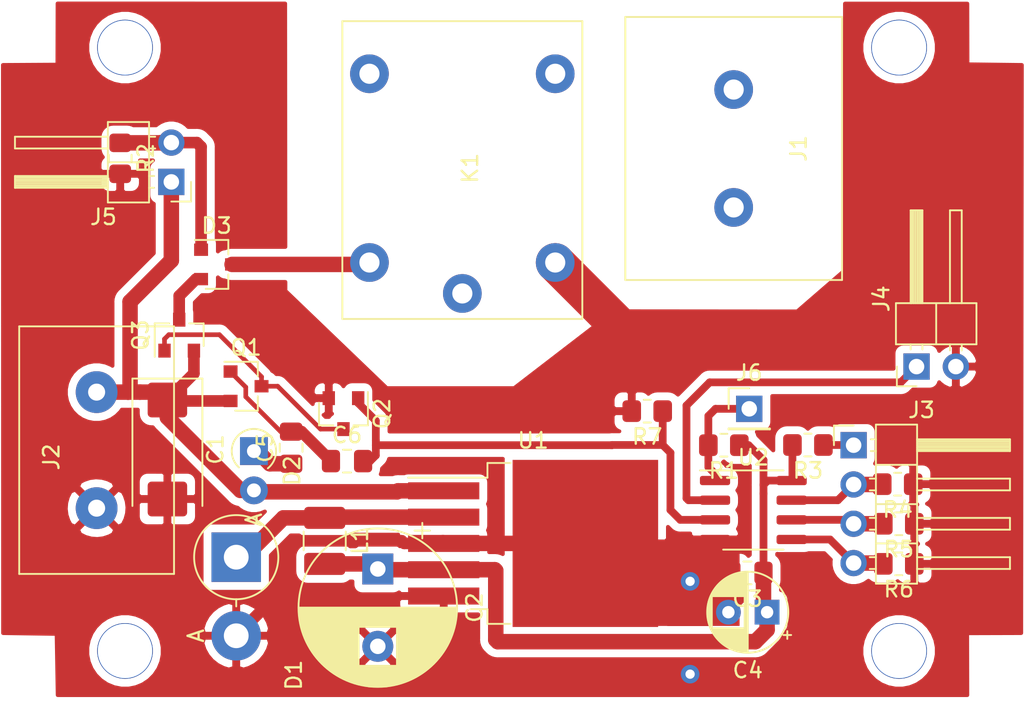
<source format=kicad_pcb>
(kicad_pcb (version 20171130) (host pcbnew 5.1.9+dfsg1-1)

  (general
    (thickness 1.6)
    (drawings 12)
    (tracks 135)
    (zones 0)
    (modules 29)
    (nets 21)
  )

  (page A4)
  (layers
    (0 F.Cu signal)
    (31 B.Cu signal)
    (32 B.Adhes user)
    (33 F.Adhes user)
    (34 B.Paste user)
    (35 F.Paste user)
    (36 B.SilkS user)
    (37 F.SilkS user)
    (38 B.Mask user)
    (39 F.Mask user)
    (40 Dwgs.User user)
    (41 Cmts.User user)
    (42 Eco1.User user)
    (43 Eco2.User user)
    (44 Edge.Cuts user)
    (45 Margin user)
    (46 B.CrtYd user)
    (47 F.CrtYd user)
    (48 B.Fab user)
    (49 F.Fab user)
  )

  (setup
    (last_trace_width 0.3)
    (user_trace_width 0.3)
    (user_trace_width 0.5)
    (user_trace_width 0.75)
    (user_trace_width 1)
    (user_trace_width 2.5)
    (trace_clearance 0.2)
    (zone_clearance 0.508)
    (zone_45_only no)
    (trace_min 0.2)
    (via_size 0.8)
    (via_drill 0.4)
    (via_min_size 0.4)
    (via_min_drill 0.3)
    (uvia_size 0.3)
    (uvia_drill 0.1)
    (uvias_allowed no)
    (uvia_min_size 0.2)
    (uvia_min_drill 0.1)
    (edge_width 0.05)
    (segment_width 0.2)
    (pcb_text_width 0.3)
    (pcb_text_size 1.5 1.5)
    (mod_edge_width 0.12)
    (mod_text_size 1 1)
    (mod_text_width 0.15)
    (pad_size 2.5 2.5)
    (pad_drill 1.3)
    (pad_to_mask_clearance 0)
    (aux_axis_origin 0 0)
    (visible_elements FFFFFF7F)
    (pcbplotparams
      (layerselection 0x01000_7fffffff)
      (usegerberextensions false)
      (usegerberattributes true)
      (usegerberadvancedattributes true)
      (creategerberjobfile true)
      (excludeedgelayer true)
      (linewidth 0.100000)
      (plotframeref false)
      (viasonmask false)
      (mode 1)
      (useauxorigin false)
      (hpglpennumber 1)
      (hpglpenspeed 20)
      (hpglpendiameter 15.000000)
      (psnegative true)
      (psa4output false)
      (plotreference true)
      (plotvalue true)
      (plotinvisibletext false)
      (padsonsilk false)
      (subtractmaskfromsilk false)
      (outputformat 4)
      (mirror true)
      (drillshape 1)
      (scaleselection 1)
      (outputdirectory ""))
  )

  (net 0 "")
  (net 1 5V)
  (net 2 "Net-(C5-Pad2)")
  (net 3 "Net-(C5-Pad1)")
  (net 4 "Net-(C6-Pad2)")
  (net 5 "Net-(D3-Pad3)")
  (net 6 "Net-(D3-Pad2)")
  (net 7 "Net-(D3-Pad1)")
  (net 8 "Net-(J1-Pad2)")
  (net 9 "Net-(J1-Pad1)")
  (net 10 GARDEN)
  (net 11 LOWER)
  (net 12 UPPER)
  (net 13 "Net-(J4-Pad1)")
  (net 14 "Net-(Q1-Pad3)")
  (net 15 gnd)
  (net 16 12v)
  (net 17 out)
  (net 18 RESET)
  (net 19 "Net-(C2-Pad1)")
  (net 20 "Net-(K1-Pad1)")

  (net_class Default "This is the default net class."
    (clearance 0.2)
    (trace_width 0.25)
    (via_dia 0.8)
    (via_drill 0.4)
    (uvia_dia 0.3)
    (uvia_drill 0.1)
    (add_net 12v)
    (add_net 5V)
    (add_net GARDEN)
    (add_net LOWER)
    (add_net "Net-(C2-Pad1)")
    (add_net "Net-(C5-Pad1)")
    (add_net "Net-(C5-Pad2)")
    (add_net "Net-(C6-Pad2)")
    (add_net "Net-(D3-Pad1)")
    (add_net "Net-(D3-Pad2)")
    (add_net "Net-(D3-Pad3)")
    (add_net "Net-(J1-Pad1)")
    (add_net "Net-(J1-Pad2)")
    (add_net "Net-(J4-Pad1)")
    (add_net "Net-(K1-Pad1)")
    (add_net "Net-(Q1-Pad3)")
    (add_net RESET)
    (add_net UPPER)
    (add_net gnd)
    (add_net out)
  )

  (module Package_TO_SOT_SMD:SOT-23 (layer F.Cu) (tedit 5A02FF57) (tstamp 61036DB3)
    (at 63.5 69.088 90)
    (descr "SOT-23, Standard")
    (tags SOT-23)
    (path /611271C8)
    (attr smd)
    (fp_text reference Q3 (at 0 -2.5 90) (layer F.SilkS)
      (effects (font (size 1 1) (thickness 0.15)))
    )
    (fp_text value Q_PMOS_GSD (at 0 2.5 90) (layer F.Fab)
      (effects (font (size 1 1) (thickness 0.15)))
    )
    (fp_line (start 0.76 1.58) (end -0.7 1.58) (layer F.SilkS) (width 0.12))
    (fp_line (start 0.76 -1.58) (end -1.4 -1.58) (layer F.SilkS) (width 0.12))
    (fp_line (start -1.7 1.75) (end -1.7 -1.75) (layer F.CrtYd) (width 0.05))
    (fp_line (start 1.7 1.75) (end -1.7 1.75) (layer F.CrtYd) (width 0.05))
    (fp_line (start 1.7 -1.75) (end 1.7 1.75) (layer F.CrtYd) (width 0.05))
    (fp_line (start -1.7 -1.75) (end 1.7 -1.75) (layer F.CrtYd) (width 0.05))
    (fp_line (start 0.76 -1.58) (end 0.76 -0.65) (layer F.SilkS) (width 0.12))
    (fp_line (start 0.76 1.58) (end 0.76 0.65) (layer F.SilkS) (width 0.12))
    (fp_line (start -0.7 1.52) (end 0.7 1.52) (layer F.Fab) (width 0.1))
    (fp_line (start 0.7 -1.52) (end 0.7 1.52) (layer F.Fab) (width 0.1))
    (fp_line (start -0.7 -0.95) (end -0.15 -1.52) (layer F.Fab) (width 0.1))
    (fp_line (start -0.15 -1.52) (end 0.7 -1.52) (layer F.Fab) (width 0.1))
    (fp_line (start -0.7 -0.95) (end -0.7 1.5) (layer F.Fab) (width 0.1))
    (fp_text user %R (at 0 0) (layer F.Fab)
      (effects (font (size 0.5 0.5) (thickness 0.075)))
    )
    (pad 3 smd rect (at 1 0 90) (size 0.9 0.8) (layers F.Cu F.Paste F.Mask)
      (net 6 "Net-(D3-Pad2)"))
    (pad 2 smd rect (at -1 0.95 90) (size 0.9 0.8) (layers F.Cu F.Paste F.Mask)
      (net 16 12v))
    (pad 1 smd rect (at -1 -0.95 90) (size 0.9 0.8) (layers F.Cu F.Paste F.Mask)
      (net 14 "Net-(Q1-Pad3)"))
    (model ${KISYS3DMOD}/Package_TO_SOT_SMD.3dshapes/SOT-23.wrl
      (at (xyz 0 0 0))
      (scale (xyz 1 1 1))
      (rotate (xyz 0 0 0))
    )
  )

  (module Package_TO_SOT_SMD:SOT-23 (layer F.Cu) (tedit 5A02FF57) (tstamp 61036D9E)
    (at 74.11 74.16 270)
    (descr "SOT-23, Standard")
    (tags SOT-23)
    (path /6106C3EA)
    (attr smd)
    (fp_text reference Q2 (at 0 -2.5 90) (layer F.SilkS)
      (effects (font (size 1 1) (thickness 0.15)))
    )
    (fp_text value Q_NMOS_GSD (at 0 2.5 90) (layer F.Fab)
      (effects (font (size 1 1) (thickness 0.15)))
    )
    (fp_line (start 0.76 1.58) (end -0.7 1.58) (layer F.SilkS) (width 0.12))
    (fp_line (start 0.76 -1.58) (end -1.4 -1.58) (layer F.SilkS) (width 0.12))
    (fp_line (start -1.7 1.75) (end -1.7 -1.75) (layer F.CrtYd) (width 0.05))
    (fp_line (start 1.7 1.75) (end -1.7 1.75) (layer F.CrtYd) (width 0.05))
    (fp_line (start 1.7 -1.75) (end 1.7 1.75) (layer F.CrtYd) (width 0.05))
    (fp_line (start -1.7 -1.75) (end 1.7 -1.75) (layer F.CrtYd) (width 0.05))
    (fp_line (start 0.76 -1.58) (end 0.76 -0.65) (layer F.SilkS) (width 0.12))
    (fp_line (start 0.76 1.58) (end 0.76 0.65) (layer F.SilkS) (width 0.12))
    (fp_line (start -0.7 1.52) (end 0.7 1.52) (layer F.Fab) (width 0.1))
    (fp_line (start 0.7 -1.52) (end 0.7 1.52) (layer F.Fab) (width 0.1))
    (fp_line (start -0.7 -0.95) (end -0.15 -1.52) (layer F.Fab) (width 0.1))
    (fp_line (start -0.15 -1.52) (end 0.7 -1.52) (layer F.Fab) (width 0.1))
    (fp_line (start -0.7 -0.95) (end -0.7 1.5) (layer F.Fab) (width 0.1))
    (fp_text user %R (at 0 0) (layer F.Fab)
      (effects (font (size 0.5 0.5) (thickness 0.075)))
    )
    (pad 3 smd rect (at 1 0 270) (size 0.9 0.8) (layers F.Cu F.Paste F.Mask)
      (net 14 "Net-(Q1-Pad3)"))
    (pad 2 smd rect (at -1 0.95 270) (size 0.9 0.8) (layers F.Cu F.Paste F.Mask)
      (net 15 gnd))
    (pad 1 smd rect (at -1 -0.95 270) (size 0.9 0.8) (layers F.Cu F.Paste F.Mask)
      (net 4 "Net-(C6-Pad2)"))
    (model ${KISYS3DMOD}/Package_TO_SOT_SMD.3dshapes/SOT-23.wrl
      (at (xyz 0 0 0))
      (scale (xyz 1 1 1))
      (rotate (xyz 0 0 0))
    )
  )

  (module Resistor_SMD:R_0805_2012Metric_Pad1.20x1.40mm_HandSolder (layer F.Cu) (tedit 5F68FEEE) (tstamp 610842A7)
    (at 93.73 74 180)
    (descr "Resistor SMD 0805 (2012 Metric), square (rectangular) end terminal, IPC_7351 nominal with elongated pad for handsoldering. (Body size source: IPC-SM-782 page 72, https://www.pcb-3d.com/wordpress/wp-content/uploads/ipc-sm-782a_amendment_1_and_2.pdf), generated with kicad-footprint-generator")
    (tags "resistor handsolder")
    (path /6117E483)
    (attr smd)
    (fp_text reference R7 (at 0 -1.65) (layer F.SilkS)
      (effects (font (size 1 1) (thickness 0.15)))
    )
    (fp_text value 100k (at 0 1.65) (layer F.Fab)
      (effects (font (size 1 1) (thickness 0.15)))
    )
    (fp_line (start 1.85 0.95) (end -1.85 0.95) (layer F.CrtYd) (width 0.05))
    (fp_line (start 1.85 -0.95) (end 1.85 0.95) (layer F.CrtYd) (width 0.05))
    (fp_line (start -1.85 -0.95) (end 1.85 -0.95) (layer F.CrtYd) (width 0.05))
    (fp_line (start -1.85 0.95) (end -1.85 -0.95) (layer F.CrtYd) (width 0.05))
    (fp_line (start -0.227064 0.735) (end 0.227064 0.735) (layer F.SilkS) (width 0.12))
    (fp_line (start -0.227064 -0.735) (end 0.227064 -0.735) (layer F.SilkS) (width 0.12))
    (fp_line (start 1 0.625) (end -1 0.625) (layer F.Fab) (width 0.1))
    (fp_line (start 1 -0.625) (end 1 0.625) (layer F.Fab) (width 0.1))
    (fp_line (start -1 -0.625) (end 1 -0.625) (layer F.Fab) (width 0.1))
    (fp_line (start -1 0.625) (end -1 -0.625) (layer F.Fab) (width 0.1))
    (fp_text user %R (at 0 0) (layer F.Fab)
      (effects (font (size 0.5 0.5) (thickness 0.08)))
    )
    (pad 2 smd roundrect (at 1 0 180) (size 1.2 1.4) (layers F.Cu F.Paste F.Mask) (roundrect_rratio 0.2083325)
      (net 15 gnd))
    (pad 1 smd roundrect (at -1 0 180) (size 1.2 1.4) (layers F.Cu F.Paste F.Mask) (roundrect_rratio 0.2083325)
      (net 4 "Net-(C6-Pad2)"))
    (model ${KISYS3DMOD}/Resistor_SMD.3dshapes/R_0805_2012Metric.wrl
      (at (xyz 0 0 0))
      (scale (xyz 1 1 1))
      (rotate (xyz 0 0 0))
    )
  )

  (module Resistor_SMD:R_0805_2012Metric_Pad1.20x1.40mm_HandSolder (layer F.Cu) (tedit 5F68FEEE) (tstamp 6107E317)
    (at 104.11 76.19 180)
    (descr "Resistor SMD 0805 (2012 Metric), square (rectangular) end terminal, IPC_7351 nominal with elongated pad for handsoldering. (Body size source: IPC-SM-782 page 72, https://www.pcb-3d.com/wordpress/wp-content/uploads/ipc-sm-782a_amendment_1_and_2.pdf), generated with kicad-footprint-generator")
    (tags "resistor handsolder")
    (path /6110FC62)
    (attr smd)
    (fp_text reference R3 (at 0 -1.65) (layer F.SilkS)
      (effects (font (size 1 1) (thickness 0.15)))
    )
    (fp_text value 1k (at 0 1.65) (layer F.Fab)
      (effects (font (size 1 1) (thickness 0.15)))
    )
    (fp_line (start 1.85 0.95) (end -1.85 0.95) (layer F.CrtYd) (width 0.05))
    (fp_line (start 1.85 -0.95) (end 1.85 0.95) (layer F.CrtYd) (width 0.05))
    (fp_line (start -1.85 -0.95) (end 1.85 -0.95) (layer F.CrtYd) (width 0.05))
    (fp_line (start -1.85 0.95) (end -1.85 -0.95) (layer F.CrtYd) (width 0.05))
    (fp_line (start -0.227064 0.735) (end 0.227064 0.735) (layer F.SilkS) (width 0.12))
    (fp_line (start -0.227064 -0.735) (end 0.227064 -0.735) (layer F.SilkS) (width 0.12))
    (fp_line (start 1 0.625) (end -1 0.625) (layer F.Fab) (width 0.1))
    (fp_line (start 1 -0.625) (end 1 0.625) (layer F.Fab) (width 0.1))
    (fp_line (start -1 -0.625) (end 1 -0.625) (layer F.Fab) (width 0.1))
    (fp_line (start -1 0.625) (end -1 -0.625) (layer F.Fab) (width 0.1))
    (fp_text user %R (at 0 0) (layer F.Fab)
      (effects (font (size 0.5 0.5) (thickness 0.08)))
    )
    (pad 2 smd roundrect (at 1 0 180) (size 1.2 1.4) (layers F.Cu F.Paste F.Mask) (roundrect_rratio 0.2083325)
      (net 19 "Net-(C2-Pad1)"))
    (pad 1 smd roundrect (at -1 0 180) (size 1.2 1.4) (layers F.Cu F.Paste F.Mask) (roundrect_rratio 0.2083325)
      (net 1 5V))
    (model ${KISYS3DMOD}/Resistor_SMD.3dshapes/R_0805_2012Metric.wrl
      (at (xyz 0 0 0))
      (scale (xyz 1 1 1))
      (rotate (xyz 0 0 0))
    )
  )

  (module Resistor_SMD:R_0805_2012Metric_Pad1.20x1.40mm_HandSolder (layer F.Cu) (tedit 5F68FEEE) (tstamp 6107A93C)
    (at 109.98 83.87 180)
    (descr "Resistor SMD 0805 (2012 Metric), square (rectangular) end terminal, IPC_7351 nominal with elongated pad for handsoldering. (Body size source: IPC-SM-782 page 72, https://www.pcb-3d.com/wordpress/wp-content/uploads/ipc-sm-782a_amendment_1_and_2.pdf), generated with kicad-footprint-generator")
    (tags "resistor handsolder")
    (path /61125C31)
    (attr smd)
    (fp_text reference R6 (at 0 -1.65) (layer F.SilkS)
      (effects (font (size 1 1) (thickness 0.15)))
    )
    (fp_text value 100k (at 0 1.65) (layer F.Fab)
      (effects (font (size 1 1) (thickness 0.15)))
    )
    (fp_line (start 1.85 0.95) (end -1.85 0.95) (layer F.CrtYd) (width 0.05))
    (fp_line (start 1.85 -0.95) (end 1.85 0.95) (layer F.CrtYd) (width 0.05))
    (fp_line (start -1.85 -0.95) (end 1.85 -0.95) (layer F.CrtYd) (width 0.05))
    (fp_line (start -1.85 0.95) (end -1.85 -0.95) (layer F.CrtYd) (width 0.05))
    (fp_line (start -0.227064 0.735) (end 0.227064 0.735) (layer F.SilkS) (width 0.12))
    (fp_line (start -0.227064 -0.735) (end 0.227064 -0.735) (layer F.SilkS) (width 0.12))
    (fp_line (start 1 0.625) (end -1 0.625) (layer F.Fab) (width 0.1))
    (fp_line (start 1 -0.625) (end 1 0.625) (layer F.Fab) (width 0.1))
    (fp_line (start -1 -0.625) (end 1 -0.625) (layer F.Fab) (width 0.1))
    (fp_line (start -1 0.625) (end -1 -0.625) (layer F.Fab) (width 0.1))
    (fp_text user %R (at 0 0) (layer F.Fab)
      (effects (font (size 0.5 0.5) (thickness 0.08)))
    )
    (pad 2 smd roundrect (at 1 0 180) (size 1.2 1.4) (layers F.Cu F.Paste F.Mask) (roundrect_rratio 0.2083325)
      (net 10 GARDEN))
    (pad 1 smd roundrect (at -1 0 180) (size 1.2 1.4) (layers F.Cu F.Paste F.Mask) (roundrect_rratio 0.2083325)
      (net 15 gnd))
    (model ${KISYS3DMOD}/Resistor_SMD.3dshapes/R_0805_2012Metric.wrl
      (at (xyz 0 0 0))
      (scale (xyz 1 1 1))
      (rotate (xyz 0 0 0))
    )
  )

  (module Resistor_SMD:R_0805_2012Metric_Pad1.20x1.40mm_HandSolder (layer F.Cu) (tedit 5F68FEEE) (tstamp 6107A92B)
    (at 109.98 81.28 180)
    (descr "Resistor SMD 0805 (2012 Metric), square (rectangular) end terminal, IPC_7351 nominal with elongated pad for handsoldering. (Body size source: IPC-SM-782 page 72, https://www.pcb-3d.com/wordpress/wp-content/uploads/ipc-sm-782a_amendment_1_and_2.pdf), generated with kicad-footprint-generator")
    (tags "resistor handsolder")
    (path /61125646)
    (attr smd)
    (fp_text reference R5 (at 0 -1.65) (layer F.SilkS)
      (effects (font (size 1 1) (thickness 0.15)))
    )
    (fp_text value 100k (at 0 1.65) (layer F.Fab)
      (effects (font (size 1 1) (thickness 0.15)))
    )
    (fp_line (start 1.85 0.95) (end -1.85 0.95) (layer F.CrtYd) (width 0.05))
    (fp_line (start 1.85 -0.95) (end 1.85 0.95) (layer F.CrtYd) (width 0.05))
    (fp_line (start -1.85 -0.95) (end 1.85 -0.95) (layer F.CrtYd) (width 0.05))
    (fp_line (start -1.85 0.95) (end -1.85 -0.95) (layer F.CrtYd) (width 0.05))
    (fp_line (start -0.227064 0.735) (end 0.227064 0.735) (layer F.SilkS) (width 0.12))
    (fp_line (start -0.227064 -0.735) (end 0.227064 -0.735) (layer F.SilkS) (width 0.12))
    (fp_line (start 1 0.625) (end -1 0.625) (layer F.Fab) (width 0.1))
    (fp_line (start 1 -0.625) (end 1 0.625) (layer F.Fab) (width 0.1))
    (fp_line (start -1 -0.625) (end 1 -0.625) (layer F.Fab) (width 0.1))
    (fp_line (start -1 0.625) (end -1 -0.625) (layer F.Fab) (width 0.1))
    (fp_text user %R (at 0 0) (layer F.Fab)
      (effects (font (size 0.5 0.5) (thickness 0.08)))
    )
    (pad 2 smd roundrect (at 1 0 180) (size 1.2 1.4) (layers F.Cu F.Paste F.Mask) (roundrect_rratio 0.2083325)
      (net 11 LOWER))
    (pad 1 smd roundrect (at -1 0 180) (size 1.2 1.4) (layers F.Cu F.Paste F.Mask) (roundrect_rratio 0.2083325)
      (net 15 gnd))
    (model ${KISYS3DMOD}/Resistor_SMD.3dshapes/R_0805_2012Metric.wrl
      (at (xyz 0 0 0))
      (scale (xyz 1 1 1))
      (rotate (xyz 0 0 0))
    )
  )

  (module Resistor_SMD:R_0805_2012Metric_Pad1.20x1.40mm_HandSolder (layer F.Cu) (tedit 5F68FEEE) (tstamp 6107A91A)
    (at 109.91 78.72 180)
    (descr "Resistor SMD 0805 (2012 Metric), square (rectangular) end terminal, IPC_7351 nominal with elongated pad for handsoldering. (Body size source: IPC-SM-782 page 72, https://www.pcb-3d.com/wordpress/wp-content/uploads/ipc-sm-782a_amendment_1_and_2.pdf), generated with kicad-footprint-generator")
    (tags "resistor handsolder")
    (path /61124C22)
    (attr smd)
    (fp_text reference R4 (at 0 -1.65) (layer F.SilkS)
      (effects (font (size 1 1) (thickness 0.15)))
    )
    (fp_text value 100k (at 0 1.65) (layer F.Fab)
      (effects (font (size 1 1) (thickness 0.15)))
    )
    (fp_line (start 1.85 0.95) (end -1.85 0.95) (layer F.CrtYd) (width 0.05))
    (fp_line (start 1.85 -0.95) (end 1.85 0.95) (layer F.CrtYd) (width 0.05))
    (fp_line (start -1.85 -0.95) (end 1.85 -0.95) (layer F.CrtYd) (width 0.05))
    (fp_line (start -1.85 0.95) (end -1.85 -0.95) (layer F.CrtYd) (width 0.05))
    (fp_line (start -0.227064 0.735) (end 0.227064 0.735) (layer F.SilkS) (width 0.12))
    (fp_line (start -0.227064 -0.735) (end 0.227064 -0.735) (layer F.SilkS) (width 0.12))
    (fp_line (start 1 0.625) (end -1 0.625) (layer F.Fab) (width 0.1))
    (fp_line (start 1 -0.625) (end 1 0.625) (layer F.Fab) (width 0.1))
    (fp_line (start -1 -0.625) (end 1 -0.625) (layer F.Fab) (width 0.1))
    (fp_line (start -1 0.625) (end -1 -0.625) (layer F.Fab) (width 0.1))
    (fp_text user %R (at 0 0) (layer F.Fab)
      (effects (font (size 0.5 0.5) (thickness 0.08)))
    )
    (pad 2 smd roundrect (at 1 0 180) (size 1.2 1.4) (layers F.Cu F.Paste F.Mask) (roundrect_rratio 0.2083325)
      (net 12 UPPER))
    (pad 1 smd roundrect (at -1 0 180) (size 1.2 1.4) (layers F.Cu F.Paste F.Mask) (roundrect_rratio 0.2083325)
      (net 15 gnd))
    (model ${KISYS3DMOD}/Resistor_SMD.3dshapes/R_0805_2012Metric.wrl
      (at (xyz 0 0 0))
      (scale (xyz 1 1 1))
      (rotate (xyz 0 0 0))
    )
  )

  (module barrel:HLS8L--12DC-S-C (layer F.Cu) (tedit 61058E29) (tstamp 61056846)
    (at 81.788 58.293 90)
    (path /60FF4041)
    (fp_text reference K1 (at 0 0.5 90) (layer F.SilkS)
      (effects (font (size 1 1) (thickness 0.15)))
    )
    (fp_text value DIPxx-1Cxx-51x (at 0 -0.5 90) (layer F.Fab)
      (effects (font (size 1 1) (thickness 0.15)))
    )
    (fp_line (start -9.75 -7.75) (end 9.5 -7.75) (layer F.SilkS) (width 0.12))
    (fp_line (start -9.75 7.75) (end 9.5 7.75) (layer F.SilkS) (width 0.12))
    (fp_line (start -9.75 -7.75) (end -9.75 7.75) (layer F.SilkS) (width 0.12))
    (fp_line (start 9.5 -7.75) (end 9.5 7.75) (layer F.SilkS) (width 0.12))
    (pad 7 thru_hole circle (at -8.1 0 90) (size 2.5 2.5) (drill 1.3) (layers *.Cu *.Mask)
      (net 9 "Net-(J1-Pad1)"))
    (pad 2 thru_hole circle (at -6.1 6 90) (size 2.5 2.5) (drill 1.3) (layers *.Cu *.Mask)
      (net 15 gnd))
    (pad 1 thru_hole circle (at 6.1 6 90) (size 2.5 2.5) (drill 1.3) (layers *.Cu *.Mask)
      (net 20 "Net-(K1-Pad1)"))
    (pad 14 thru_hole circle (at 6.1 -6 90) (size 2.5 2.5) (drill 1.3) (layers *.Cu *.Mask)
      (net 8 "Net-(J1-Pad2)"))
    (pad 6 thru_hole circle (at -6.1 -6 90) (size 2.5 2.5) (drill 1.3) (layers *.Cu *.Mask)
      (net 5 "Net-(D3-Pad3)"))
  )

  (module Diode_THT:D_DO-201AD_P5.08mm_Vertical_AnodeUp (layer F.Cu) (tedit 5AE50CD5) (tstamp 61036C65)
    (at 67.183 83.439 270)
    (descr "Diode, DO-201AD series, Axial, Vertical, pin pitch=5.08mm, , length*diameter=9.5*5.2mm^2, , http://www.diodes.com/_files/packages/DO-201AD.pdf")
    (tags "Diode DO-201AD series Axial Vertical pin pitch 5.08mm  length 9.5mm diameter 5.2mm")
    (path /60FE3062)
    (fp_text reference D1 (at 7.62 -3.72 90) (layer F.SilkS)
      (effects (font (size 1 1) (thickness 0.15)))
    )
    (fp_text value 1N5822 (at 7.62 3.72 90) (layer F.Fab)
      (effects (font (size 1 1) (thickness 0.15)))
    )
    (fp_circle (center 0 0) (end 2.6 0) (layer F.Fab) (width 0.1))
    (fp_circle (center 0 0) (end 2.72 0) (layer F.SilkS) (width 0.12))
    (fp_line (start 0 0) (end 5.08 0) (layer F.Fab) (width 0.1))
    (fp_line (start 2.72 0) (end 3.18 0) (layer F.SilkS) (width 0.12))
    (fp_line (start -2.85 -2.85) (end -2.85 2.85) (layer F.CrtYd) (width 0.05))
    (fp_line (start -2.85 2.85) (end 6.93 2.85) (layer F.CrtYd) (width 0.05))
    (fp_line (start 6.93 2.85) (end 6.93 -2.85) (layer F.CrtYd) (width 0.05))
    (fp_line (start 6.93 -2.85) (end -2.85 -2.85) (layer F.CrtYd) (width 0.05))
    (fp_text user K (at 0 -2.6 90) (layer F.Fab)
      (effects (font (size 1 1) (thickness 0.15)))
    )
    (fp_text user A (at 5.08 2.6 90) (layer F.SilkS)
      (effects (font (size 1 1) (thickness 0.15)))
    )
    (fp_text user A (at 5.08 2.6 90) (layer F.Fab)
      (effects (font (size 1 1) (thickness 0.15)))
    )
    (fp_text user %R (at 8.3325 0 90) (layer F.Fab)
      (effects (font (size 1 1) (thickness 0.15)))
    )
    (pad 2 thru_hole oval (at 5.08 0 270) (size 3.2 3.2) (drill 1.6) (layers *.Cu *.Mask)
      (net 15 gnd))
    (pad 1 thru_hole rect (at 0 0 270) (size 3.2 3.2) (drill 1.6) (layers *.Cu *.Mask)
      (net 17 out))
    (model ${KISYS3DMOD}/Diode_THT.3dshapes/D_DO-201AD_P5.08mm_Vertical_AnodeUp.wrl
      (at (xyz 0 0 0))
      (scale (xyz 1 1 1))
      (rotate (xyz 0 0 0))
    )
  )

  (module Capacitor_SMD:C_0805_2012Metric_Pad1.18x1.45mm_HandSolder (layer F.Cu) (tedit 5F68FEEF) (tstamp 61036C35)
    (at 70.73 76.3625 90)
    (descr "Capacitor SMD 0805 (2012 Metric), square (rectangular) end terminal, IPC_7351 nominal with elongated pad for handsoldering. (Body size source: IPC-SM-782 page 76, https://www.pcb-3d.com/wordpress/wp-content/uploads/ipc-sm-782a_amendment_1_and_2.pdf, https://docs.google.com/spreadsheets/d/1BsfQQcO9C6DZCsRaXUlFlo91Tg2WpOkGARC1WS5S8t0/edit?usp=sharing), generated with kicad-footprint-generator")
    (tags "capacitor handsolder")
    (path /6106D625)
    (attr smd)
    (fp_text reference C5 (at 0 -1.68 90) (layer F.SilkS)
      (effects (font (size 1 1) (thickness 0.15)))
    )
    (fp_text value 100nF (at 0 1.68 90) (layer F.Fab)
      (effects (font (size 1 1) (thickness 0.15)))
    )
    (fp_line (start 1.88 0.98) (end -1.88 0.98) (layer F.CrtYd) (width 0.05))
    (fp_line (start 1.88 -0.98) (end 1.88 0.98) (layer F.CrtYd) (width 0.05))
    (fp_line (start -1.88 -0.98) (end 1.88 -0.98) (layer F.CrtYd) (width 0.05))
    (fp_line (start -1.88 0.98) (end -1.88 -0.98) (layer F.CrtYd) (width 0.05))
    (fp_line (start -0.261252 0.735) (end 0.261252 0.735) (layer F.SilkS) (width 0.12))
    (fp_line (start -0.261252 -0.735) (end 0.261252 -0.735) (layer F.SilkS) (width 0.12))
    (fp_line (start 1 0.625) (end -1 0.625) (layer F.Fab) (width 0.1))
    (fp_line (start 1 -0.625) (end 1 0.625) (layer F.Fab) (width 0.1))
    (fp_line (start -1 -0.625) (end 1 -0.625) (layer F.Fab) (width 0.1))
    (fp_line (start -1 0.625) (end -1 -0.625) (layer F.Fab) (width 0.1))
    (fp_text user %R (at 0 0 90) (layer F.Fab)
      (effects (font (size 0.5 0.5) (thickness 0.08)))
    )
    (pad 2 smd roundrect (at 1.0375 0 90) (size 1.175 1.45) (layers F.Cu F.Paste F.Mask) (roundrect_rratio 0.2127659574468085)
      (net 2 "Net-(C5-Pad2)"))
    (pad 1 smd roundrect (at -1.0375 0 90) (size 1.175 1.45) (layers F.Cu F.Paste F.Mask) (roundrect_rratio 0.2127659574468085)
      (net 3 "Net-(C5-Pad1)"))
    (model ${KISYS3DMOD}/Capacitor_SMD.3dshapes/C_0805_2012Metric.wrl
      (at (xyz 0 0 0))
      (scale (xyz 1 1 1))
      (rotate (xyz 0 0 0))
    )
  )

  (module Capacitor_Tantalum_SMD:CP_EIA-7343-31_Kemet-D_Pad2.25x2.55mm_HandSolder (layer F.Cu) (tedit 5EBA9318) (tstamp 61036AC3)
    (at 62.738 76.479 270)
    (descr "Tantalum Capacitor SMD Kemet-D (7343-31 Metric), IPC_7351 nominal, (Body size from: http://www.kemet.com/Lists/ProductCatalog/Attachments/253/KEM_TC101_STD.pdf), generated with kicad-footprint-generator")
    (tags "capacitor tantalum")
    (path /60FE4172)
    (attr smd)
    (fp_text reference C1 (at 0 -3.1 90) (layer F.SilkS)
      (effects (font (size 1 1) (thickness 0.15)))
    )
    (fp_text value 100uF (at 0 3.1 90) (layer F.Fab)
      (effects (font (size 1 1) (thickness 0.15)))
    )
    (fp_line (start 4.58 2.4) (end -4.58 2.4) (layer F.CrtYd) (width 0.05))
    (fp_line (start 4.58 -2.4) (end 4.58 2.4) (layer F.CrtYd) (width 0.05))
    (fp_line (start -4.58 -2.4) (end 4.58 -2.4) (layer F.CrtYd) (width 0.05))
    (fp_line (start -4.58 2.4) (end -4.58 -2.4) (layer F.CrtYd) (width 0.05))
    (fp_line (start -4.585 2.26) (end 3.65 2.26) (layer F.SilkS) (width 0.12))
    (fp_line (start -4.585 -2.26) (end -4.585 2.26) (layer F.SilkS) (width 0.12))
    (fp_line (start 3.65 -2.26) (end -4.585 -2.26) (layer F.SilkS) (width 0.12))
    (fp_line (start 3.65 2.15) (end 3.65 -2.15) (layer F.Fab) (width 0.1))
    (fp_line (start -3.65 2.15) (end 3.65 2.15) (layer F.Fab) (width 0.1))
    (fp_line (start -3.65 -1.15) (end -3.65 2.15) (layer F.Fab) (width 0.1))
    (fp_line (start -2.65 -2.15) (end -3.65 -1.15) (layer F.Fab) (width 0.1))
    (fp_line (start 3.65 -2.15) (end -2.65 -2.15) (layer F.Fab) (width 0.1))
    (fp_text user %R (at 0 0 90) (layer F.Fab)
      (effects (font (size 1 1) (thickness 0.15)))
    )
    (pad 2 smd roundrect (at 3.2 0 270) (size 2.25 2.55) (layers F.Cu F.Paste F.Mask) (roundrect_rratio 0.1111106666666667)
      (net 15 gnd))
    (pad 1 smd roundrect (at -3.2 0 270) (size 2.25 2.55) (layers F.Cu F.Paste F.Mask) (roundrect_rratio 0.1111106666666667)
      (net 16 12v))
    (model ${KISYS3DMOD}/Capacitor_Tantalum_SMD.3dshapes/CP_EIA-7343-31_Kemet-D.wrl
      (at (xyz 0 0 0))
      (scale (xyz 1 1 1))
      (rotate (xyz 0 0 0))
    )
  )

  (module barrel:dg128v-02 (layer F.Cu) (tedit 6102DF76) (tstamp 61036CA3)
    (at 58.166 72.771 270)
    (path /61001244)
    (fp_text reference J2 (at 4.191 2.921 90) (layer F.SilkS)
      (effects (font (size 1 1) (thickness 0.15)))
    )
    (fp_text value 12V (at 3.937 -3.556 90) (layer F.Fab)
      (effects (font (size 1 1) (thickness 0.15)))
    )
    (fp_line (start 11.75 -5) (end 11.75 5) (layer F.SilkS) (width 0.12))
    (fp_line (start -4.25 -5) (end -4.25 5) (layer F.SilkS) (width 0.12))
    (fp_line (start -4.25 5) (end 11.75 5) (layer F.SilkS) (width 0.12))
    (fp_line (start -4.25 -5) (end 11.75 -5) (layer F.SilkS) (width 0.12))
    (pad 2 thru_hole circle (at 7.5 0 270) (size 2.7 2.7) (drill 1.1) (layers *.Cu *.Mask)
      (net 15 gnd))
    (pad 1 thru_hole circle (at 0 0 270) (size 2.7 2.7) (drill 1.1) (layers *.Cu *.Mask)
      (net 16 12v))
  )

  (module Connector_PinHeader_2.54mm:PinHeader_1x01_P2.54mm_Vertical (layer F.Cu) (tedit 59FED5CC) (tstamp 61058792)
    (at 100.32 73.85)
    (descr "Through hole straight pin header, 1x01, 2.54mm pitch, single row")
    (tags "Through hole pin header THT 1x01 2.54mm single row")
    (path /610657B4)
    (fp_text reference J6 (at 0 -2.33) (layer F.SilkS)
      (effects (font (size 1 1) (thickness 0.15)))
    )
    (fp_text value reset (at 0 2.33) (layer F.Fab)
      (effects (font (size 1 1) (thickness 0.15)))
    )
    (fp_line (start -0.635 -1.27) (end 1.27 -1.27) (layer F.Fab) (width 0.1))
    (fp_line (start 1.27 -1.27) (end 1.27 1.27) (layer F.Fab) (width 0.1))
    (fp_line (start 1.27 1.27) (end -1.27 1.27) (layer F.Fab) (width 0.1))
    (fp_line (start -1.27 1.27) (end -1.27 -0.635) (layer F.Fab) (width 0.1))
    (fp_line (start -1.27 -0.635) (end -0.635 -1.27) (layer F.Fab) (width 0.1))
    (fp_line (start -1.33 1.33) (end 1.33 1.33) (layer F.SilkS) (width 0.12))
    (fp_line (start -1.33 1.27) (end -1.33 1.33) (layer F.SilkS) (width 0.12))
    (fp_line (start 1.33 1.27) (end 1.33 1.33) (layer F.SilkS) (width 0.12))
    (fp_line (start -1.33 1.27) (end 1.33 1.27) (layer F.SilkS) (width 0.12))
    (fp_line (start -1.33 0) (end -1.33 -1.33) (layer F.SilkS) (width 0.12))
    (fp_line (start -1.33 -1.33) (end 0 -1.33) (layer F.SilkS) (width 0.12))
    (fp_line (start -1.8 -1.8) (end -1.8 1.8) (layer F.CrtYd) (width 0.05))
    (fp_line (start -1.8 1.8) (end 1.8 1.8) (layer F.CrtYd) (width 0.05))
    (fp_line (start 1.8 1.8) (end 1.8 -1.8) (layer F.CrtYd) (width 0.05))
    (fp_line (start 1.8 -1.8) (end -1.8 -1.8) (layer F.CrtYd) (width 0.05))
    (fp_text user %R (at 0 0 90) (layer F.Fab)
      (effects (font (size 1 1) (thickness 0.15)))
    )
    (pad 1 thru_hole rect (at 0 0) (size 1.7 1.7) (drill 1) (layers *.Cu *.Mask)
      (net 18 RESET))
    (model ${KISYS3DMOD}/Connector_PinHeader_2.54mm.3dshapes/PinHeader_1x01_P2.54mm_Vertical.wrl
      (at (xyz 0 0 0))
      (scale (xyz 1 1 1))
      (rotate (xyz 0 0 0))
    )
  )

  (module Connector_PinHeader_2.54mm:PinHeader_1x04_P2.54mm_Horizontal (layer F.Cu) (tedit 59FED5CB) (tstamp 610586B5)
    (at 107.061 76.2)
    (descr "Through hole angled pin header, 1x04, 2.54mm pitch, 6mm pin length, single row")
    (tags "Through hole angled pin header THT 1x04 2.54mm single row")
    (path /610644A7)
    (fp_text reference J3 (at 4.385 -2.27) (layer F.SilkS)
      (effects (font (size 1 1) (thickness 0.15)))
    )
    (fp_text value probe/prog (at 4.385 9.89) (layer F.Fab)
      (effects (font (size 1 1) (thickness 0.15)))
    )
    (fp_line (start 2.135 -1.27) (end 4.04 -1.27) (layer F.Fab) (width 0.1))
    (fp_line (start 4.04 -1.27) (end 4.04 8.89) (layer F.Fab) (width 0.1))
    (fp_line (start 4.04 8.89) (end 1.5 8.89) (layer F.Fab) (width 0.1))
    (fp_line (start 1.5 8.89) (end 1.5 -0.635) (layer F.Fab) (width 0.1))
    (fp_line (start 1.5 -0.635) (end 2.135 -1.27) (layer F.Fab) (width 0.1))
    (fp_line (start -0.32 -0.32) (end 1.5 -0.32) (layer F.Fab) (width 0.1))
    (fp_line (start -0.32 -0.32) (end -0.32 0.32) (layer F.Fab) (width 0.1))
    (fp_line (start -0.32 0.32) (end 1.5 0.32) (layer F.Fab) (width 0.1))
    (fp_line (start 4.04 -0.32) (end 10.04 -0.32) (layer F.Fab) (width 0.1))
    (fp_line (start 10.04 -0.32) (end 10.04 0.32) (layer F.Fab) (width 0.1))
    (fp_line (start 4.04 0.32) (end 10.04 0.32) (layer F.Fab) (width 0.1))
    (fp_line (start -0.32 2.22) (end 1.5 2.22) (layer F.Fab) (width 0.1))
    (fp_line (start -0.32 2.22) (end -0.32 2.86) (layer F.Fab) (width 0.1))
    (fp_line (start -0.32 2.86) (end 1.5 2.86) (layer F.Fab) (width 0.1))
    (fp_line (start 4.04 2.22) (end 10.04 2.22) (layer F.Fab) (width 0.1))
    (fp_line (start 10.04 2.22) (end 10.04 2.86) (layer F.Fab) (width 0.1))
    (fp_line (start 4.04 2.86) (end 10.04 2.86) (layer F.Fab) (width 0.1))
    (fp_line (start -0.32 4.76) (end 1.5 4.76) (layer F.Fab) (width 0.1))
    (fp_line (start -0.32 4.76) (end -0.32 5.4) (layer F.Fab) (width 0.1))
    (fp_line (start -0.32 5.4) (end 1.5 5.4) (layer F.Fab) (width 0.1))
    (fp_line (start 4.04 4.76) (end 10.04 4.76) (layer F.Fab) (width 0.1))
    (fp_line (start 10.04 4.76) (end 10.04 5.4) (layer F.Fab) (width 0.1))
    (fp_line (start 4.04 5.4) (end 10.04 5.4) (layer F.Fab) (width 0.1))
    (fp_line (start -0.32 7.3) (end 1.5 7.3) (layer F.Fab) (width 0.1))
    (fp_line (start -0.32 7.3) (end -0.32 7.94) (layer F.Fab) (width 0.1))
    (fp_line (start -0.32 7.94) (end 1.5 7.94) (layer F.Fab) (width 0.1))
    (fp_line (start 4.04 7.3) (end 10.04 7.3) (layer F.Fab) (width 0.1))
    (fp_line (start 10.04 7.3) (end 10.04 7.94) (layer F.Fab) (width 0.1))
    (fp_line (start 4.04 7.94) (end 10.04 7.94) (layer F.Fab) (width 0.1))
    (fp_line (start 1.44 -1.33) (end 1.44 8.95) (layer F.SilkS) (width 0.12))
    (fp_line (start 1.44 8.95) (end 4.1 8.95) (layer F.SilkS) (width 0.12))
    (fp_line (start 4.1 8.95) (end 4.1 -1.33) (layer F.SilkS) (width 0.12))
    (fp_line (start 4.1 -1.33) (end 1.44 -1.33) (layer F.SilkS) (width 0.12))
    (fp_line (start 4.1 -0.38) (end 10.1 -0.38) (layer F.SilkS) (width 0.12))
    (fp_line (start 10.1 -0.38) (end 10.1 0.38) (layer F.SilkS) (width 0.12))
    (fp_line (start 10.1 0.38) (end 4.1 0.38) (layer F.SilkS) (width 0.12))
    (fp_line (start 4.1 -0.32) (end 10.1 -0.32) (layer F.SilkS) (width 0.12))
    (fp_line (start 4.1 -0.2) (end 10.1 -0.2) (layer F.SilkS) (width 0.12))
    (fp_line (start 4.1 -0.08) (end 10.1 -0.08) (layer F.SilkS) (width 0.12))
    (fp_line (start 4.1 0.04) (end 10.1 0.04) (layer F.SilkS) (width 0.12))
    (fp_line (start 4.1 0.16) (end 10.1 0.16) (layer F.SilkS) (width 0.12))
    (fp_line (start 4.1 0.28) (end 10.1 0.28) (layer F.SilkS) (width 0.12))
    (fp_line (start 1.11 -0.38) (end 1.44 -0.38) (layer F.SilkS) (width 0.12))
    (fp_line (start 1.11 0.38) (end 1.44 0.38) (layer F.SilkS) (width 0.12))
    (fp_line (start 1.44 1.27) (end 4.1 1.27) (layer F.SilkS) (width 0.12))
    (fp_line (start 4.1 2.16) (end 10.1 2.16) (layer F.SilkS) (width 0.12))
    (fp_line (start 10.1 2.16) (end 10.1 2.92) (layer F.SilkS) (width 0.12))
    (fp_line (start 10.1 2.92) (end 4.1 2.92) (layer F.SilkS) (width 0.12))
    (fp_line (start 1.042929 2.16) (end 1.44 2.16) (layer F.SilkS) (width 0.12))
    (fp_line (start 1.042929 2.92) (end 1.44 2.92) (layer F.SilkS) (width 0.12))
    (fp_line (start 1.44 3.81) (end 4.1 3.81) (layer F.SilkS) (width 0.12))
    (fp_line (start 4.1 4.7) (end 10.1 4.7) (layer F.SilkS) (width 0.12))
    (fp_line (start 10.1 4.7) (end 10.1 5.46) (layer F.SilkS) (width 0.12))
    (fp_line (start 10.1 5.46) (end 4.1 5.46) (layer F.SilkS) (width 0.12))
    (fp_line (start 1.042929 4.7) (end 1.44 4.7) (layer F.SilkS) (width 0.12))
    (fp_line (start 1.042929 5.46) (end 1.44 5.46) (layer F.SilkS) (width 0.12))
    (fp_line (start 1.44 6.35) (end 4.1 6.35) (layer F.SilkS) (width 0.12))
    (fp_line (start 4.1 7.24) (end 10.1 7.24) (layer F.SilkS) (width 0.12))
    (fp_line (start 10.1 7.24) (end 10.1 8) (layer F.SilkS) (width 0.12))
    (fp_line (start 10.1 8) (end 4.1 8) (layer F.SilkS) (width 0.12))
    (fp_line (start 1.042929 7.24) (end 1.44 7.24) (layer F.SilkS) (width 0.12))
    (fp_line (start 1.042929 8) (end 1.44 8) (layer F.SilkS) (width 0.12))
    (fp_line (start -1.27 0) (end -1.27 -1.27) (layer F.SilkS) (width 0.12))
    (fp_line (start -1.27 -1.27) (end 0 -1.27) (layer F.SilkS) (width 0.12))
    (fp_line (start -1.8 -1.8) (end -1.8 9.4) (layer F.CrtYd) (width 0.05))
    (fp_line (start -1.8 9.4) (end 10.55 9.4) (layer F.CrtYd) (width 0.05))
    (fp_line (start 10.55 9.4) (end 10.55 -1.8) (layer F.CrtYd) (width 0.05))
    (fp_line (start 10.55 -1.8) (end -1.8 -1.8) (layer F.CrtYd) (width 0.05))
    (fp_text user %R (at 2.77 3.81 90) (layer F.Fab)
      (effects (font (size 1 1) (thickness 0.15)))
    )
    (pad 4 thru_hole oval (at 0 7.62) (size 1.7 1.7) (drill 1) (layers *.Cu *.Mask)
      (net 10 GARDEN))
    (pad 3 thru_hole oval (at 0 5.08) (size 1.7 1.7) (drill 1) (layers *.Cu *.Mask)
      (net 11 LOWER))
    (pad 2 thru_hole oval (at 0 2.54) (size 1.7 1.7) (drill 1) (layers *.Cu *.Mask)
      (net 12 UPPER))
    (pad 1 thru_hole rect (at 0 0) (size 1.7 1.7) (drill 1) (layers *.Cu *.Mask)
      (net 1 5V))
    (model ${KISYS3DMOD}/Connector_PinHeader_2.54mm.3dshapes/PinHeader_1x04_P2.54mm_Horizontal.wrl
      (at (xyz 0 0 0))
      (scale (xyz 1 1 1))
      (rotate (xyz 0 0 0))
    )
  )

  (module Capacitor_THT:CP_Radial_D5.0mm_P2.50mm (layer F.Cu) (tedit 5AE50EF0) (tstamp 61036C24)
    (at 101.473 86.995 180)
    (descr "CP, Radial series, Radial, pin pitch=2.50mm, , diameter=5mm, Electrolytic Capacitor")
    (tags "CP Radial series Radial pin pitch 2.50mm  diameter 5mm Electrolytic Capacitor")
    (path /61037E60)
    (fp_text reference C4 (at 1.25 -3.75) (layer F.SilkS)
      (effects (font (size 1 1) (thickness 0.15)))
    )
    (fp_text value 10uF (at 1.25 3.75) (layer F.Fab)
      (effects (font (size 1 1) (thickness 0.15)))
    )
    (fp_line (start -1.304775 -1.725) (end -1.304775 -1.225) (layer F.SilkS) (width 0.12))
    (fp_line (start -1.554775 -1.475) (end -1.054775 -1.475) (layer F.SilkS) (width 0.12))
    (fp_line (start 3.851 -0.284) (end 3.851 0.284) (layer F.SilkS) (width 0.12))
    (fp_line (start 3.811 -0.518) (end 3.811 0.518) (layer F.SilkS) (width 0.12))
    (fp_line (start 3.771 -0.677) (end 3.771 0.677) (layer F.SilkS) (width 0.12))
    (fp_line (start 3.731 -0.805) (end 3.731 0.805) (layer F.SilkS) (width 0.12))
    (fp_line (start 3.691 -0.915) (end 3.691 0.915) (layer F.SilkS) (width 0.12))
    (fp_line (start 3.651 -1.011) (end 3.651 1.011) (layer F.SilkS) (width 0.12))
    (fp_line (start 3.611 -1.098) (end 3.611 1.098) (layer F.SilkS) (width 0.12))
    (fp_line (start 3.571 -1.178) (end 3.571 1.178) (layer F.SilkS) (width 0.12))
    (fp_line (start 3.531 1.04) (end 3.531 1.251) (layer F.SilkS) (width 0.12))
    (fp_line (start 3.531 -1.251) (end 3.531 -1.04) (layer F.SilkS) (width 0.12))
    (fp_line (start 3.491 1.04) (end 3.491 1.319) (layer F.SilkS) (width 0.12))
    (fp_line (start 3.491 -1.319) (end 3.491 -1.04) (layer F.SilkS) (width 0.12))
    (fp_line (start 3.451 1.04) (end 3.451 1.383) (layer F.SilkS) (width 0.12))
    (fp_line (start 3.451 -1.383) (end 3.451 -1.04) (layer F.SilkS) (width 0.12))
    (fp_line (start 3.411 1.04) (end 3.411 1.443) (layer F.SilkS) (width 0.12))
    (fp_line (start 3.411 -1.443) (end 3.411 -1.04) (layer F.SilkS) (width 0.12))
    (fp_line (start 3.371 1.04) (end 3.371 1.5) (layer F.SilkS) (width 0.12))
    (fp_line (start 3.371 -1.5) (end 3.371 -1.04) (layer F.SilkS) (width 0.12))
    (fp_line (start 3.331 1.04) (end 3.331 1.554) (layer F.SilkS) (width 0.12))
    (fp_line (start 3.331 -1.554) (end 3.331 -1.04) (layer F.SilkS) (width 0.12))
    (fp_line (start 3.291 1.04) (end 3.291 1.605) (layer F.SilkS) (width 0.12))
    (fp_line (start 3.291 -1.605) (end 3.291 -1.04) (layer F.SilkS) (width 0.12))
    (fp_line (start 3.251 1.04) (end 3.251 1.653) (layer F.SilkS) (width 0.12))
    (fp_line (start 3.251 -1.653) (end 3.251 -1.04) (layer F.SilkS) (width 0.12))
    (fp_line (start 3.211 1.04) (end 3.211 1.699) (layer F.SilkS) (width 0.12))
    (fp_line (start 3.211 -1.699) (end 3.211 -1.04) (layer F.SilkS) (width 0.12))
    (fp_line (start 3.171 1.04) (end 3.171 1.743) (layer F.SilkS) (width 0.12))
    (fp_line (start 3.171 -1.743) (end 3.171 -1.04) (layer F.SilkS) (width 0.12))
    (fp_line (start 3.131 1.04) (end 3.131 1.785) (layer F.SilkS) (width 0.12))
    (fp_line (start 3.131 -1.785) (end 3.131 -1.04) (layer F.SilkS) (width 0.12))
    (fp_line (start 3.091 1.04) (end 3.091 1.826) (layer F.SilkS) (width 0.12))
    (fp_line (start 3.091 -1.826) (end 3.091 -1.04) (layer F.SilkS) (width 0.12))
    (fp_line (start 3.051 1.04) (end 3.051 1.864) (layer F.SilkS) (width 0.12))
    (fp_line (start 3.051 -1.864) (end 3.051 -1.04) (layer F.SilkS) (width 0.12))
    (fp_line (start 3.011 1.04) (end 3.011 1.901) (layer F.SilkS) (width 0.12))
    (fp_line (start 3.011 -1.901) (end 3.011 -1.04) (layer F.SilkS) (width 0.12))
    (fp_line (start 2.971 1.04) (end 2.971 1.937) (layer F.SilkS) (width 0.12))
    (fp_line (start 2.971 -1.937) (end 2.971 -1.04) (layer F.SilkS) (width 0.12))
    (fp_line (start 2.931 1.04) (end 2.931 1.971) (layer F.SilkS) (width 0.12))
    (fp_line (start 2.931 -1.971) (end 2.931 -1.04) (layer F.SilkS) (width 0.12))
    (fp_line (start 2.891 1.04) (end 2.891 2.004) (layer F.SilkS) (width 0.12))
    (fp_line (start 2.891 -2.004) (end 2.891 -1.04) (layer F.SilkS) (width 0.12))
    (fp_line (start 2.851 1.04) (end 2.851 2.035) (layer F.SilkS) (width 0.12))
    (fp_line (start 2.851 -2.035) (end 2.851 -1.04) (layer F.SilkS) (width 0.12))
    (fp_line (start 2.811 1.04) (end 2.811 2.065) (layer F.SilkS) (width 0.12))
    (fp_line (start 2.811 -2.065) (end 2.811 -1.04) (layer F.SilkS) (width 0.12))
    (fp_line (start 2.771 1.04) (end 2.771 2.095) (layer F.SilkS) (width 0.12))
    (fp_line (start 2.771 -2.095) (end 2.771 -1.04) (layer F.SilkS) (width 0.12))
    (fp_line (start 2.731 1.04) (end 2.731 2.122) (layer F.SilkS) (width 0.12))
    (fp_line (start 2.731 -2.122) (end 2.731 -1.04) (layer F.SilkS) (width 0.12))
    (fp_line (start 2.691 1.04) (end 2.691 2.149) (layer F.SilkS) (width 0.12))
    (fp_line (start 2.691 -2.149) (end 2.691 -1.04) (layer F.SilkS) (width 0.12))
    (fp_line (start 2.651 1.04) (end 2.651 2.175) (layer F.SilkS) (width 0.12))
    (fp_line (start 2.651 -2.175) (end 2.651 -1.04) (layer F.SilkS) (width 0.12))
    (fp_line (start 2.611 1.04) (end 2.611 2.2) (layer F.SilkS) (width 0.12))
    (fp_line (start 2.611 -2.2) (end 2.611 -1.04) (layer F.SilkS) (width 0.12))
    (fp_line (start 2.571 1.04) (end 2.571 2.224) (layer F.SilkS) (width 0.12))
    (fp_line (start 2.571 -2.224) (end 2.571 -1.04) (layer F.SilkS) (width 0.12))
    (fp_line (start 2.531 1.04) (end 2.531 2.247) (layer F.SilkS) (width 0.12))
    (fp_line (start 2.531 -2.247) (end 2.531 -1.04) (layer F.SilkS) (width 0.12))
    (fp_line (start 2.491 1.04) (end 2.491 2.268) (layer F.SilkS) (width 0.12))
    (fp_line (start 2.491 -2.268) (end 2.491 -1.04) (layer F.SilkS) (width 0.12))
    (fp_line (start 2.451 1.04) (end 2.451 2.29) (layer F.SilkS) (width 0.12))
    (fp_line (start 2.451 -2.29) (end 2.451 -1.04) (layer F.SilkS) (width 0.12))
    (fp_line (start 2.411 1.04) (end 2.411 2.31) (layer F.SilkS) (width 0.12))
    (fp_line (start 2.411 -2.31) (end 2.411 -1.04) (layer F.SilkS) (width 0.12))
    (fp_line (start 2.371 1.04) (end 2.371 2.329) (layer F.SilkS) (width 0.12))
    (fp_line (start 2.371 -2.329) (end 2.371 -1.04) (layer F.SilkS) (width 0.12))
    (fp_line (start 2.331 1.04) (end 2.331 2.348) (layer F.SilkS) (width 0.12))
    (fp_line (start 2.331 -2.348) (end 2.331 -1.04) (layer F.SilkS) (width 0.12))
    (fp_line (start 2.291 1.04) (end 2.291 2.365) (layer F.SilkS) (width 0.12))
    (fp_line (start 2.291 -2.365) (end 2.291 -1.04) (layer F.SilkS) (width 0.12))
    (fp_line (start 2.251 1.04) (end 2.251 2.382) (layer F.SilkS) (width 0.12))
    (fp_line (start 2.251 -2.382) (end 2.251 -1.04) (layer F.SilkS) (width 0.12))
    (fp_line (start 2.211 1.04) (end 2.211 2.398) (layer F.SilkS) (width 0.12))
    (fp_line (start 2.211 -2.398) (end 2.211 -1.04) (layer F.SilkS) (width 0.12))
    (fp_line (start 2.171 1.04) (end 2.171 2.414) (layer F.SilkS) (width 0.12))
    (fp_line (start 2.171 -2.414) (end 2.171 -1.04) (layer F.SilkS) (width 0.12))
    (fp_line (start 2.131 1.04) (end 2.131 2.428) (layer F.SilkS) (width 0.12))
    (fp_line (start 2.131 -2.428) (end 2.131 -1.04) (layer F.SilkS) (width 0.12))
    (fp_line (start 2.091 1.04) (end 2.091 2.442) (layer F.SilkS) (width 0.12))
    (fp_line (start 2.091 -2.442) (end 2.091 -1.04) (layer F.SilkS) (width 0.12))
    (fp_line (start 2.051 1.04) (end 2.051 2.455) (layer F.SilkS) (width 0.12))
    (fp_line (start 2.051 -2.455) (end 2.051 -1.04) (layer F.SilkS) (width 0.12))
    (fp_line (start 2.011 1.04) (end 2.011 2.468) (layer F.SilkS) (width 0.12))
    (fp_line (start 2.011 -2.468) (end 2.011 -1.04) (layer F.SilkS) (width 0.12))
    (fp_line (start 1.971 1.04) (end 1.971 2.48) (layer F.SilkS) (width 0.12))
    (fp_line (start 1.971 -2.48) (end 1.971 -1.04) (layer F.SilkS) (width 0.12))
    (fp_line (start 1.93 1.04) (end 1.93 2.491) (layer F.SilkS) (width 0.12))
    (fp_line (start 1.93 -2.491) (end 1.93 -1.04) (layer F.SilkS) (width 0.12))
    (fp_line (start 1.89 1.04) (end 1.89 2.501) (layer F.SilkS) (width 0.12))
    (fp_line (start 1.89 -2.501) (end 1.89 -1.04) (layer F.SilkS) (width 0.12))
    (fp_line (start 1.85 1.04) (end 1.85 2.511) (layer F.SilkS) (width 0.12))
    (fp_line (start 1.85 -2.511) (end 1.85 -1.04) (layer F.SilkS) (width 0.12))
    (fp_line (start 1.81 1.04) (end 1.81 2.52) (layer F.SilkS) (width 0.12))
    (fp_line (start 1.81 -2.52) (end 1.81 -1.04) (layer F.SilkS) (width 0.12))
    (fp_line (start 1.77 1.04) (end 1.77 2.528) (layer F.SilkS) (width 0.12))
    (fp_line (start 1.77 -2.528) (end 1.77 -1.04) (layer F.SilkS) (width 0.12))
    (fp_line (start 1.73 1.04) (end 1.73 2.536) (layer F.SilkS) (width 0.12))
    (fp_line (start 1.73 -2.536) (end 1.73 -1.04) (layer F.SilkS) (width 0.12))
    (fp_line (start 1.69 1.04) (end 1.69 2.543) (layer F.SilkS) (width 0.12))
    (fp_line (start 1.69 -2.543) (end 1.69 -1.04) (layer F.SilkS) (width 0.12))
    (fp_line (start 1.65 1.04) (end 1.65 2.55) (layer F.SilkS) (width 0.12))
    (fp_line (start 1.65 -2.55) (end 1.65 -1.04) (layer F.SilkS) (width 0.12))
    (fp_line (start 1.61 1.04) (end 1.61 2.556) (layer F.SilkS) (width 0.12))
    (fp_line (start 1.61 -2.556) (end 1.61 -1.04) (layer F.SilkS) (width 0.12))
    (fp_line (start 1.57 1.04) (end 1.57 2.561) (layer F.SilkS) (width 0.12))
    (fp_line (start 1.57 -2.561) (end 1.57 -1.04) (layer F.SilkS) (width 0.12))
    (fp_line (start 1.53 1.04) (end 1.53 2.565) (layer F.SilkS) (width 0.12))
    (fp_line (start 1.53 -2.565) (end 1.53 -1.04) (layer F.SilkS) (width 0.12))
    (fp_line (start 1.49 1.04) (end 1.49 2.569) (layer F.SilkS) (width 0.12))
    (fp_line (start 1.49 -2.569) (end 1.49 -1.04) (layer F.SilkS) (width 0.12))
    (fp_line (start 1.45 -2.573) (end 1.45 2.573) (layer F.SilkS) (width 0.12))
    (fp_line (start 1.41 -2.576) (end 1.41 2.576) (layer F.SilkS) (width 0.12))
    (fp_line (start 1.37 -2.578) (end 1.37 2.578) (layer F.SilkS) (width 0.12))
    (fp_line (start 1.33 -2.579) (end 1.33 2.579) (layer F.SilkS) (width 0.12))
    (fp_line (start 1.29 -2.58) (end 1.29 2.58) (layer F.SilkS) (width 0.12))
    (fp_line (start 1.25 -2.58) (end 1.25 2.58) (layer F.SilkS) (width 0.12))
    (fp_line (start -0.633605 -1.3375) (end -0.633605 -0.8375) (layer F.Fab) (width 0.1))
    (fp_line (start -0.883605 -1.0875) (end -0.383605 -1.0875) (layer F.Fab) (width 0.1))
    (fp_circle (center 1.25 0) (end 4 0) (layer F.CrtYd) (width 0.05))
    (fp_circle (center 1.25 0) (end 3.87 0) (layer F.SilkS) (width 0.12))
    (fp_circle (center 1.25 0) (end 3.75 0) (layer F.Fab) (width 0.1))
    (fp_text user %R (at 1.25 0) (layer F.Fab)
      (effects (font (size 1 1) (thickness 0.15)))
    )
    (pad 2 thru_hole circle (at 2.5 0 180) (size 1.6 1.6) (drill 0.8) (layers *.Cu *.Mask)
      (net 15 gnd))
    (pad 1 thru_hole rect (at 0 0 180) (size 1.6 1.6) (drill 0.8) (layers *.Cu *.Mask)
      (net 19 "Net-(C2-Pad1)"))
    (model ${KISYS3DMOD}/Capacitor_THT.3dshapes/CP_Radial_D5.0mm_P2.50mm.wrl
      (at (xyz 0 0 0))
      (scale (xyz 1 1 1))
      (rotate (xyz 0 0 0))
    )
  )

  (module Resistor_SMD:R_0805_2012Metric_Pad1.20x1.40mm_HandSolder (layer F.Cu) (tedit 5F68FEEE) (tstamp 61055B31)
    (at 59.69 57.658 270)
    (descr "Resistor SMD 0805 (2012 Metric), square (rectangular) end terminal, IPC_7351 nominal with elongated pad for handsoldering. (Body size source: IPC-SM-782 page 72, https://www.pcb-3d.com/wordpress/wp-content/uploads/ipc-sm-782a_amendment_1_and_2.pdf), generated with kicad-footprint-generator")
    (tags "resistor handsolder")
    (path /61052B7E)
    (attr smd)
    (fp_text reference R2 (at 0 -1.65 90) (layer F.SilkS)
      (effects (font (size 1 1) (thickness 0.15)))
    )
    (fp_text value 100k (at 0 1.65 90) (layer F.Fab)
      (effects (font (size 1 1) (thickness 0.15)))
    )
    (fp_line (start -1 0.625) (end -1 -0.625) (layer F.Fab) (width 0.1))
    (fp_line (start -1 -0.625) (end 1 -0.625) (layer F.Fab) (width 0.1))
    (fp_line (start 1 -0.625) (end 1 0.625) (layer F.Fab) (width 0.1))
    (fp_line (start 1 0.625) (end -1 0.625) (layer F.Fab) (width 0.1))
    (fp_line (start -0.227064 -0.735) (end 0.227064 -0.735) (layer F.SilkS) (width 0.12))
    (fp_line (start -0.227064 0.735) (end 0.227064 0.735) (layer F.SilkS) (width 0.12))
    (fp_line (start -1.85 0.95) (end -1.85 -0.95) (layer F.CrtYd) (width 0.05))
    (fp_line (start -1.85 -0.95) (end 1.85 -0.95) (layer F.CrtYd) (width 0.05))
    (fp_line (start 1.85 -0.95) (end 1.85 0.95) (layer F.CrtYd) (width 0.05))
    (fp_line (start 1.85 0.95) (end -1.85 0.95) (layer F.CrtYd) (width 0.05))
    (fp_text user %R (at 0 0 90) (layer F.Fab)
      (effects (font (size 0.5 0.5) (thickness 0.08)))
    )
    (pad 2 smd roundrect (at 1 0 270) (size 1.2 1.4) (layers F.Cu F.Paste F.Mask) (roundrect_rratio 0.2083325)
      (net 15 gnd))
    (pad 1 smd roundrect (at -1 0 270) (size 1.2 1.4) (layers F.Cu F.Paste F.Mask) (roundrect_rratio 0.2083325)
      (net 7 "Net-(D3-Pad1)"))
    (model ${KISYS3DMOD}/Resistor_SMD.3dshapes/R_0805_2012Metric.wrl
      (at (xyz 0 0 0))
      (scale (xyz 1 1 1))
      (rotate (xyz 0 0 0))
    )
  )

  (module Diode_THT:D_A-405_P2.54mm_Vertical_AnodeUp (layer F.Cu) (tedit 5AE50CD5) (tstamp 6105588A)
    (at 68.326 76.581 270)
    (descr "Diode, A-405 series, Axial, Vertical, pin pitch=2.54mm, , length*diameter=5.2*2.7mm^2, , http://www.diodes.com/_files/packages/A-405.pdf")
    (tags "Diode A-405 series Axial Vertical pin pitch 2.54mm  length 5.2mm diameter 2.7mm")
    (path /6105761E)
    (fp_text reference D2 (at 1.27 -2.47 90) (layer F.SilkS)
      (effects (font (size 1 1) (thickness 0.15)))
    )
    (fp_text value D (at 1.27 3.359 90) (layer F.Fab)
      (effects (font (size 1 1) (thickness 0.15)))
    )
    (fp_circle (center 0 0) (end 1.35 0) (layer F.Fab) (width 0.1))
    (fp_line (start 0 0) (end 2.54 0) (layer F.Fab) (width 0.1))
    (fp_line (start -1.6 -1.6) (end -1.6 1.6) (layer F.CrtYd) (width 0.05))
    (fp_line (start -1.6 1.6) (end 3.69 1.6) (layer F.CrtYd) (width 0.05))
    (fp_line (start 3.69 1.6) (end 3.69 -1.6) (layer F.CrtYd) (width 0.05))
    (fp_line (start 3.69 -1.6) (end -1.6 -1.6) (layer F.CrtYd) (width 0.05))
    (fp_text user A (at 4.44 0 90) (layer F.SilkS)
      (effects (font (size 1 1) (thickness 0.15)))
    )
    (fp_text user A (at 4.44 0 90) (layer F.Fab)
      (effects (font (size 1 1) (thickness 0.15)))
    )
    (fp_text user %R (at 1.27 -2.47 90) (layer F.Fab)
      (effects (font (size 1 1) (thickness 0.15)))
    )
    (fp_arc (start 0 0) (end 1.113239 -0.9) (angle -278.451986) (layer F.SilkS) (width 0.12))
    (pad 2 thru_hole oval (at 2.54 0 270) (size 1.8 1.8) (drill 0.9) (layers *.Cu *.Mask)
      (net 16 12v))
    (pad 1 thru_hole rect (at 0 0 270) (size 1.8 1.8) (drill 0.9) (layers *.Cu *.Mask)
      (net 3 "Net-(C5-Pad1)"))
    (model ${KISYS3DMOD}/Diode_THT.3dshapes/D_A-405_P2.54mm_Vertical_AnodeUp.wrl
      (at (xyz 0 0 0))
      (scale (xyz 1 1 1))
      (rotate (xyz 0 0 0))
    )
  )

  (module Package_SO:SOIC-8_3.9x4.9mm_P1.27mm (layer F.Cu) (tedit 5D9F72B1) (tstamp 61036DFD)
    (at 100.584 80.391)
    (descr "SOIC, 8 Pin (JEDEC MS-012AA, https://www.analog.com/media/en/package-pcb-resources/package/pkg_pdf/soic_narrow-r/r_8.pdf), generated with kicad-footprint-generator ipc_gullwing_generator.py")
    (tags "SOIC SO")
    (path /60FDBE8A)
    (attr smd)
    (fp_text reference U2 (at 0 -3.4) (layer F.SilkS)
      (effects (font (size 1 1) (thickness 0.15)))
    )
    (fp_text value ATtiny13A-SSU (at 0 3.4) (layer F.Fab)
      (effects (font (size 1 1) (thickness 0.15)))
    )
    (fp_line (start 3.7 -2.7) (end -3.7 -2.7) (layer F.CrtYd) (width 0.05))
    (fp_line (start 3.7 2.7) (end 3.7 -2.7) (layer F.CrtYd) (width 0.05))
    (fp_line (start -3.7 2.7) (end 3.7 2.7) (layer F.CrtYd) (width 0.05))
    (fp_line (start -3.7 -2.7) (end -3.7 2.7) (layer F.CrtYd) (width 0.05))
    (fp_line (start -1.95 -1.475) (end -0.975 -2.45) (layer F.Fab) (width 0.1))
    (fp_line (start -1.95 2.45) (end -1.95 -1.475) (layer F.Fab) (width 0.1))
    (fp_line (start 1.95 2.45) (end -1.95 2.45) (layer F.Fab) (width 0.1))
    (fp_line (start 1.95 -2.45) (end 1.95 2.45) (layer F.Fab) (width 0.1))
    (fp_line (start -0.975 -2.45) (end 1.95 -2.45) (layer F.Fab) (width 0.1))
    (fp_line (start 0 -2.56) (end -3.45 -2.56) (layer F.SilkS) (width 0.12))
    (fp_line (start 0 -2.56) (end 1.95 -2.56) (layer F.SilkS) (width 0.12))
    (fp_line (start 0 2.56) (end -1.95 2.56) (layer F.SilkS) (width 0.12))
    (fp_line (start 0 2.56) (end 1.95 2.56) (layer F.SilkS) (width 0.12))
    (fp_text user %R (at 0 0) (layer F.Fab)
      (effects (font (size 0.98 0.98) (thickness 0.15)))
    )
    (pad 8 smd roundrect (at 2.475 -1.905) (size 1.95 0.6) (layers F.Cu F.Paste F.Mask) (roundrect_rratio 0.25)
      (net 19 "Net-(C2-Pad1)"))
    (pad 7 smd roundrect (at 2.475 -0.635) (size 1.95 0.6) (layers F.Cu F.Paste F.Mask) (roundrect_rratio 0.25)
      (net 12 UPPER))
    (pad 6 smd roundrect (at 2.475 0.635) (size 1.95 0.6) (layers F.Cu F.Paste F.Mask) (roundrect_rratio 0.25)
      (net 11 LOWER))
    (pad 5 smd roundrect (at 2.475 1.905) (size 1.95 0.6) (layers F.Cu F.Paste F.Mask) (roundrect_rratio 0.25)
      (net 10 GARDEN))
    (pad 4 smd roundrect (at -2.475 1.905) (size 1.95 0.6) (layers F.Cu F.Paste F.Mask) (roundrect_rratio 0.25)
      (net 15 gnd))
    (pad 3 smd roundrect (at -2.475 0.635) (size 1.95 0.6) (layers F.Cu F.Paste F.Mask) (roundrect_rratio 0.25)
      (net 4 "Net-(C6-Pad2)"))
    (pad 2 smd roundrect (at -2.475 -0.635) (size 1.95 0.6) (layers F.Cu F.Paste F.Mask) (roundrect_rratio 0.25)
      (net 13 "Net-(J4-Pad1)"))
    (pad 1 smd roundrect (at -2.475 -1.905) (size 1.95 0.6) (layers F.Cu F.Paste F.Mask) (roundrect_rratio 0.25)
      (net 18 RESET))
    (model ${KISYS3DMOD}/Package_SO.3dshapes/SOIC-8_3.9x4.9mm_P1.27mm.wrl
      (at (xyz 0 0 0))
      (scale (xyz 1 1 1))
      (rotate (xyz 0 0 0))
    )
  )

  (module Resistor_SMD:R_0805_2012Metric_Pad1.20x1.40mm_HandSolder (layer F.Cu) (tedit 5F68FEEE) (tstamp 610444FA)
    (at 98.679 76.2 180)
    (descr "Resistor SMD 0805 (2012 Metric), square (rectangular) end terminal, IPC_7351 nominal with elongated pad for handsoldering. (Body size source: IPC-SM-782 page 72, https://www.pcb-3d.com/wordpress/wp-content/uploads/ipc-sm-782a_amendment_1_and_2.pdf), generated with kicad-footprint-generator")
    (tags "resistor handsolder")
    (path /610E7EC4)
    (attr smd)
    (fp_text reference R1 (at 0 -1.65) (layer F.SilkS)
      (effects (font (size 1 1) (thickness 0.15)))
    )
    (fp_text value 10k (at 0 1.65) (layer F.Fab)
      (effects (font (size 1 1) (thickness 0.15)))
    )
    (fp_line (start 1.85 0.95) (end -1.85 0.95) (layer F.CrtYd) (width 0.05))
    (fp_line (start 1.85 -0.95) (end 1.85 0.95) (layer F.CrtYd) (width 0.05))
    (fp_line (start -1.85 -0.95) (end 1.85 -0.95) (layer F.CrtYd) (width 0.05))
    (fp_line (start -1.85 0.95) (end -1.85 -0.95) (layer F.CrtYd) (width 0.05))
    (fp_line (start -0.227064 0.735) (end 0.227064 0.735) (layer F.SilkS) (width 0.12))
    (fp_line (start -0.227064 -0.735) (end 0.227064 -0.735) (layer F.SilkS) (width 0.12))
    (fp_line (start 1 0.625) (end -1 0.625) (layer F.Fab) (width 0.1))
    (fp_line (start 1 -0.625) (end 1 0.625) (layer F.Fab) (width 0.1))
    (fp_line (start -1 -0.625) (end 1 -0.625) (layer F.Fab) (width 0.1))
    (fp_line (start -1 0.625) (end -1 -0.625) (layer F.Fab) (width 0.1))
    (fp_text user %R (at 0 0) (layer F.Fab)
      (effects (font (size 0.5 0.5) (thickness 0.08)))
    )
    (pad 2 smd roundrect (at 1 0 180) (size 1.2 1.4) (layers F.Cu F.Paste F.Mask) (roundrect_rratio 0.2083325)
      (net 18 RESET))
    (pad 1 smd roundrect (at -1 0 180) (size 1.2 1.4) (layers F.Cu F.Paste F.Mask) (roundrect_rratio 0.2083325)
      (net 19 "Net-(C2-Pad1)"))
    (model ${KISYS3DMOD}/Resistor_SMD.3dshapes/R_0805_2012Metric.wrl
      (at (xyz 0 0 0))
      (scale (xyz 1 1 1))
      (rotate (xyz 0 0 0))
    )
  )

  (module Package_TO_SOT_SMD:TO-263-5_TabPin3 (layer F.Cu) (tedit 5A70FBB6) (tstamp 61036DE3)
    (at 86.36 82.55)
    (descr "TO-263 / D2PAK / DDPAK SMD package, http://www.infineon.com/cms/en/product/packages/PG-TO263/PG-TO263-5-1/")
    (tags "D2PAK DDPAK TO-263 D2PAK-5 TO-263-5 SOT-426")
    (path /60FDCF9C)
    (attr smd)
    (fp_text reference U1 (at 0 -6.65) (layer F.SilkS)
      (effects (font (size 1 1) (thickness 0.15)))
    )
    (fp_text value LM2576S-5 (at 0 6.65) (layer F.Fab)
      (effects (font (size 1 1) (thickness 0.15)))
    )
    (fp_line (start 8.32 -5.65) (end -8.32 -5.65) (layer F.CrtYd) (width 0.05))
    (fp_line (start 8.32 5.65) (end 8.32 -5.65) (layer F.CrtYd) (width 0.05))
    (fp_line (start -8.32 5.65) (end 8.32 5.65) (layer F.CrtYd) (width 0.05))
    (fp_line (start -8.32 -5.65) (end -8.32 5.65) (layer F.CrtYd) (width 0.05))
    (fp_line (start -2.95 4.25) (end -4.05 4.25) (layer F.SilkS) (width 0.12))
    (fp_line (start -2.95 5.2) (end -2.95 4.25) (layer F.SilkS) (width 0.12))
    (fp_line (start -1.45 5.2) (end -2.95 5.2) (layer F.SilkS) (width 0.12))
    (fp_line (start -2.95 -4.25) (end -8.075 -4.25) (layer F.SilkS) (width 0.12))
    (fp_line (start -2.95 -5.2) (end -2.95 -4.25) (layer F.SilkS) (width 0.12))
    (fp_line (start -1.45 -5.2) (end -2.95 -5.2) (layer F.SilkS) (width 0.12))
    (fp_line (start -7.45 3.8) (end -2.75 3.8) (layer F.Fab) (width 0.1))
    (fp_line (start -7.45 3) (end -7.45 3.8) (layer F.Fab) (width 0.1))
    (fp_line (start -2.75 3) (end -7.45 3) (layer F.Fab) (width 0.1))
    (fp_line (start -7.45 2.1) (end -2.75 2.1) (layer F.Fab) (width 0.1))
    (fp_line (start -7.45 1.3) (end -7.45 2.1) (layer F.Fab) (width 0.1))
    (fp_line (start -2.75 1.3) (end -7.45 1.3) (layer F.Fab) (width 0.1))
    (fp_line (start -7.45 0.4) (end -2.75 0.4) (layer F.Fab) (width 0.1))
    (fp_line (start -7.45 -0.4) (end -7.45 0.4) (layer F.Fab) (width 0.1))
    (fp_line (start -2.75 -0.4) (end -7.45 -0.4) (layer F.Fab) (width 0.1))
    (fp_line (start -7.45 -1.3) (end -2.75 -1.3) (layer F.Fab) (width 0.1))
    (fp_line (start -7.45 -2.1) (end -7.45 -1.3) (layer F.Fab) (width 0.1))
    (fp_line (start -2.75 -2.1) (end -7.45 -2.1) (layer F.Fab) (width 0.1))
    (fp_line (start -7.45 -3) (end -2.75 -3) (layer F.Fab) (width 0.1))
    (fp_line (start -7.45 -3.8) (end -7.45 -3) (layer F.Fab) (width 0.1))
    (fp_line (start -2.75 -3.8) (end -7.45 -3.8) (layer F.Fab) (width 0.1))
    (fp_line (start -1.75 -5) (end 6.5 -5) (layer F.Fab) (width 0.1))
    (fp_line (start -2.75 -4) (end -1.75 -5) (layer F.Fab) (width 0.1))
    (fp_line (start -2.75 5) (end -2.75 -4) (layer F.Fab) (width 0.1))
    (fp_line (start 6.5 5) (end -2.75 5) (layer F.Fab) (width 0.1))
    (fp_line (start 6.5 -5) (end 6.5 5) (layer F.Fab) (width 0.1))
    (fp_line (start 7.5 5) (end 6.5 5) (layer F.Fab) (width 0.1))
    (fp_line (start 7.5 -5) (end 7.5 5) (layer F.Fab) (width 0.1))
    (fp_line (start 6.5 -5) (end 7.5 -5) (layer F.Fab) (width 0.1))
    (fp_text user %R (at 0 0) (layer F.Fab)
      (effects (font (size 1 1) (thickness 0.15)))
    )
    (pad "" smd rect (at 0.95 2.775) (size 4.55 5.25) (layers F.Paste))
    (pad "" smd rect (at 5.8 -2.775) (size 4.55 5.25) (layers F.Paste))
    (pad "" smd rect (at 0.95 -2.775) (size 4.55 5.25) (layers F.Paste))
    (pad "" smd rect (at 5.8 2.775) (size 4.55 5.25) (layers F.Paste))
    (pad 3 smd rect (at 3.375 0) (size 9.4 10.8) (layers F.Cu F.Mask)
      (net 15 gnd))
    (pad 5 smd rect (at -5.775 3.4) (size 4.6 1.1) (layers F.Cu F.Paste F.Mask)
      (net 15 gnd))
    (pad 4 smd rect (at -5.775 1.7) (size 4.6 1.1) (layers F.Cu F.Paste F.Mask)
      (net 19 "Net-(C2-Pad1)"))
    (pad 3 smd rect (at -5.775 0) (size 4.6 1.1) (layers F.Cu F.Paste F.Mask)
      (net 15 gnd))
    (pad 2 smd rect (at -5.775 -1.7) (size 4.6 1.1) (layers F.Cu F.Paste F.Mask)
      (net 17 out))
    (pad 1 smd rect (at -5.775 -3.4) (size 4.6 1.1) (layers F.Cu F.Paste F.Mask)
      (net 16 12v))
    (model ${KISYS3DMOD}/Package_TO_SOT_SMD.3dshapes/TO-263-5_TabPin3.wrl
      (at (xyz 0 0 0))
      (scale (xyz 1 1 1))
      (rotate (xyz 0 0 0))
    )
  )

  (module Package_TO_SOT_SMD:SOT-23 (layer F.Cu) (tedit 5A02FF57) (tstamp 61036D89)
    (at 67.818 72.39)
    (descr "SOT-23, Standard")
    (tags SOT-23)
    (path /61030378)
    (attr smd)
    (fp_text reference Q1 (at 0 -2.5) (layer F.SilkS)
      (effects (font (size 1 1) (thickness 0.15)))
    )
    (fp_text value Q_PMOS_GSD (at 0 2.5) (layer F.Fab)
      (effects (font (size 1 1) (thickness 0.15)))
    )
    (fp_line (start 0.76 1.58) (end -0.7 1.58) (layer F.SilkS) (width 0.12))
    (fp_line (start 0.76 -1.58) (end -1.4 -1.58) (layer F.SilkS) (width 0.12))
    (fp_line (start -1.7 1.75) (end -1.7 -1.75) (layer F.CrtYd) (width 0.05))
    (fp_line (start 1.7 1.75) (end -1.7 1.75) (layer F.CrtYd) (width 0.05))
    (fp_line (start 1.7 -1.75) (end 1.7 1.75) (layer F.CrtYd) (width 0.05))
    (fp_line (start -1.7 -1.75) (end 1.7 -1.75) (layer F.CrtYd) (width 0.05))
    (fp_line (start 0.76 -1.58) (end 0.76 -0.65) (layer F.SilkS) (width 0.12))
    (fp_line (start 0.76 1.58) (end 0.76 0.65) (layer F.SilkS) (width 0.12))
    (fp_line (start -0.7 1.52) (end 0.7 1.52) (layer F.Fab) (width 0.1))
    (fp_line (start 0.7 -1.52) (end 0.7 1.52) (layer F.Fab) (width 0.1))
    (fp_line (start -0.7 -0.95) (end -0.15 -1.52) (layer F.Fab) (width 0.1))
    (fp_line (start -0.15 -1.52) (end 0.7 -1.52) (layer F.Fab) (width 0.1))
    (fp_line (start -0.7 -0.95) (end -0.7 1.5) (layer F.Fab) (width 0.1))
    (fp_text user %R (at 0 0 90) (layer F.Fab)
      (effects (font (size 0.5 0.5) (thickness 0.075)))
    )
    (pad 3 smd rect (at 1 0) (size 0.9 0.8) (layers F.Cu F.Paste F.Mask)
      (net 14 "Net-(Q1-Pad3)"))
    (pad 2 smd rect (at -1 0.95) (size 0.9 0.8) (layers F.Cu F.Paste F.Mask)
      (net 16 12v))
    (pad 1 smd rect (at -1 -0.95) (size 0.9 0.8) (layers F.Cu F.Paste F.Mask)
      (net 2 "Net-(C5-Pad2)"))
    (model ${KISYS3DMOD}/Package_TO_SOT_SMD.3dshapes/SOT-23.wrl
      (at (xyz 0 0 0))
      (scale (xyz 1 1 1))
      (rotate (xyz 0 0 0))
    )
  )

  (module Inductor_SMD:L_1210_3225Metric_Pad1.42x2.65mm_HandSolder (layer F.Cu) (tedit 5F68FEF0) (tstamp 61080D74)
    (at 72.898 82.3865 270)
    (descr "Inductor SMD 1210 (3225 Metric), square (rectangular) end terminal, IPC_7351 nominal with elongated pad for handsoldering. (Body size source: http://www.tortai-tech.com/upload/download/2011102023233369053.pdf), generated with kicad-footprint-generator")
    (tags "inductor handsolder")
    (path /60FE86FE)
    (attr smd)
    (fp_text reference L1 (at 0 -2.28 90) (layer F.SilkS)
      (effects (font (size 1 1) (thickness 0.15)))
    )
    (fp_text value 100uH (at 0 2.28 90) (layer F.Fab)
      (effects (font (size 1 1) (thickness 0.15)))
    )
    (fp_line (start 2.45 1.58) (end -2.45 1.58) (layer F.CrtYd) (width 0.05))
    (fp_line (start 2.45 -1.58) (end 2.45 1.58) (layer F.CrtYd) (width 0.05))
    (fp_line (start -2.45 -1.58) (end 2.45 -1.58) (layer F.CrtYd) (width 0.05))
    (fp_line (start -2.45 1.58) (end -2.45 -1.58) (layer F.CrtYd) (width 0.05))
    (fp_line (start -0.602064 1.36) (end 0.602064 1.36) (layer F.SilkS) (width 0.12))
    (fp_line (start -0.602064 -1.36) (end 0.602064 -1.36) (layer F.SilkS) (width 0.12))
    (fp_line (start 1.6 1.25) (end -1.6 1.25) (layer F.Fab) (width 0.1))
    (fp_line (start 1.6 -1.25) (end 1.6 1.25) (layer F.Fab) (width 0.1))
    (fp_line (start -1.6 -1.25) (end 1.6 -1.25) (layer F.Fab) (width 0.1))
    (fp_line (start -1.6 1.25) (end -1.6 -1.25) (layer F.Fab) (width 0.1))
    (fp_text user %R (at 0 0 90) (layer F.Fab)
      (effects (font (size 0.8 0.8) (thickness 0.12)))
    )
    (pad 2 smd roundrect (at 1.4875 0 270) (size 1.425 2.65) (layers F.Cu F.Paste F.Mask) (roundrect_rratio 0.1754385964912281)
      (net 19 "Net-(C2-Pad1)"))
    (pad 1 smd roundrect (at -1.4875 0 270) (size 1.425 2.65) (layers F.Cu F.Paste F.Mask) (roundrect_rratio 0.1754385964912281)
      (net 17 out))
    (model ${KISYS3DMOD}/Inductor_SMD.3dshapes/L_1210_3225Metric.wrl
      (at (xyz 0 0 0))
      (scale (xyz 1 1 1))
      (rotate (xyz 0 0 0))
    )
  )

  (module Connector_PinHeader_2.54mm:PinHeader_1x02_P2.54mm_Horizontal (layer F.Cu) (tedit 59FED5CB) (tstamp 61036D56)
    (at 62.992 59.182 180)
    (descr "Through hole angled pin header, 1x02, 2.54mm pitch, 6mm pin length, single row")
    (tags "Through hole angled pin header THT 1x02 2.54mm single row")
    (path /610373E2)
    (fp_text reference J5 (at 4.385 -2.27) (layer F.SilkS)
      (effects (font (size 1 1) (thickness 0.15)))
    )
    (fp_text value Bypass (at 4.385 4.81) (layer F.Fab)
      (effects (font (size 1 1) (thickness 0.15)))
    )
    (fp_line (start 10.55 -1.8) (end -1.8 -1.8) (layer F.CrtYd) (width 0.05))
    (fp_line (start 10.55 4.35) (end 10.55 -1.8) (layer F.CrtYd) (width 0.05))
    (fp_line (start -1.8 4.35) (end 10.55 4.35) (layer F.CrtYd) (width 0.05))
    (fp_line (start -1.8 -1.8) (end -1.8 4.35) (layer F.CrtYd) (width 0.05))
    (fp_line (start -1.27 -1.27) (end 0 -1.27) (layer F.SilkS) (width 0.12))
    (fp_line (start -1.27 0) (end -1.27 -1.27) (layer F.SilkS) (width 0.12))
    (fp_line (start 1.042929 2.92) (end 1.44 2.92) (layer F.SilkS) (width 0.12))
    (fp_line (start 1.042929 2.16) (end 1.44 2.16) (layer F.SilkS) (width 0.12))
    (fp_line (start 10.1 2.92) (end 4.1 2.92) (layer F.SilkS) (width 0.12))
    (fp_line (start 10.1 2.16) (end 10.1 2.92) (layer F.SilkS) (width 0.12))
    (fp_line (start 4.1 2.16) (end 10.1 2.16) (layer F.SilkS) (width 0.12))
    (fp_line (start 1.44 1.27) (end 4.1 1.27) (layer F.SilkS) (width 0.12))
    (fp_line (start 1.11 0.38) (end 1.44 0.38) (layer F.SilkS) (width 0.12))
    (fp_line (start 1.11 -0.38) (end 1.44 -0.38) (layer F.SilkS) (width 0.12))
    (fp_line (start 4.1 0.28) (end 10.1 0.28) (layer F.SilkS) (width 0.12))
    (fp_line (start 4.1 0.16) (end 10.1 0.16) (layer F.SilkS) (width 0.12))
    (fp_line (start 4.1 0.04) (end 10.1 0.04) (layer F.SilkS) (width 0.12))
    (fp_line (start 4.1 -0.08) (end 10.1 -0.08) (layer F.SilkS) (width 0.12))
    (fp_line (start 4.1 -0.2) (end 10.1 -0.2) (layer F.SilkS) (width 0.12))
    (fp_line (start 4.1 -0.32) (end 10.1 -0.32) (layer F.SilkS) (width 0.12))
    (fp_line (start 10.1 0.38) (end 4.1 0.38) (layer F.SilkS) (width 0.12))
    (fp_line (start 10.1 -0.38) (end 10.1 0.38) (layer F.SilkS) (width 0.12))
    (fp_line (start 4.1 -0.38) (end 10.1 -0.38) (layer F.SilkS) (width 0.12))
    (fp_line (start 4.1 -1.33) (end 1.44 -1.33) (layer F.SilkS) (width 0.12))
    (fp_line (start 4.1 3.87) (end 4.1 -1.33) (layer F.SilkS) (width 0.12))
    (fp_line (start 1.44 3.87) (end 4.1 3.87) (layer F.SilkS) (width 0.12))
    (fp_line (start 1.44 -1.33) (end 1.44 3.87) (layer F.SilkS) (width 0.12))
    (fp_line (start 4.04 2.86) (end 10.04 2.86) (layer F.Fab) (width 0.1))
    (fp_line (start 10.04 2.22) (end 10.04 2.86) (layer F.Fab) (width 0.1))
    (fp_line (start 4.04 2.22) (end 10.04 2.22) (layer F.Fab) (width 0.1))
    (fp_line (start -0.32 2.86) (end 1.5 2.86) (layer F.Fab) (width 0.1))
    (fp_line (start -0.32 2.22) (end -0.32 2.86) (layer F.Fab) (width 0.1))
    (fp_line (start -0.32 2.22) (end 1.5 2.22) (layer F.Fab) (width 0.1))
    (fp_line (start 4.04 0.32) (end 10.04 0.32) (layer F.Fab) (width 0.1))
    (fp_line (start 10.04 -0.32) (end 10.04 0.32) (layer F.Fab) (width 0.1))
    (fp_line (start 4.04 -0.32) (end 10.04 -0.32) (layer F.Fab) (width 0.1))
    (fp_line (start -0.32 0.32) (end 1.5 0.32) (layer F.Fab) (width 0.1))
    (fp_line (start -0.32 -0.32) (end -0.32 0.32) (layer F.Fab) (width 0.1))
    (fp_line (start -0.32 -0.32) (end 1.5 -0.32) (layer F.Fab) (width 0.1))
    (fp_line (start 1.5 -0.635) (end 2.135 -1.27) (layer F.Fab) (width 0.1))
    (fp_line (start 1.5 3.81) (end 1.5 -0.635) (layer F.Fab) (width 0.1))
    (fp_line (start 4.04 3.81) (end 1.5 3.81) (layer F.Fab) (width 0.1))
    (fp_line (start 4.04 -1.27) (end 4.04 3.81) (layer F.Fab) (width 0.1))
    (fp_line (start 2.135 -1.27) (end 4.04 -1.27) (layer F.Fab) (width 0.1))
    (fp_text user %R (at 2.77 1.27 90) (layer F.Fab)
      (effects (font (size 1 1) (thickness 0.15)))
    )
    (pad 2 thru_hole oval (at 0 2.54 180) (size 1.7 1.7) (drill 1) (layers *.Cu *.Mask)
      (net 7 "Net-(D3-Pad1)"))
    (pad 1 thru_hole rect (at 0 0 180) (size 1.7 1.7) (drill 1) (layers *.Cu *.Mask)
      (net 16 12v))
    (model ${KISYS3DMOD}/Connector_PinHeader_2.54mm.3dshapes/PinHeader_1x02_P2.54mm_Horizontal.wrl
      (at (xyz 0 0 0))
      (scale (xyz 1 1 1))
      (rotate (xyz 0 0 0))
    )
  )

  (module Connector_PinHeader_2.54mm:PinHeader_1x02_P2.54mm_Horizontal (layer F.Cu) (tedit 59FED5CB) (tstamp 61036D23)
    (at 111.125 71.12 90)
    (descr "Through hole angled pin header, 1x02, 2.54mm pitch, 6mm pin length, single row")
    (tags "Through hole angled pin header THT 1x02 2.54mm single row")
    (path /611B8170)
    (fp_text reference J4 (at 4.385 -2.27 90) (layer F.SilkS)
      (effects (font (size 1 1) (thickness 0.15)))
    )
    (fp_text value valve (at 4.385 4.81 90) (layer F.Fab)
      (effects (font (size 1 1) (thickness 0.15)))
    )
    (fp_line (start 10.55 -1.8) (end -1.8 -1.8) (layer F.CrtYd) (width 0.05))
    (fp_line (start 10.55 4.35) (end 10.55 -1.8) (layer F.CrtYd) (width 0.05))
    (fp_line (start -1.8 4.35) (end 10.55 4.35) (layer F.CrtYd) (width 0.05))
    (fp_line (start -1.8 -1.8) (end -1.8 4.35) (layer F.CrtYd) (width 0.05))
    (fp_line (start -1.27 -1.27) (end 0 -1.27) (layer F.SilkS) (width 0.12))
    (fp_line (start -1.27 0) (end -1.27 -1.27) (layer F.SilkS) (width 0.12))
    (fp_line (start 1.042929 2.92) (end 1.44 2.92) (layer F.SilkS) (width 0.12))
    (fp_line (start 1.042929 2.16) (end 1.44 2.16) (layer F.SilkS) (width 0.12))
    (fp_line (start 10.1 2.92) (end 4.1 2.92) (layer F.SilkS) (width 0.12))
    (fp_line (start 10.1 2.16) (end 10.1 2.92) (layer F.SilkS) (width 0.12))
    (fp_line (start 4.1 2.16) (end 10.1 2.16) (layer F.SilkS) (width 0.12))
    (fp_line (start 1.44 1.27) (end 4.1 1.27) (layer F.SilkS) (width 0.12))
    (fp_line (start 1.11 0.38) (end 1.44 0.38) (layer F.SilkS) (width 0.12))
    (fp_line (start 1.11 -0.38) (end 1.44 -0.38) (layer F.SilkS) (width 0.12))
    (fp_line (start 4.1 0.28) (end 10.1 0.28) (layer F.SilkS) (width 0.12))
    (fp_line (start 4.1 0.16) (end 10.1 0.16) (layer F.SilkS) (width 0.12))
    (fp_line (start 4.1 0.04) (end 10.1 0.04) (layer F.SilkS) (width 0.12))
    (fp_line (start 4.1 -0.08) (end 10.1 -0.08) (layer F.SilkS) (width 0.12))
    (fp_line (start 4.1 -0.2) (end 10.1 -0.2) (layer F.SilkS) (width 0.12))
    (fp_line (start 4.1 -0.32) (end 10.1 -0.32) (layer F.SilkS) (width 0.12))
    (fp_line (start 10.1 0.38) (end 4.1 0.38) (layer F.SilkS) (width 0.12))
    (fp_line (start 10.1 -0.38) (end 10.1 0.38) (layer F.SilkS) (width 0.12))
    (fp_line (start 4.1 -0.38) (end 10.1 -0.38) (layer F.SilkS) (width 0.12))
    (fp_line (start 4.1 -1.33) (end 1.44 -1.33) (layer F.SilkS) (width 0.12))
    (fp_line (start 4.1 3.87) (end 4.1 -1.33) (layer F.SilkS) (width 0.12))
    (fp_line (start 1.44 3.87) (end 4.1 3.87) (layer F.SilkS) (width 0.12))
    (fp_line (start 1.44 -1.33) (end 1.44 3.87) (layer F.SilkS) (width 0.12))
    (fp_line (start 4.04 2.86) (end 10.04 2.86) (layer F.Fab) (width 0.1))
    (fp_line (start 10.04 2.22) (end 10.04 2.86) (layer F.Fab) (width 0.1))
    (fp_line (start 4.04 2.22) (end 10.04 2.22) (layer F.Fab) (width 0.1))
    (fp_line (start -0.32 2.86) (end 1.5 2.86) (layer F.Fab) (width 0.1))
    (fp_line (start -0.32 2.22) (end -0.32 2.86) (layer F.Fab) (width 0.1))
    (fp_line (start -0.32 2.22) (end 1.5 2.22) (layer F.Fab) (width 0.1))
    (fp_line (start 4.04 0.32) (end 10.04 0.32) (layer F.Fab) (width 0.1))
    (fp_line (start 10.04 -0.32) (end 10.04 0.32) (layer F.Fab) (width 0.1))
    (fp_line (start 4.04 -0.32) (end 10.04 -0.32) (layer F.Fab) (width 0.1))
    (fp_line (start -0.32 0.32) (end 1.5 0.32) (layer F.Fab) (width 0.1))
    (fp_line (start -0.32 -0.32) (end -0.32 0.32) (layer F.Fab) (width 0.1))
    (fp_line (start -0.32 -0.32) (end 1.5 -0.32) (layer F.Fab) (width 0.1))
    (fp_line (start 1.5 -0.635) (end 2.135 -1.27) (layer F.Fab) (width 0.1))
    (fp_line (start 1.5 3.81) (end 1.5 -0.635) (layer F.Fab) (width 0.1))
    (fp_line (start 4.04 3.81) (end 1.5 3.81) (layer F.Fab) (width 0.1))
    (fp_line (start 4.04 -1.27) (end 4.04 3.81) (layer F.Fab) (width 0.1))
    (fp_line (start 2.135 -1.27) (end 4.04 -1.27) (layer F.Fab) (width 0.1))
    (fp_text user %R (at 2.77 1.27) (layer F.Fab)
      (effects (font (size 1 1) (thickness 0.15)))
    )
    (pad 2 thru_hole oval (at 0 2.54 90) (size 1.7 1.7) (drill 1) (layers *.Cu *.Mask)
      (net 15 gnd))
    (pad 1 thru_hole rect (at 0 0 90) (size 1.7 1.7) (drill 1) (layers *.Cu *.Mask)
      (net 13 "Net-(J4-Pad1)"))
    (model ${KISYS3DMOD}/Connector_PinHeader_2.54mm.3dshapes/PinHeader_1x02_P2.54mm_Horizontal.wrl
      (at (xyz 0 0 0))
      (scale (xyz 1 1 1))
      (rotate (xyz 0 0 0))
    )
  )

  (module barrel:FB25C-B-02P (layer F.Cu) (tedit 61058E37) (tstamp 61036C99)
    (at 99.314 57.023 90)
    (path /61001943)
    (fp_text reference J1 (at 0 4.191 90) (layer F.SilkS)
      (effects (font (size 1 1) (thickness 0.15)))
    )
    (fp_text value 220V (at -0.01 -3.683 90) (layer F.Fab)
      (effects (font (size 1 1) (thickness 0.15)))
    )
    (fp_line (start 8.5 -7) (end 8.5 7) (layer F.SilkS) (width 0.12))
    (fp_line (start -8.5 -7) (end -8.5 7) (layer F.SilkS) (width 0.12))
    (fp_line (start -8.5 -7) (end 8.5 -7) (layer F.SilkS) (width 0.12))
    (fp_line (start -8.5 7) (end 8.5 7) (layer F.SilkS) (width 0.12))
    (pad 2 thru_hole circle (at 3.81 0 90) (size 2.5 2.5) (drill 1.3) (layers *.Cu *.Mask)
      (net 8 "Net-(J1-Pad2)"))
    (pad 1 thru_hole circle (at -3.81 0 90) (size 2.5 2.5) (drill 1.3) (layers *.Cu *.Mask)
      (net 9 "Net-(J1-Pad1)"))
  )

  (module Package_TO_SOT_SMD:SOT-23 (layer F.Cu) (tedit 5A02FF57) (tstamp 61036C8F)
    (at 65.913 64.516)
    (descr "SOT-23, Standard")
    (tags SOT-23)
    (path /6104D6AC)
    (attr smd)
    (fp_text reference D3 (at 0 -2.5) (layer F.SilkS)
      (effects (font (size 1 1) (thickness 0.15)))
    )
    (fp_text value BAV70 (at 0 2.5) (layer F.Fab)
      (effects (font (size 1 1) (thickness 0.15)))
    )
    (fp_line (start 0.76 1.58) (end -0.7 1.58) (layer F.SilkS) (width 0.12))
    (fp_line (start 0.76 -1.58) (end -1.4 -1.58) (layer F.SilkS) (width 0.12))
    (fp_line (start -1.7 1.75) (end -1.7 -1.75) (layer F.CrtYd) (width 0.05))
    (fp_line (start 1.7 1.75) (end -1.7 1.75) (layer F.CrtYd) (width 0.05))
    (fp_line (start 1.7 -1.75) (end 1.7 1.75) (layer F.CrtYd) (width 0.05))
    (fp_line (start -1.7 -1.75) (end 1.7 -1.75) (layer F.CrtYd) (width 0.05))
    (fp_line (start 0.76 -1.58) (end 0.76 -0.65) (layer F.SilkS) (width 0.12))
    (fp_line (start 0.76 1.58) (end 0.76 0.65) (layer F.SilkS) (width 0.12))
    (fp_line (start -0.7 1.52) (end 0.7 1.52) (layer F.Fab) (width 0.1))
    (fp_line (start 0.7 -1.52) (end 0.7 1.52) (layer F.Fab) (width 0.1))
    (fp_line (start -0.7 -0.95) (end -0.15 -1.52) (layer F.Fab) (width 0.1))
    (fp_line (start -0.15 -1.52) (end 0.7 -1.52) (layer F.Fab) (width 0.1))
    (fp_line (start -0.7 -0.95) (end -0.7 1.5) (layer F.Fab) (width 0.1))
    (fp_text user %R (at 0 0 90) (layer F.Fab)
      (effects (font (size 0.5 0.5) (thickness 0.075)))
    )
    (pad 3 smd rect (at 1 0) (size 0.9 0.8) (layers F.Cu F.Paste F.Mask)
      (net 5 "Net-(D3-Pad3)"))
    (pad 2 smd rect (at -1 0.95) (size 0.9 0.8) (layers F.Cu F.Paste F.Mask)
      (net 6 "Net-(D3-Pad2)"))
    (pad 1 smd rect (at -1 -0.95) (size 0.9 0.8) (layers F.Cu F.Paste F.Mask)
      (net 7 "Net-(D3-Pad1)"))
    (model ${KISYS3DMOD}/Package_TO_SOT_SMD.3dshapes/SOT-23.wrl
      (at (xyz 0 0 0))
      (scale (xyz 1 1 1))
      (rotate (xyz 0 0 0))
    )
  )

  (module Capacitor_SMD:C_0805_2012Metric_Pad1.18x1.45mm_HandSolder (layer F.Cu) (tedit 5F68FEEF) (tstamp 61036C46)
    (at 74.34 77.23)
    (descr "Capacitor SMD 0805 (2012 Metric), square (rectangular) end terminal, IPC_7351 nominal with elongated pad for handsoldering. (Body size source: IPC-SM-782 page 76, https://www.pcb-3d.com/wordpress/wp-content/uploads/ipc-sm-782a_amendment_1_and_2.pdf, https://docs.google.com/spreadsheets/d/1BsfQQcO9C6DZCsRaXUlFlo91Tg2WpOkGARC1WS5S8t0/edit?usp=sharing), generated with kicad-footprint-generator")
    (tags "capacitor handsolder")
    (path /6108207B)
    (attr smd)
    (fp_text reference C6 (at 0 -1.68) (layer F.SilkS)
      (effects (font (size 1 1) (thickness 0.15)))
    )
    (fp_text value 68nF (at 0 1.68) (layer F.Fab)
      (effects (font (size 1 1) (thickness 0.15)))
    )
    (fp_line (start 1.88 0.98) (end -1.88 0.98) (layer F.CrtYd) (width 0.05))
    (fp_line (start 1.88 -0.98) (end 1.88 0.98) (layer F.CrtYd) (width 0.05))
    (fp_line (start -1.88 -0.98) (end 1.88 -0.98) (layer F.CrtYd) (width 0.05))
    (fp_line (start -1.88 0.98) (end -1.88 -0.98) (layer F.CrtYd) (width 0.05))
    (fp_line (start -0.261252 0.735) (end 0.261252 0.735) (layer F.SilkS) (width 0.12))
    (fp_line (start -0.261252 -0.735) (end 0.261252 -0.735) (layer F.SilkS) (width 0.12))
    (fp_line (start 1 0.625) (end -1 0.625) (layer F.Fab) (width 0.1))
    (fp_line (start 1 -0.625) (end 1 0.625) (layer F.Fab) (width 0.1))
    (fp_line (start -1 -0.625) (end 1 -0.625) (layer F.Fab) (width 0.1))
    (fp_line (start -1 0.625) (end -1 -0.625) (layer F.Fab) (width 0.1))
    (fp_text user %R (at 0 0) (layer F.Fab)
      (effects (font (size 0.5 0.5) (thickness 0.08)))
    )
    (pad 2 smd roundrect (at 1.0375 0) (size 1.175 1.45) (layers F.Cu F.Paste F.Mask) (roundrect_rratio 0.2127659574468085)
      (net 4 "Net-(C6-Pad2)"))
    (pad 1 smd roundrect (at -1.0375 0) (size 1.175 1.45) (layers F.Cu F.Paste F.Mask) (roundrect_rratio 0.2127659574468085)
      (net 2 "Net-(C5-Pad2)"))
    (model ${KISYS3DMOD}/Capacitor_SMD.3dshapes/C_0805_2012Metric.wrl
      (at (xyz 0 0 0))
      (scale (xyz 1 1 1))
      (rotate (xyz 0 0 0))
    )
  )

  (module Capacitor_SMD:C_0805_2012Metric_Pad1.18x1.45mm_HandSolder (layer F.Cu) (tedit 5F68FEEF) (tstamp 61036BA0)
    (at 100.203 84.455 180)
    (descr "Capacitor SMD 0805 (2012 Metric), square (rectangular) end terminal, IPC_7351 nominal with elongated pad for handsoldering. (Body size source: IPC-SM-782 page 76, https://www.pcb-3d.com/wordpress/wp-content/uploads/ipc-sm-782a_amendment_1_and_2.pdf, https://docs.google.com/spreadsheets/d/1BsfQQcO9C6DZCsRaXUlFlo91Tg2WpOkGARC1WS5S8t0/edit?usp=sharing), generated with kicad-footprint-generator")
    (tags "capacitor handsolder")
    (path /610367BE)
    (attr smd)
    (fp_text reference C3 (at 0 -1.68) (layer F.SilkS)
      (effects (font (size 1 1) (thickness 0.15)))
    )
    (fp_text value 100nF (at 0 1.68) (layer F.Fab)
      (effects (font (size 1 1) (thickness 0.15)))
    )
    (fp_line (start 1.88 0.98) (end -1.88 0.98) (layer F.CrtYd) (width 0.05))
    (fp_line (start 1.88 -0.98) (end 1.88 0.98) (layer F.CrtYd) (width 0.05))
    (fp_line (start -1.88 -0.98) (end 1.88 -0.98) (layer F.CrtYd) (width 0.05))
    (fp_line (start -1.88 0.98) (end -1.88 -0.98) (layer F.CrtYd) (width 0.05))
    (fp_line (start -0.261252 0.735) (end 0.261252 0.735) (layer F.SilkS) (width 0.12))
    (fp_line (start -0.261252 -0.735) (end 0.261252 -0.735) (layer F.SilkS) (width 0.12))
    (fp_line (start 1 0.625) (end -1 0.625) (layer F.Fab) (width 0.1))
    (fp_line (start 1 -0.625) (end 1 0.625) (layer F.Fab) (width 0.1))
    (fp_line (start -1 -0.625) (end 1 -0.625) (layer F.Fab) (width 0.1))
    (fp_line (start -1 0.625) (end -1 -0.625) (layer F.Fab) (width 0.1))
    (fp_text user %R (at 0 0) (layer F.Fab)
      (effects (font (size 0.5 0.5) (thickness 0.08)))
    )
    (pad 2 smd roundrect (at 1.0375 0 180) (size 1.175 1.45) (layers F.Cu F.Paste F.Mask) (roundrect_rratio 0.2127659574468085)
      (net 15 gnd))
    (pad 1 smd roundrect (at -1.0375 0 180) (size 1.175 1.45) (layers F.Cu F.Paste F.Mask) (roundrect_rratio 0.2127659574468085)
      (net 19 "Net-(C2-Pad1)"))
    (model ${KISYS3DMOD}/Capacitor_SMD.3dshapes/C_0805_2012Metric.wrl
      (at (xyz 0 0 0))
      (scale (xyz 1 1 1))
      (rotate (xyz 0 0 0))
    )
  )

  (module Capacitor_THT:CP_Radial_D10.0mm_P5.00mm (layer F.Cu) (tedit 5AE50EF1) (tstamp 61036B8F)
    (at 76.327 84.201 270)
    (descr "CP, Radial series, Radial, pin pitch=5.00mm, , diameter=10mm, Electrolytic Capacitor")
    (tags "CP Radial series Radial pin pitch 5.00mm  diameter 10mm Electrolytic Capacitor")
    (path /60FE4B27)
    (fp_text reference C2 (at 2.5 -6.25 90) (layer F.SilkS)
      (effects (font (size 1 1) (thickness 0.15)))
    )
    (fp_text value 1000uF (at 2.5 6.25 90) (layer F.Fab)
      (effects (font (size 1 1) (thickness 0.15)))
    )
    (fp_line (start -2.479646 -3.375) (end -2.479646 -2.375) (layer F.SilkS) (width 0.12))
    (fp_line (start -2.979646 -2.875) (end -1.979646 -2.875) (layer F.SilkS) (width 0.12))
    (fp_line (start 7.581 -0.599) (end 7.581 0.599) (layer F.SilkS) (width 0.12))
    (fp_line (start 7.541 -0.862) (end 7.541 0.862) (layer F.SilkS) (width 0.12))
    (fp_line (start 7.501 -1.062) (end 7.501 1.062) (layer F.SilkS) (width 0.12))
    (fp_line (start 7.461 -1.23) (end 7.461 1.23) (layer F.SilkS) (width 0.12))
    (fp_line (start 7.421 -1.378) (end 7.421 1.378) (layer F.SilkS) (width 0.12))
    (fp_line (start 7.381 -1.51) (end 7.381 1.51) (layer F.SilkS) (width 0.12))
    (fp_line (start 7.341 -1.63) (end 7.341 1.63) (layer F.SilkS) (width 0.12))
    (fp_line (start 7.301 -1.742) (end 7.301 1.742) (layer F.SilkS) (width 0.12))
    (fp_line (start 7.261 -1.846) (end 7.261 1.846) (layer F.SilkS) (width 0.12))
    (fp_line (start 7.221 -1.944) (end 7.221 1.944) (layer F.SilkS) (width 0.12))
    (fp_line (start 7.181 -2.037) (end 7.181 2.037) (layer F.SilkS) (width 0.12))
    (fp_line (start 7.141 -2.125) (end 7.141 2.125) (layer F.SilkS) (width 0.12))
    (fp_line (start 7.101 -2.209) (end 7.101 2.209) (layer F.SilkS) (width 0.12))
    (fp_line (start 7.061 -2.289) (end 7.061 2.289) (layer F.SilkS) (width 0.12))
    (fp_line (start 7.021 -2.365) (end 7.021 2.365) (layer F.SilkS) (width 0.12))
    (fp_line (start 6.981 -2.439) (end 6.981 2.439) (layer F.SilkS) (width 0.12))
    (fp_line (start 6.941 -2.51) (end 6.941 2.51) (layer F.SilkS) (width 0.12))
    (fp_line (start 6.901 -2.579) (end 6.901 2.579) (layer F.SilkS) (width 0.12))
    (fp_line (start 6.861 -2.645) (end 6.861 2.645) (layer F.SilkS) (width 0.12))
    (fp_line (start 6.821 -2.709) (end 6.821 2.709) (layer F.SilkS) (width 0.12))
    (fp_line (start 6.781 -2.77) (end 6.781 2.77) (layer F.SilkS) (width 0.12))
    (fp_line (start 6.741 -2.83) (end 6.741 2.83) (layer F.SilkS) (width 0.12))
    (fp_line (start 6.701 -2.889) (end 6.701 2.889) (layer F.SilkS) (width 0.12))
    (fp_line (start 6.661 -2.945) (end 6.661 2.945) (layer F.SilkS) (width 0.12))
    (fp_line (start 6.621 -3) (end 6.621 3) (layer F.SilkS) (width 0.12))
    (fp_line (start 6.581 -3.054) (end 6.581 3.054) (layer F.SilkS) (width 0.12))
    (fp_line (start 6.541 -3.106) (end 6.541 3.106) (layer F.SilkS) (width 0.12))
    (fp_line (start 6.501 -3.156) (end 6.501 3.156) (layer F.SilkS) (width 0.12))
    (fp_line (start 6.461 -3.206) (end 6.461 3.206) (layer F.SilkS) (width 0.12))
    (fp_line (start 6.421 -3.254) (end 6.421 3.254) (layer F.SilkS) (width 0.12))
    (fp_line (start 6.381 -3.301) (end 6.381 3.301) (layer F.SilkS) (width 0.12))
    (fp_line (start 6.341 -3.347) (end 6.341 3.347) (layer F.SilkS) (width 0.12))
    (fp_line (start 6.301 -3.392) (end 6.301 3.392) (layer F.SilkS) (width 0.12))
    (fp_line (start 6.261 -3.436) (end 6.261 3.436) (layer F.SilkS) (width 0.12))
    (fp_line (start 6.221 1.241) (end 6.221 3.478) (layer F.SilkS) (width 0.12))
    (fp_line (start 6.221 -3.478) (end 6.221 -1.241) (layer F.SilkS) (width 0.12))
    (fp_line (start 6.181 1.241) (end 6.181 3.52) (layer F.SilkS) (width 0.12))
    (fp_line (start 6.181 -3.52) (end 6.181 -1.241) (layer F.SilkS) (width 0.12))
    (fp_line (start 6.141 1.241) (end 6.141 3.561) (layer F.SilkS) (width 0.12))
    (fp_line (start 6.141 -3.561) (end 6.141 -1.241) (layer F.SilkS) (width 0.12))
    (fp_line (start 6.101 1.241) (end 6.101 3.601) (layer F.SilkS) (width 0.12))
    (fp_line (start 6.101 -3.601) (end 6.101 -1.241) (layer F.SilkS) (width 0.12))
    (fp_line (start 6.061 1.241) (end 6.061 3.64) (layer F.SilkS) (width 0.12))
    (fp_line (start 6.061 -3.64) (end 6.061 -1.241) (layer F.SilkS) (width 0.12))
    (fp_line (start 6.021 1.241) (end 6.021 3.679) (layer F.SilkS) (width 0.12))
    (fp_line (start 6.021 -3.679) (end 6.021 -1.241) (layer F.SilkS) (width 0.12))
    (fp_line (start 5.981 1.241) (end 5.981 3.716) (layer F.SilkS) (width 0.12))
    (fp_line (start 5.981 -3.716) (end 5.981 -1.241) (layer F.SilkS) (width 0.12))
    (fp_line (start 5.941 1.241) (end 5.941 3.753) (layer F.SilkS) (width 0.12))
    (fp_line (start 5.941 -3.753) (end 5.941 -1.241) (layer F.SilkS) (width 0.12))
    (fp_line (start 5.901 1.241) (end 5.901 3.789) (layer F.SilkS) (width 0.12))
    (fp_line (start 5.901 -3.789) (end 5.901 -1.241) (layer F.SilkS) (width 0.12))
    (fp_line (start 5.861 1.241) (end 5.861 3.824) (layer F.SilkS) (width 0.12))
    (fp_line (start 5.861 -3.824) (end 5.861 -1.241) (layer F.SilkS) (width 0.12))
    (fp_line (start 5.821 1.241) (end 5.821 3.858) (layer F.SilkS) (width 0.12))
    (fp_line (start 5.821 -3.858) (end 5.821 -1.241) (layer F.SilkS) (width 0.12))
    (fp_line (start 5.781 1.241) (end 5.781 3.892) (layer F.SilkS) (width 0.12))
    (fp_line (start 5.781 -3.892) (end 5.781 -1.241) (layer F.SilkS) (width 0.12))
    (fp_line (start 5.741 1.241) (end 5.741 3.925) (layer F.SilkS) (width 0.12))
    (fp_line (start 5.741 -3.925) (end 5.741 -1.241) (layer F.SilkS) (width 0.12))
    (fp_line (start 5.701 1.241) (end 5.701 3.957) (layer F.SilkS) (width 0.12))
    (fp_line (start 5.701 -3.957) (end 5.701 -1.241) (layer F.SilkS) (width 0.12))
    (fp_line (start 5.661 1.241) (end 5.661 3.989) (layer F.SilkS) (width 0.12))
    (fp_line (start 5.661 -3.989) (end 5.661 -1.241) (layer F.SilkS) (width 0.12))
    (fp_line (start 5.621 1.241) (end 5.621 4.02) (layer F.SilkS) (width 0.12))
    (fp_line (start 5.621 -4.02) (end 5.621 -1.241) (layer F.SilkS) (width 0.12))
    (fp_line (start 5.581 1.241) (end 5.581 4.05) (layer F.SilkS) (width 0.12))
    (fp_line (start 5.581 -4.05) (end 5.581 -1.241) (layer F.SilkS) (width 0.12))
    (fp_line (start 5.541 1.241) (end 5.541 4.08) (layer F.SilkS) (width 0.12))
    (fp_line (start 5.541 -4.08) (end 5.541 -1.241) (layer F.SilkS) (width 0.12))
    (fp_line (start 5.501 1.241) (end 5.501 4.11) (layer F.SilkS) (width 0.12))
    (fp_line (start 5.501 -4.11) (end 5.501 -1.241) (layer F.SilkS) (width 0.12))
    (fp_line (start 5.461 1.241) (end 5.461 4.138) (layer F.SilkS) (width 0.12))
    (fp_line (start 5.461 -4.138) (end 5.461 -1.241) (layer F.SilkS) (width 0.12))
    (fp_line (start 5.421 1.241) (end 5.421 4.166) (layer F.SilkS) (width 0.12))
    (fp_line (start 5.421 -4.166) (end 5.421 -1.241) (layer F.SilkS) (width 0.12))
    (fp_line (start 5.381 1.241) (end 5.381 4.194) (layer F.SilkS) (width 0.12))
    (fp_line (start 5.381 -4.194) (end 5.381 -1.241) (layer F.SilkS) (width 0.12))
    (fp_line (start 5.341 1.241) (end 5.341 4.221) (layer F.SilkS) (width 0.12))
    (fp_line (start 5.341 -4.221) (end 5.341 -1.241) (layer F.SilkS) (width 0.12))
    (fp_line (start 5.301 1.241) (end 5.301 4.247) (layer F.SilkS) (width 0.12))
    (fp_line (start 5.301 -4.247) (end 5.301 -1.241) (layer F.SilkS) (width 0.12))
    (fp_line (start 5.261 1.241) (end 5.261 4.273) (layer F.SilkS) (width 0.12))
    (fp_line (start 5.261 -4.273) (end 5.261 -1.241) (layer F.SilkS) (width 0.12))
    (fp_line (start 5.221 1.241) (end 5.221 4.298) (layer F.SilkS) (width 0.12))
    (fp_line (start 5.221 -4.298) (end 5.221 -1.241) (layer F.SilkS) (width 0.12))
    (fp_line (start 5.181 1.241) (end 5.181 4.323) (layer F.SilkS) (width 0.12))
    (fp_line (start 5.181 -4.323) (end 5.181 -1.241) (layer F.SilkS) (width 0.12))
    (fp_line (start 5.141 1.241) (end 5.141 4.347) (layer F.SilkS) (width 0.12))
    (fp_line (start 5.141 -4.347) (end 5.141 -1.241) (layer F.SilkS) (width 0.12))
    (fp_line (start 5.101 1.241) (end 5.101 4.371) (layer F.SilkS) (width 0.12))
    (fp_line (start 5.101 -4.371) (end 5.101 -1.241) (layer F.SilkS) (width 0.12))
    (fp_line (start 5.061 1.241) (end 5.061 4.395) (layer F.SilkS) (width 0.12))
    (fp_line (start 5.061 -4.395) (end 5.061 -1.241) (layer F.SilkS) (width 0.12))
    (fp_line (start 5.021 1.241) (end 5.021 4.417) (layer F.SilkS) (width 0.12))
    (fp_line (start 5.021 -4.417) (end 5.021 -1.241) (layer F.SilkS) (width 0.12))
    (fp_line (start 4.981 1.241) (end 4.981 4.44) (layer F.SilkS) (width 0.12))
    (fp_line (start 4.981 -4.44) (end 4.981 -1.241) (layer F.SilkS) (width 0.12))
    (fp_line (start 4.941 1.241) (end 4.941 4.462) (layer F.SilkS) (width 0.12))
    (fp_line (start 4.941 -4.462) (end 4.941 -1.241) (layer F.SilkS) (width 0.12))
    (fp_line (start 4.901 1.241) (end 4.901 4.483) (layer F.SilkS) (width 0.12))
    (fp_line (start 4.901 -4.483) (end 4.901 -1.241) (layer F.SilkS) (width 0.12))
    (fp_line (start 4.861 1.241) (end 4.861 4.504) (layer F.SilkS) (width 0.12))
    (fp_line (start 4.861 -4.504) (end 4.861 -1.241) (layer F.SilkS) (width 0.12))
    (fp_line (start 4.821 1.241) (end 4.821 4.525) (layer F.SilkS) (width 0.12))
    (fp_line (start 4.821 -4.525) (end 4.821 -1.241) (layer F.SilkS) (width 0.12))
    (fp_line (start 4.781 1.241) (end 4.781 4.545) (layer F.SilkS) (width 0.12))
    (fp_line (start 4.781 -4.545) (end 4.781 -1.241) (layer F.SilkS) (width 0.12))
    (fp_line (start 4.741 1.241) (end 4.741 4.564) (layer F.SilkS) (width 0.12))
    (fp_line (start 4.741 -4.564) (end 4.741 -1.241) (layer F.SilkS) (width 0.12))
    (fp_line (start 4.701 1.241) (end 4.701 4.584) (layer F.SilkS) (width 0.12))
    (fp_line (start 4.701 -4.584) (end 4.701 -1.241) (layer F.SilkS) (width 0.12))
    (fp_line (start 4.661 1.241) (end 4.661 4.603) (layer F.SilkS) (width 0.12))
    (fp_line (start 4.661 -4.603) (end 4.661 -1.241) (layer F.SilkS) (width 0.12))
    (fp_line (start 4.621 1.241) (end 4.621 4.621) (layer F.SilkS) (width 0.12))
    (fp_line (start 4.621 -4.621) (end 4.621 -1.241) (layer F.SilkS) (width 0.12))
    (fp_line (start 4.581 1.241) (end 4.581 4.639) (layer F.SilkS) (width 0.12))
    (fp_line (start 4.581 -4.639) (end 4.581 -1.241) (layer F.SilkS) (width 0.12))
    (fp_line (start 4.541 1.241) (end 4.541 4.657) (layer F.SilkS) (width 0.12))
    (fp_line (start 4.541 -4.657) (end 4.541 -1.241) (layer F.SilkS) (width 0.12))
    (fp_line (start 4.501 1.241) (end 4.501 4.674) (layer F.SilkS) (width 0.12))
    (fp_line (start 4.501 -4.674) (end 4.501 -1.241) (layer F.SilkS) (width 0.12))
    (fp_line (start 4.461 1.241) (end 4.461 4.69) (layer F.SilkS) (width 0.12))
    (fp_line (start 4.461 -4.69) (end 4.461 -1.241) (layer F.SilkS) (width 0.12))
    (fp_line (start 4.421 1.241) (end 4.421 4.707) (layer F.SilkS) (width 0.12))
    (fp_line (start 4.421 -4.707) (end 4.421 -1.241) (layer F.SilkS) (width 0.12))
    (fp_line (start 4.381 1.241) (end 4.381 4.723) (layer F.SilkS) (width 0.12))
    (fp_line (start 4.381 -4.723) (end 4.381 -1.241) (layer F.SilkS) (width 0.12))
    (fp_line (start 4.341 1.241) (end 4.341 4.738) (layer F.SilkS) (width 0.12))
    (fp_line (start 4.341 -4.738) (end 4.341 -1.241) (layer F.SilkS) (width 0.12))
    (fp_line (start 4.301 1.241) (end 4.301 4.754) (layer F.SilkS) (width 0.12))
    (fp_line (start 4.301 -4.754) (end 4.301 -1.241) (layer F.SilkS) (width 0.12))
    (fp_line (start 4.261 1.241) (end 4.261 4.768) (layer F.SilkS) (width 0.12))
    (fp_line (start 4.261 -4.768) (end 4.261 -1.241) (layer F.SilkS) (width 0.12))
    (fp_line (start 4.221 1.241) (end 4.221 4.783) (layer F.SilkS) (width 0.12))
    (fp_line (start 4.221 -4.783) (end 4.221 -1.241) (layer F.SilkS) (width 0.12))
    (fp_line (start 4.181 1.241) (end 4.181 4.797) (layer F.SilkS) (width 0.12))
    (fp_line (start 4.181 -4.797) (end 4.181 -1.241) (layer F.SilkS) (width 0.12))
    (fp_line (start 4.141 1.241) (end 4.141 4.811) (layer F.SilkS) (width 0.12))
    (fp_line (start 4.141 -4.811) (end 4.141 -1.241) (layer F.SilkS) (width 0.12))
    (fp_line (start 4.101 1.241) (end 4.101 4.824) (layer F.SilkS) (width 0.12))
    (fp_line (start 4.101 -4.824) (end 4.101 -1.241) (layer F.SilkS) (width 0.12))
    (fp_line (start 4.061 1.241) (end 4.061 4.837) (layer F.SilkS) (width 0.12))
    (fp_line (start 4.061 -4.837) (end 4.061 -1.241) (layer F.SilkS) (width 0.12))
    (fp_line (start 4.021 1.241) (end 4.021 4.85) (layer F.SilkS) (width 0.12))
    (fp_line (start 4.021 -4.85) (end 4.021 -1.241) (layer F.SilkS) (width 0.12))
    (fp_line (start 3.981 1.241) (end 3.981 4.862) (layer F.SilkS) (width 0.12))
    (fp_line (start 3.981 -4.862) (end 3.981 -1.241) (layer F.SilkS) (width 0.12))
    (fp_line (start 3.941 1.241) (end 3.941 4.874) (layer F.SilkS) (width 0.12))
    (fp_line (start 3.941 -4.874) (end 3.941 -1.241) (layer F.SilkS) (width 0.12))
    (fp_line (start 3.901 1.241) (end 3.901 4.885) (layer F.SilkS) (width 0.12))
    (fp_line (start 3.901 -4.885) (end 3.901 -1.241) (layer F.SilkS) (width 0.12))
    (fp_line (start 3.861 1.241) (end 3.861 4.897) (layer F.SilkS) (width 0.12))
    (fp_line (start 3.861 -4.897) (end 3.861 -1.241) (layer F.SilkS) (width 0.12))
    (fp_line (start 3.821 1.241) (end 3.821 4.907) (layer F.SilkS) (width 0.12))
    (fp_line (start 3.821 -4.907) (end 3.821 -1.241) (layer F.SilkS) (width 0.12))
    (fp_line (start 3.781 1.241) (end 3.781 4.918) (layer F.SilkS) (width 0.12))
    (fp_line (start 3.781 -4.918) (end 3.781 -1.241) (layer F.SilkS) (width 0.12))
    (fp_line (start 3.741 -4.928) (end 3.741 4.928) (layer F.SilkS) (width 0.12))
    (fp_line (start 3.701 -4.938) (end 3.701 4.938) (layer F.SilkS) (width 0.12))
    (fp_line (start 3.661 -4.947) (end 3.661 4.947) (layer F.SilkS) (width 0.12))
    (fp_line (start 3.621 -4.956) (end 3.621 4.956) (layer F.SilkS) (width 0.12))
    (fp_line (start 3.581 -4.965) (end 3.581 4.965) (layer F.SilkS) (width 0.12))
    (fp_line (start 3.541 -4.974) (end 3.541 4.974) (layer F.SilkS) (width 0.12))
    (fp_line (start 3.501 -4.982) (end 3.501 4.982) (layer F.SilkS) (width 0.12))
    (fp_line (start 3.461 -4.99) (end 3.461 4.99) (layer F.SilkS) (width 0.12))
    (fp_line (start 3.421 -4.997) (end 3.421 4.997) (layer F.SilkS) (width 0.12))
    (fp_line (start 3.381 -5.004) (end 3.381 5.004) (layer F.SilkS) (width 0.12))
    (fp_line (start 3.341 -5.011) (end 3.341 5.011) (layer F.SilkS) (width 0.12))
    (fp_line (start 3.301 -5.018) (end 3.301 5.018) (layer F.SilkS) (width 0.12))
    (fp_line (start 3.261 -5.024) (end 3.261 5.024) (layer F.SilkS) (width 0.12))
    (fp_line (start 3.221 -5.03) (end 3.221 5.03) (layer F.SilkS) (width 0.12))
    (fp_line (start 3.18 -5.035) (end 3.18 5.035) (layer F.SilkS) (width 0.12))
    (fp_line (start 3.14 -5.04) (end 3.14 5.04) (layer F.SilkS) (width 0.12))
    (fp_line (start 3.1 -5.045) (end 3.1 5.045) (layer F.SilkS) (width 0.12))
    (fp_line (start 3.06 -5.05) (end 3.06 5.05) (layer F.SilkS) (width 0.12))
    (fp_line (start 3.02 -5.054) (end 3.02 5.054) (layer F.SilkS) (width 0.12))
    (fp_line (start 2.98 -5.058) (end 2.98 5.058) (layer F.SilkS) (width 0.12))
    (fp_line (start 2.94 -5.062) (end 2.94 5.062) (layer F.SilkS) (width 0.12))
    (fp_line (start 2.9 -5.065) (end 2.9 5.065) (layer F.SilkS) (width 0.12))
    (fp_line (start 2.86 -5.068) (end 2.86 5.068) (layer F.SilkS) (width 0.12))
    (fp_line (start 2.82 -5.07) (end 2.82 5.07) (layer F.SilkS) (width 0.12))
    (fp_line (start 2.78 -5.073) (end 2.78 5.073) (layer F.SilkS) (width 0.12))
    (fp_line (start 2.74 -5.075) (end 2.74 5.075) (layer F.SilkS) (width 0.12))
    (fp_line (start 2.7 -5.077) (end 2.7 5.077) (layer F.SilkS) (width 0.12))
    (fp_line (start 2.66 -5.078) (end 2.66 5.078) (layer F.SilkS) (width 0.12))
    (fp_line (start 2.62 -5.079) (end 2.62 5.079) (layer F.SilkS) (width 0.12))
    (fp_line (start 2.58 -5.08) (end 2.58 5.08) (layer F.SilkS) (width 0.12))
    (fp_line (start 2.54 -5.08) (end 2.54 5.08) (layer F.SilkS) (width 0.12))
    (fp_line (start 2.5 -5.08) (end 2.5 5.08) (layer F.SilkS) (width 0.12))
    (fp_line (start -1.288861 -2.6875) (end -1.288861 -1.6875) (layer F.Fab) (width 0.1))
    (fp_line (start -1.788861 -2.1875) (end -0.788861 -2.1875) (layer F.Fab) (width 0.1))
    (fp_circle (center 2.5 0) (end 7.75 0) (layer F.CrtYd) (width 0.05))
    (fp_circle (center 2.5 0) (end 7.62 0) (layer F.SilkS) (width 0.12))
    (fp_circle (center 2.5 0) (end 7.5 0) (layer F.Fab) (width 0.1))
    (fp_text user %R (at 2.5 0 90) (layer F.Fab)
      (effects (font (size 1 1) (thickness 0.15)))
    )
    (pad 2 thru_hole circle (at 5 0 270) (size 2 2) (drill 1) (layers *.Cu *.Mask)
      (net 15 gnd))
    (pad 1 thru_hole rect (at 0 0 270) (size 2 2) (drill 1) (layers *.Cu *.Mask)
      (net 19 "Net-(C2-Pad1)"))
    (model ${KISYS3DMOD}/Capacitor_THT.3dshapes/CP_Radial_D10.0mm_P5.00mm.wrl
      (at (xyz 0 0 0))
      (scale (xyz 1 1 1))
      (rotate (xyz 0 0 0))
    )
  )

  (gr_line (start 114.5 88.5) (end 118 88.5) (layer Dwgs.User) (width 0.15))
  (gr_line (start 114.5 92.5) (end 114.5 88.5) (layer Dwgs.User) (width 0.15))
  (gr_line (start 55.5 88.5) (end 55.5 92.5) (layer Dwgs.User) (width 0.15))
  (gr_line (start 52 88.5) (end 55.5 88.5) (layer Dwgs.User) (width 0.15))
  (gr_line (start 55.5 51.5) (end 52 51.5) (layer Dwgs.User) (width 0.15))
  (gr_line (start 55.5 47.5) (end 55.5 51.5) (layer Dwgs.User) (width 0.15))
  (gr_line (start 114.5 51.5) (end 118 51.5) (layer Dwgs.User) (width 0.15))
  (gr_line (start 114.5 51.5) (end 114.5 47.5) (layer Dwgs.User) (width 0.15))
  (gr_line (start 55.5 92.5) (end 114.5 92.5) (layer Dwgs.User) (width 0.15) (tstamp 61059AA3))
  (gr_line (start 55.5 47.5) (end 114.5 47.5) (layer Dwgs.User) (width 0.15) (tstamp 61059A97))
  (gr_line (start 118 51.5) (end 118 88.5) (layer Dwgs.User) (width 0.15) (tstamp 61059A8A))
  (gr_line (start 52 51.5) (end 52 88.5) (layer Dwgs.User) (width 0.15))

  (via (at 60 50.5) (size 3.6) (drill 3.5) (layers F.Cu B.Cu) (net 0))
  (via (at 110 50.5) (size 3.6) (drill 3.5) (layers F.Cu B.Cu) (net 0) (tstamp 610599CB))
  (via (at 60 89.5) (size 3.6) (drill 3.5) (layers F.Cu B.Cu) (net 0) (tstamp 610599D3))
  (via (at 110 89.5) (size 3.6) (drill 3.5) (layers F.Cu B.Cu) (net 0) (tstamp 610599D8))
  (segment (start 107.051 76.19) (end 107.061 76.2) (width 0.5) (layer F.Cu) (net 1))
  (segment (start 105.11 76.19) (end 107.051 76.19) (width 0.5) (layer F.Cu) (net 1))
  (segment (start 71.3975 75.325) (end 73.3025 77.23) (width 0.75) (layer F.Cu) (net 2))
  (segment (start 70.73 75.325) (end 71.3975 75.325) (width 0.75) (layer F.Cu) (net 2))
  (segment (start 66.818 71.44) (end 66.818 71.468) (width 0.3) (layer F.Cu) (net 2))
  (segment (start 66.818 71.468) (end 67.8 72.45) (width 0.3) (layer F.Cu) (net 2))
  (segment (start 67.8 72.45) (end 67.8 73.07) (width 0.3) (layer F.Cu) (net 2))
  (segment (start 70.055 75.325) (end 70.73 75.325) (width 0.3) (layer F.Cu) (net 2))
  (segment (start 67.8 73.07) (end 70.055 75.325) (width 0.3) (layer F.Cu) (net 2))
  (segment (start 68.326 76.581) (end 68.541 76.581) (width 1) (layer F.Cu) (net 3))
  (segment (start 69.36 77.4) (end 70.73 77.4) (width 1) (layer F.Cu) (net 3))
  (segment (start 68.541 76.581) (end 69.36 77.4) (width 1) (layer F.Cu) (net 3))
  (segment (start 75.06 73.16) (end 75.06 73.48) (width 0.5) (layer F.Cu) (net 4))
  (segment (start 76.2 74.62) (end 76.2 75.89) (width 0.5) (layer F.Cu) (net 4))
  (segment (start 75.06 73.48) (end 76.2 74.62) (width 0.5) (layer F.Cu) (net 4))
  (segment (start 75.3775 77.23) (end 75.83 77.23) (width 0.5) (layer F.Cu) (net 4))
  (segment (start 75.83 77.23) (end 76.2 76.86) (width 0.5) (layer F.Cu) (net 4))
  (segment (start 76.2 76.86) (end 76.2 76.2) (width 0.5) (layer F.Cu) (net 4))
  (segment (start 76.2 76.2) (end 76.2 75.89) (width 0.5) (layer F.Cu) (net 4))
  (segment (start 95.866 81.026) (end 98.109 81.026) (width 0.5) (layer F.Cu) (net 4))
  (segment (start 95.23 76.688) (end 95.23 80.39) (width 0.5) (layer F.Cu) (net 4))
  (segment (start 95.23 80.39) (end 95.866 81.026) (width 0.5) (layer F.Cu) (net 4))
  (segment (start 94.73 76.188) (end 95.23 76.688) (width 0.5) (layer F.Cu) (net 4))
  (segment (start 94.73 74) (end 94.73 76.188) (width 0.5) (layer F.Cu) (net 4))
  (segment (start 91.44 76.2) (end 76.2 76.2) (width 0.5) (layer F.Cu) (net 4))
  (segment (start 91.452 76.188) (end 91.44 76.2) (width 0.5) (layer F.Cu) (net 4))
  (segment (start 94.73 76.188) (end 91.452 76.188) (width 0.5) (layer F.Cu) (net 4))
  (segment (start 75.665 64.516) (end 75.788 64.393) (width 1) (layer F.Cu) (net 5))
  (segment (start 66.913 64.516) (end 75.665 64.516) (width 1) (layer F.Cu) (net 5))
  (segment (start 64.913 65.466) (end 64.582 65.466) (width 0.75) (layer F.Cu) (net 6))
  (segment (start 63.5 66.548) (end 63.5 68.088) (width 0.75) (layer F.Cu) (net 6))
  (segment (start 64.582 65.466) (end 63.5 66.548) (width 0.75) (layer F.Cu) (net 6))
  (segment (start 62.341 56.658) (end 62.357 56.642) (width 1) (layer F.Cu) (net 7))
  (segment (start 59.69 56.658) (end 62.341 56.658) (width 1) (layer F.Cu) (net 7))
  (segment (start 62.357 56.642) (end 64.643 56.642) (width 0.75) (layer F.Cu) (net 7))
  (segment (start 64.913 56.912) (end 64.913 63.566) (width 0.75) (layer F.Cu) (net 7))
  (segment (start 64.643 56.642) (end 64.913 56.912) (width 0.75) (layer F.Cu) (net 7))
  (segment (start 105.537 82.296) (end 107.061 83.82) (width 0.5) (layer F.Cu) (net 10))
  (segment (start 103.059 82.296) (end 105.537 82.296) (width 0.5) (layer F.Cu) (net 10))
  (segment (start 108.93 83.82) (end 108.98 83.87) (width 1) (layer F.Cu) (net 10))
  (segment (start 107.061 83.82) (end 108.93 83.82) (width 1) (layer F.Cu) (net 10))
  (segment (start 106.807 81.026) (end 107.061 81.28) (width 0.5) (layer F.Cu) (net 11))
  (segment (start 103.059 81.026) (end 106.807 81.026) (width 0.5) (layer F.Cu) (net 11))
  (segment (start 107.061 81.28) (end 108.98 81.28) (width 1) (layer F.Cu) (net 11))
  (segment (start 106.045 79.756) (end 107.061 78.74) (width 0.5) (layer F.Cu) (net 12))
  (segment (start 103.059 79.756) (end 106.045 79.756) (width 0.5) (layer F.Cu) (net 12))
  (segment (start 108.89 78.74) (end 108.91 78.72) (width 1) (layer F.Cu) (net 12))
  (segment (start 107.061 78.74) (end 108.89 78.74) (width 1) (layer F.Cu) (net 12))
  (segment (start 110.105 72.14) (end 111.125 71.12) (width 0.5) (layer F.Cu) (net 13))
  (segment (start 97.76 72.14) (end 110.105 72.14) (width 0.5) (layer F.Cu) (net 13))
  (segment (start 96.266 79.629) (end 96.266 73.634) (width 0.5) (layer F.Cu) (net 13))
  (segment (start 96.393 79.756) (end 96.266 79.629) (width 0.5) (layer F.Cu) (net 13))
  (segment (start 96.266 73.634) (end 97.76 72.14) (width 0.5) (layer F.Cu) (net 13))
  (segment (start 98.109 79.756) (end 96.393 79.756) (width 0.5) (layer F.Cu) (net 13))
  (segment (start 66.1 69.06) (end 68.818 71.778) (width 0.3) (layer F.Cu) (net 14))
  (segment (start 62.828 69.06) (end 66.1 69.06) (width 0.3) (layer F.Cu) (net 14))
  (segment (start 62.55 69.338) (end 62.828 69.06) (width 0.3) (layer F.Cu) (net 14))
  (segment (start 68.818 71.778) (end 68.818 72.39) (width 0.3) (layer F.Cu) (net 14))
  (segment (start 62.55 70.088) (end 62.55 69.338) (width 0.3) (layer F.Cu) (net 14))
  (segment (start 69.86 72.39) (end 68.818 72.39) (width 0.3) (layer F.Cu) (net 14))
  (segment (start 72.63 75.16) (end 69.86 72.39) (width 0.3) (layer F.Cu) (net 14))
  (segment (start 74.11 75.16) (end 72.63 75.16) (width 0.3) (layer F.Cu) (net 14))
  (segment (start 80.585 82.55) (end 89.735 82.55) (width 1) (layer F.Cu) (net 15))
  (segment (start 91.64 84.455) (end 89.735 82.55) (width 1) (layer F.Cu) (net 15))
  (segment (start 89.989 82.296) (end 89.735 82.55) (width 0.5) (layer F.Cu) (net 15))
  (segment (start 87.788 64.393) (end 93.853 70.458) (width 2.5) (layer F.Cu) (net 15))
  (segment (start 99.1655 86.8025) (end 98.973 86.995) (width 1) (layer F.Cu) (net 15))
  (segment (start 80.585 82.55) (end 80.535999 82.500999) (width 1) (layer F.Cu) (net 15))
  (segment (start 80.585 82.55) (end 78.04 82.55) (width 0.75) (layer F.Cu) (net 15))
  (segment (start 78.04 82.55) (end 77.87 82.38) (width 0.75) (layer F.Cu) (net 15))
  (segment (start 77.87 82.38) (end 70.97 82.38) (width 0.75) (layer F.Cu) (net 15))
  (segment (start 70.97 82.38) (end 70.24 83.11) (width 0.75) (layer F.Cu) (net 15))
  (segment (start 70.24 85.462) (end 67.183 88.519) (width 0.75) (layer F.Cu) (net 15))
  (segment (start 70.24 83.11) (end 70.24 85.462) (width 0.75) (layer F.Cu) (net 15))
  (via (at 96.5 85) (size 1.2) (drill 0.6) (layers F.Cu B.Cu) (net 15))
  (via (at 96.5 91) (size 1.2) (drill 0.6) (layers F.Cu B.Cu) (net 15))
  (segment (start 62.23 72.771) (end 62.738 73.279) (width 1) (layer F.Cu) (net 16))
  (segment (start 58.166 72.771) (end 60.198 72.771) (width 1) (layer F.Cu) (net 16))
  (segment (start 63.008 73.009) (end 62.738 73.279) (width 0.75) (layer F.Cu) (net 16))
  (segment (start 67.455 79.121) (end 68.326 79.121) (width 1) (layer F.Cu) (net 16))
  (segment (start 62.738 74.404) (end 67.455 79.121) (width 1) (layer F.Cu) (net 16))
  (segment (start 62.738 73.279) (end 62.738 74.404) (width 1) (layer F.Cu) (net 16))
  (segment (start 80.556 79.121) (end 80.585 79.15) (width 1) (layer F.Cu) (net 16))
  (segment (start 68.41902 79.21402) (end 68.326 79.121) (width 1) (layer F.Cu) (net 16))
  (segment (start 77.577497 79.21402) (end 68.41902 79.21402) (width 1) (layer F.Cu) (net 16))
  (segment (start 77.641517 79.15) (end 77.577497 79.21402) (width 1) (layer F.Cu) (net 16))
  (segment (start 80.585 79.15) (end 77.641517 79.15) (width 1) (layer F.Cu) (net 16))
  (segment (start 60.96 72.771) (end 62.23 72.771) (width 1) (layer F.Cu) (net 16))
  (segment (start 60.198 72.771) (end 60.96 72.771) (width 1) (layer F.Cu) (net 16))
  (segment (start 62.992 59.182) (end 62.992 64.262) (width 1) (layer F.Cu) (net 16))
  (segment (start 62.992 64.262) (end 60.325 66.929) (width 1) (layer F.Cu) (net 16))
  (segment (start 60.325 72.644) (end 60.198 72.771) (width 1) (layer F.Cu) (net 16))
  (segment (start 60.325 66.929) (end 60.325 72.644) (width 1) (layer F.Cu) (net 16))
  (segment (start 63.637 72.38) (end 62.738 73.279) (width 0.3) (layer F.Cu) (net 16))
  (segment (start 62.799 73.34) (end 62.738 73.279) (width 0.75) (layer F.Cu) (net 16))
  (segment (start 66.818 73.34) (end 62.799 73.34) (width 0.75) (layer F.Cu) (net 16))
  (segment (start 64.45 71.567) (end 62.738 73.279) (width 0.75) (layer F.Cu) (net 16))
  (segment (start 64.45 70.088) (end 64.45 71.567) (width 0.75) (layer F.Cu) (net 16))
  (segment (start 67.183 83.439) (end 67.691 83.439) (width 1) (layer F.Cu) (net 17))
  (segment (start 70.231 80.899) (end 72.898 80.899) (width 1) (layer F.Cu) (net 17))
  (segment (start 67.691 83.439) (end 70.231 80.899) (width 1) (layer F.Cu) (net 17))
  (segment (start 72.947 80.85) (end 72.898 80.899) (width 1) (layer F.Cu) (net 17))
  (segment (start 80.585 80.85) (end 72.947 80.85) (width 1) (layer F.Cu) (net 17))
  (segment (start 97.679 76.2) (end 97.679 77.613) (width 0.5) (layer F.Cu) (net 18))
  (segment (start 98.109 78.043) (end 98.109 78.486) (width 0.5) (layer F.Cu) (net 18))
  (segment (start 97.679 77.613) (end 98.109 78.043) (width 0.5) (layer F.Cu) (net 18))
  (segment (start 97.679 76.2) (end 97.679 74.311) (width 0.5) (layer F.Cu) (net 18))
  (segment (start 98.14 73.85) (end 100.32 73.85) (width 0.5) (layer F.Cu) (net 18))
  (segment (start 97.679 74.311) (end 98.14 73.85) (width 0.5) (layer F.Cu) (net 18))
  (segment (start 76 83.874) (end 76.327 84.201) (width 1) (layer F.Cu) (net 19))
  (segment (start 72.898 83.874) (end 76 83.874) (width 1) (layer F.Cu) (net 19))
  (segment (start 101.2405 79.3295) (end 101.2405 84.455) (width 0.5) (layer F.Cu) (net 19))
  (segment (start 100.279 76.2) (end 101.2405 77.1615) (width 0.5) (layer F.Cu) (net 19))
  (segment (start 99.679 76.2) (end 100.279 76.2) (width 0.5) (layer F.Cu) (net 19))
  (segment (start 101.516 78.486) (end 101.2405 78.7615) (width 0.5) (layer F.Cu) (net 19))
  (segment (start 103.059 78.486) (end 101.516 78.486) (width 0.5) (layer F.Cu) (net 19))
  (segment (start 101.2405 78.7615) (end 101.2405 79.3295) (width 0.5) (layer F.Cu) (net 19))
  (segment (start 101.2405 77.1615) (end 101.2405 78.7615) (width 0.5) (layer F.Cu) (net 19))
  (segment (start 76.376 84.25) (end 76.327 84.201) (width 1) (layer F.Cu) (net 19))
  (segment (start 80.585 84.25) (end 76.376 84.25) (width 1) (layer F.Cu) (net 19))
  (segment (start 101.473 88.138) (end 101.473 86.995) (width 1) (layer F.Cu) (net 19))
  (segment (start 84.074 88.9) (end 100.711 88.9) (width 1) (layer F.Cu) (net 19))
  (segment (start 83.947 88.773) (end 84.074 88.9) (width 1) (layer F.Cu) (net 19))
  (segment (start 83.885 84.25) (end 83.947 84.312) (width 1) (layer F.Cu) (net 19))
  (segment (start 100.711 88.9) (end 101.473 88.138) (width 1) (layer F.Cu) (net 19))
  (segment (start 83.947 84.312) (end 83.947 88.773) (width 1) (layer F.Cu) (net 19))
  (segment (start 80.585 84.25) (end 83.885 84.25) (width 1) (layer F.Cu) (net 19))
  (segment (start 101.2405 86.7625) (end 101.473 86.995) (width 1) (layer F.Cu) (net 19))
  (segment (start 101.2405 84.455) (end 101.2405 86.7625) (width 1) (layer F.Cu) (net 19))
  (segment (start 103.11 78.435) (end 103.059 78.486) (width 0.5) (layer F.Cu) (net 19))
  (segment (start 103.11 76.19) (end 103.11 78.435) (width 0.5) (layer F.Cu) (net 19))

  (zone (net 0) (net_name "") (layer F.Cu) (tstamp 0) (hatch edge 0.508)
    (connect_pads (clearance 0.508))
    (min_thickness 0.254)
    (keepout (tracks allowed) (vias not_allowed) (copperpour not_allowed))
    (fill (arc_segments 32) (thermal_gap 0.508) (thermal_bridge_width 0.508))
    (polygon
      (pts
        (xy 106.38 47.52) (xy 106.36 64.84) (xy 103.37 67.43) (xy 91.55 67.42) (xy 85.09 72.39)
        (xy 76.962 72.39) (xy 70.485 66.167) (xy 70.469 47.537625)
      )
    )
  )
  (zone (net 15) (net_name gnd) (layer F.Cu) (tstamp 6108DEBF) (hatch edge 0.508)
    (connect_pads (clearance 0.508))
    (min_thickness 0.254)
    (fill yes (arc_segments 32) (thermal_gap 0.508) (thermal_bridge_width 0.508))
    (polygon
      (pts
        (xy 114.54 51.46) (xy 118.05 51.5) (xy 118.01 88.47) (xy 114.52 88.48) (xy 114.53 92.48)
        (xy 55.53 92.48) (xy 55.46 88.52) (xy 52 88.47) (xy 51.99 51.5) (xy 55.51 51.48)
        (xy 55.52 47.526009) (xy 114.53 47.53425)
      )
    )
    (filled_polygon
      (pts
        (xy 70.342101 47.655079) (xy 70.355607 63.381) (xy 66.857248 63.381) (xy 66.690501 63.397423) (xy 66.476553 63.462324)
        (xy 66.443827 63.479816) (xy 66.338518 63.490188) (xy 66.21882 63.526498) (xy 66.108506 63.585463) (xy 66.011815 63.664815)
        (xy 66.001072 63.677905) (xy 66.001072 63.166) (xy 65.988812 63.041518) (xy 65.952502 62.92182) (xy 65.923 62.866627)
        (xy 65.923 56.961608) (xy 65.927886 56.912) (xy 65.908385 56.714005) (xy 65.850632 56.523621) (xy 65.850632 56.52362)
        (xy 65.756847 56.34816) (xy 65.630633 56.194367) (xy 65.592094 56.162739) (xy 65.392261 55.962906) (xy 65.360633 55.924367)
        (xy 65.20684 55.798153) (xy 65.03138 55.704368) (xy 64.840994 55.646615) (xy 64.692608 55.632) (xy 64.643 55.627114)
        (xy 64.593392 55.632) (xy 64.082107 55.632) (xy 63.938632 55.488525) (xy 63.695411 55.32601) (xy 63.425158 55.214068)
        (xy 63.13826 55.157) (xy 62.84574 55.157) (xy 62.558842 55.214068) (xy 62.288589 55.32601) (xy 62.045368 55.488525)
        (xy 62.010893 55.523) (xy 60.546214 55.523) (xy 60.479851 55.487528) (xy 60.313255 55.436992) (xy 60.140001 55.419928)
        (xy 59.239999 55.419928) (xy 59.066745 55.436992) (xy 58.900149 55.487528) (xy 58.746613 55.569595) (xy 58.612038 55.680038)
        (xy 58.501595 55.814613) (xy 58.419528 55.968149) (xy 58.368992 56.134745) (xy 58.351928 56.307999) (xy 58.351928 57.008001)
        (xy 58.368992 57.181255) (xy 58.419528 57.347851) (xy 58.501595 57.501387) (xy 58.568276 57.582637) (xy 58.538815 57.606815)
        (xy 58.459463 57.703506) (xy 58.400498 57.81382) (xy 58.364188 57.933518) (xy 58.351928 58.058) (xy 58.355 58.37225)
        (xy 58.51375 58.531) (xy 59.563 58.531) (xy 59.563 58.511) (xy 59.817 58.511) (xy 59.817 58.531)
        (xy 60.86625 58.531) (xy 61.025 58.37225) (xy 61.028072 58.058) (xy 61.015812 57.933518) (xy 60.979502 57.81382)
        (xy 60.968373 57.793) (xy 61.803339 57.793) (xy 61.787506 57.801463) (xy 61.690815 57.880815) (xy 61.611463 57.977506)
        (xy 61.552498 58.08782) (xy 61.516188 58.207518) (xy 61.503928 58.332) (xy 61.503928 60.032) (xy 61.516188 60.156482)
        (xy 61.552498 60.27618) (xy 61.611463 60.386494) (xy 61.690815 60.483185) (xy 61.787506 60.562537) (xy 61.857 60.599683)
        (xy 61.857001 63.791866) (xy 59.561865 66.087004) (xy 59.518551 66.122551) (xy 59.376716 66.295377) (xy 59.287984 66.461385)
        (xy 59.271324 66.492554) (xy 59.206423 66.706502) (xy 59.184509 66.929) (xy 59.19 66.984752) (xy 59.190001 71.067875)
        (xy 59.10625 71.011915) (xy 58.745003 70.862282) (xy 58.361505 70.786) (xy 57.970495 70.786) (xy 57.586997 70.862282)
        (xy 57.22575 71.011915) (xy 56.900636 71.229149) (xy 56.624149 71.505636) (xy 56.406915 71.83075) (xy 56.257282 72.191997)
        (xy 56.181 72.575495) (xy 56.181 72.966505) (xy 56.257282 73.350003) (xy 56.406915 73.71125) (xy 56.624149 74.036364)
        (xy 56.900636 74.312851) (xy 57.22575 74.530085) (xy 57.586997 74.679718) (xy 57.970495 74.756) (xy 58.361505 74.756)
        (xy 58.745003 74.679718) (xy 59.10625 74.530085) (xy 59.431364 74.312851) (xy 59.707851 74.036364) (xy 59.794957 73.906)
        (xy 60.142249 73.906) (xy 60.198 73.911491) (xy 60.253751 73.906) (xy 60.824928 73.906) (xy 60.824928 74.154001)
        (xy 60.841992 74.327255) (xy 60.892528 74.493851) (xy 60.974595 74.647387) (xy 61.085038 74.781962) (xy 61.219613 74.892405)
        (xy 61.373149 74.974472) (xy 61.539745 75.025008) (xy 61.712999 75.042072) (xy 61.793368 75.042072) (xy 61.931552 75.210449)
        (xy 61.97486 75.245991) (xy 66.613009 79.884141) (xy 66.648551 79.927449) (xy 66.821377 80.069284) (xy 67.018553 80.174676)
        (xy 67.232501 80.239577) (xy 67.278268 80.244085) (xy 67.347495 80.313312) (xy 67.598905 80.481299) (xy 67.878257 80.597011)
        (xy 68.174816 80.656) (xy 68.477184 80.656) (xy 68.773743 80.597011) (xy 69.036833 80.488035) (xy 68.32394 81.200928)
        (xy 65.583 81.200928) (xy 65.458518 81.213188) (xy 65.33882 81.249498) (xy 65.228506 81.308463) (xy 65.131815 81.387815)
        (xy 65.052463 81.484506) (xy 64.993498 81.59482) (xy 64.957188 81.714518) (xy 64.944928 81.839) (xy 64.944928 85.039)
        (xy 64.957188 85.163482) (xy 64.993498 85.28318) (xy 65.052463 85.393494) (xy 65.131815 85.490185) (xy 65.228506 85.569537)
        (xy 65.33882 85.628502) (xy 65.458518 85.664812) (xy 65.583 85.677072) (xy 68.783 85.677072) (xy 68.907482 85.664812)
        (xy 69.02718 85.628502) (xy 69.137494 85.569537) (xy 69.234185 85.490185) (xy 69.313537 85.393494) (xy 69.372502 85.28318)
        (xy 69.408812 85.163482) (xy 69.421072 85.039) (xy 69.421072 83.314059) (xy 70.701132 82.034) (xy 71.249308 82.034)
        (xy 71.329614 82.099905) (xy 71.48315 82.181972) (xy 71.649746 82.232508) (xy 71.823 82.249572) (xy 73.973 82.249572)
        (xy 74.146254 82.232508) (xy 74.31285 82.181972) (xy 74.466386 82.099905) (xy 74.600962 81.989462) (xy 74.604624 81.985)
        (xy 77.648405 81.985) (xy 77.646928 82) (xy 77.65 82.26425) (xy 77.80875 82.423) (xy 80.458 82.423)
        (xy 80.458 82.403) (xy 80.712 82.403) (xy 80.712 82.423) (xy 83.36125 82.423) (xy 83.52 82.26425)
        (xy 83.523072 82) (xy 83.510812 81.875518) (xy 83.474502 81.75582) (xy 83.444665 81.7) (xy 83.474502 81.64418)
        (xy 83.510812 81.524482) (xy 83.523072 81.4) (xy 83.523072 80.3) (xy 83.510812 80.175518) (xy 83.474502 80.05582)
        (xy 83.444665 80) (xy 83.474502 79.94418) (xy 83.510812 79.824482) (xy 83.523072 79.7) (xy 83.523072 78.6)
        (xy 83.510812 78.475518) (xy 83.474502 78.35582) (xy 83.415537 78.245506) (xy 83.336185 78.148815) (xy 83.239494 78.069463)
        (xy 83.12918 78.010498) (xy 83.009482 77.974188) (xy 82.885 77.961928) (xy 78.285 77.961928) (xy 78.160518 77.974188)
        (xy 78.04082 78.010498) (xy 78.032397 78.015) (xy 77.697268 78.015) (xy 77.641517 78.009509) (xy 77.585766 78.015)
        (xy 77.585765 78.015) (xy 77.419018 78.031423) (xy 77.262113 78.07902) (xy 76.517208 78.07902) (xy 76.535472 78.04485)
        (xy 76.586008 77.878254) (xy 76.602689 77.708889) (xy 76.795045 77.516533) (xy 76.828817 77.488817) (xy 76.939411 77.354059)
        (xy 77.021589 77.200313) (xy 77.056569 77.085) (xy 84.40333 77.085) (xy 84.396928 77.15) (xy 84.4 82.26425)
        (xy 84.55875 82.423) (xy 89.608 82.423) (xy 89.608 82.403) (xy 89.862 82.403) (xy 89.862 82.423)
        (xy 94.91125 82.423) (xy 95.07 82.26425) (xy 95.07047 81.482049) (xy 95.20947 81.621049) (xy 95.237183 81.654817)
        (xy 95.270951 81.68253) (xy 95.270953 81.682532) (xy 95.328794 81.730001) (xy 95.371941 81.765411) (xy 95.525687 81.847589)
        (xy 95.69251 81.898195) (xy 95.822523 81.911) (xy 95.822531 81.911) (xy 95.866 81.915281) (xy 95.909469 81.911)
        (xy 96.504299 81.911) (xy 96.495928 81.996) (xy 96.499 82.01025) (xy 96.65775 82.169) (xy 97.982 82.169)
        (xy 97.982 82.149) (xy 98.236 82.149) (xy 98.236 82.169) (xy 99.56025 82.169) (xy 99.719 82.01025)
        (xy 99.722072 81.996) (xy 99.709812 81.871518) (xy 99.673502 81.75182) (xy 99.614537 81.641506) (xy 99.59027 81.611936)
        (xy 99.662084 81.477582) (xy 99.706929 81.329745) (xy 99.722072 81.176) (xy 99.722072 80.876) (xy 99.706929 80.722255)
        (xy 99.662084 80.574418) (xy 99.589258 80.438171) (xy 99.550546 80.391) (xy 99.589258 80.343829) (xy 99.662084 80.207582)
        (xy 99.706929 80.059745) (xy 99.722072 79.906) (xy 99.722072 79.606) (xy 99.706929 79.452255) (xy 99.662084 79.304418)
        (xy 99.589258 79.168171) (xy 99.550546 79.121) (xy 99.589258 79.073829) (xy 99.662084 78.937582) (xy 99.706929 78.789745)
        (xy 99.722072 78.636) (xy 99.722072 78.336) (xy 99.706929 78.182255) (xy 99.662084 78.034418) (xy 99.589258 77.898171)
        (xy 99.491251 77.778749) (xy 99.371829 77.680742) (xy 99.235582 77.607916) (xy 99.087745 77.563071) (xy 98.934 77.547928)
        (xy 98.84758 77.547928) (xy 98.737817 77.414183) (xy 98.704045 77.386467) (xy 98.623226 77.305648) (xy 98.656962 77.277962)
        (xy 98.679 77.251109) (xy 98.701038 77.277962) (xy 98.835613 77.388405) (xy 98.989149 77.470472) (xy 99.155745 77.521008)
        (xy 99.328999 77.538072) (xy 100.029001 77.538072) (xy 100.202255 77.521008) (xy 100.314408 77.486987) (xy 100.3555 77.528079)
        (xy 100.355501 78.718014) (xy 100.3555 78.718024) (xy 100.3555 78.718031) (xy 100.351219 78.7615) (xy 100.3555 78.804969)
        (xy 100.3555 79.286024) (xy 100.355501 83.286004) (xy 100.275038 83.352038) (xy 100.269658 83.358594) (xy 100.204185 83.278815)
        (xy 100.107494 83.199463) (xy 99.99718 83.140498) (xy 99.877482 83.104188) (xy 99.753 83.091928) (xy 99.477245 83.094735)
        (xy 99.535185 83.047185) (xy 99.614537 82.950494) (xy 99.673502 82.84018) (xy 99.709812 82.720482) (xy 99.722072 82.596)
        (xy 99.719 82.58175) (xy 99.56025 82.423) (xy 98.236 82.423) (xy 98.236 83.07225) (xy 98.314549 83.150799)
        (xy 98.223506 83.199463) (xy 98.126815 83.278815) (xy 98.047463 83.375506) (xy 97.988498 83.48582) (xy 97.952188 83.605518)
        (xy 97.939928 83.73) (xy 97.943 84.16925) (xy 98.10175 84.328) (xy 99.0385 84.328) (xy 99.0385 84.308)
        (xy 99.2925 84.308) (xy 99.2925 84.328) (xy 99.3125 84.328) (xy 99.3125 84.582) (xy 99.2925 84.582)
        (xy 99.2925 84.602) (xy 99.0385 84.602) (xy 99.0385 84.582) (xy 98.10175 84.582) (xy 97.943 84.74075)
        (xy 97.939928 85.18) (xy 97.952188 85.304482) (xy 97.988498 85.42418) (xy 98.047463 85.534494) (xy 98.126815 85.631185)
        (xy 98.223506 85.710537) (xy 98.272202 85.736566) (xy 98.231486 85.758329) (xy 98.159903 86.002298) (xy 98.973 86.815395)
        (xy 99.786097 86.002298) (xy 99.73198 85.817858) (xy 99.753 85.818072) (xy 99.877482 85.805812) (xy 99.99718 85.769502)
        (xy 100.105501 85.711603) (xy 100.105501 85.909657) (xy 100.083498 85.95082) (xy 100.047188 86.070518) (xy 100.034928 86.195)
        (xy 100.034928 86.202215) (xy 99.965702 86.181903) (xy 99.152605 86.995) (xy 99.166748 87.009143) (xy 98.987143 87.188748)
        (xy 98.973 87.174605) (xy 98.958858 87.188748) (xy 98.779253 87.009143) (xy 98.793395 86.995) (xy 97.980298 86.181903)
        (xy 97.736329 86.253486) (xy 97.615429 86.508996) (xy 97.5467 86.783184) (xy 97.532783 87.065512) (xy 97.574213 87.34513)
        (xy 97.669397 87.611292) (xy 97.736329 87.736514) (xy 97.833415 87.765) (xy 95.072961 87.765) (xy 95.07 82.83575)
        (xy 94.91125 82.677) (xy 89.862 82.677) (xy 89.862 82.697) (xy 89.608 82.697) (xy 89.608 82.677)
        (xy 84.55875 82.677) (xy 84.4 82.83575) (xy 84.399758 83.238182) (xy 84.321447 83.196324) (xy 84.107499 83.131423)
        (xy 83.940752 83.115) (xy 83.940751 83.115) (xy 83.885 83.109509) (xy 83.829249 83.115) (xy 83.521595 83.115)
        (xy 83.523072 83.1) (xy 83.52 82.83575) (xy 83.36125 82.677) (xy 80.712 82.677) (xy 80.712 82.697)
        (xy 80.458 82.697) (xy 80.458 82.677) (xy 77.80875 82.677) (xy 77.754979 82.730771) (xy 77.681494 82.670463)
        (xy 77.57118 82.611498) (xy 77.52009 82.596) (xy 96.495928 82.596) (xy 96.508188 82.720482) (xy 96.544498 82.84018)
        (xy 96.603463 82.950494) (xy 96.682815 83.047185) (xy 96.779506 83.126537) (xy 96.88982 83.185502) (xy 97.009518 83.221812)
        (xy 97.134 83.234072) (xy 97.82325 83.231) (xy 97.982 83.07225) (xy 97.982 82.423) (xy 96.65775 82.423)
        (xy 96.499 82.58175) (xy 96.495928 82.596) (xy 77.52009 82.596) (xy 77.451482 82.575188) (xy 77.327 82.562928)
        (xy 75.327 82.562928) (xy 75.202518 82.575188) (xy 75.08282 82.611498) (xy 74.972506 82.670463) (xy 74.888993 82.739)
        (xy 74.546692 82.739) (xy 74.466386 82.673095) (xy 74.31285 82.591028) (xy 74.146254 82.540492) (xy 73.973 82.523428)
        (xy 71.823 82.523428) (xy 71.649746 82.540492) (xy 71.48315 82.591028) (xy 71.329614 82.673095) (xy 71.195038 82.783538)
        (xy 71.084595 82.918114) (xy 71.002528 83.07165) (xy 70.951992 83.238246) (xy 70.934928 83.4115) (xy 70.934928 84.3365)
        (xy 70.951992 84.509754) (xy 71.002528 84.67635) (xy 71.084595 84.829886) (xy 71.195038 84.964462) (xy 71.329614 85.074905)
        (xy 71.48315 85.156972) (xy 71.649746 85.207508) (xy 71.823 85.224572) (xy 73.973 85.224572) (xy 74.146254 85.207508)
        (xy 74.31285 85.156972) (xy 74.466386 85.074905) (xy 74.546692 85.009) (xy 74.688928 85.009) (xy 74.688928 85.201)
        (xy 74.701188 85.325482) (xy 74.737498 85.44518) (xy 74.796463 85.555494) (xy 74.875815 85.652185) (xy 74.972506 85.731537)
        (xy 75.08282 85.790502) (xy 75.202518 85.826812) (xy 75.327 85.839072) (xy 77.327 85.839072) (xy 77.451482 85.826812)
        (xy 77.57118 85.790502) (xy 77.681494 85.731537) (xy 77.701153 85.715403) (xy 77.80875 85.823) (xy 80.458 85.823)
        (xy 80.458 85.803) (xy 80.712 85.803) (xy 80.712 85.823) (xy 80.732 85.823) (xy 80.732 86.077)
        (xy 80.712 86.077) (xy 80.712 86.97625) (xy 80.87075 87.135) (xy 82.812001 87.137961) (xy 82.812001 88.717239)
        (xy 82.806509 88.773) (xy 82.828423 88.995498) (xy 82.893324 89.209446) (xy 82.942384 89.30123) (xy 82.998717 89.406623)
        (xy 83.140552 89.579449) (xy 83.18386 89.614991) (xy 83.232004 89.663135) (xy 83.267551 89.706449) (xy 83.440377 89.848284)
        (xy 83.637553 89.953676) (xy 83.851501 90.018577) (xy 84.073999 90.040491) (xy 84.129751 90.035) (xy 100.655249 90.035)
        (xy 100.711 90.040491) (xy 100.766751 90.035) (xy 100.766752 90.035) (xy 100.933499 90.018577) (xy 101.147447 89.953676)
        (xy 101.344623 89.848284) (xy 101.517449 89.706449) (xy 101.552995 89.663136) (xy 101.955958 89.260173) (xy 107.565 89.260173)
        (xy 107.565 89.739827) (xy 107.658576 90.210263) (xy 107.842131 90.653405) (xy 108.108612 91.052222) (xy 108.447778 91.391388)
        (xy 108.846595 91.657869) (xy 109.289737 91.841424) (xy 109.760173 91.935) (xy 110.239827 91.935) (xy 110.710263 91.841424)
        (xy 111.153405 91.657869) (xy 111.552222 91.391388) (xy 111.891388 91.052222) (xy 112.157869 90.653405) (xy 112.341424 90.210263)
        (xy 112.435 89.739827) (xy 112.435 89.260173) (xy 112.341424 88.789737) (xy 112.157869 88.346595) (xy 111.891388 87.947778)
        (xy 111.552222 87.608612) (xy 111.153405 87.342131) (xy 110.710263 87.158576) (xy 110.239827 87.065) (xy 109.760173 87.065)
        (xy 109.289737 87.158576) (xy 108.846595 87.342131) (xy 108.447778 87.608612) (xy 108.108612 87.947778) (xy 107.842131 88.346595)
        (xy 107.658576 88.789737) (xy 107.565 89.260173) (xy 101.955958 89.260173) (xy 102.23614 88.979992) (xy 102.279449 88.944449)
        (xy 102.421284 88.771623) (xy 102.526676 88.574447) (xy 102.591577 88.360499) (xy 102.593216 88.343859) (xy 102.627494 88.325537)
        (xy 102.724185 88.246185) (xy 102.803537 88.149494) (xy 102.862502 88.03918) (xy 102.898812 87.919482) (xy 102.911072 87.795)
        (xy 102.911072 86.195) (xy 102.898812 86.070518) (xy 102.862502 85.95082) (xy 102.803537 85.840506) (xy 102.724185 85.743815)
        (xy 102.627494 85.664463) (xy 102.51718 85.605498) (xy 102.397482 85.569188) (xy 102.3755 85.567023) (xy 102.3755 85.312827)
        (xy 102.398472 85.26985) (xy 102.449008 85.103254) (xy 102.466072 84.93) (xy 102.466072 83.98) (xy 102.449008 83.806746)
        (xy 102.398472 83.64015) (xy 102.316405 83.486614) (xy 102.205962 83.352038) (xy 102.1255 83.286005) (xy 102.1255 83.223385)
        (xy 102.234 83.234072) (xy 103.884 83.234072) (xy 104.037745 83.218929) (xy 104.162783 83.181) (xy 105.170422 83.181)
        (xy 105.590461 83.60104) (xy 105.576 83.67374) (xy 105.576 83.96626) (xy 105.633068 84.253158) (xy 105.74501 84.523411)
        (xy 105.907525 84.766632) (xy 106.114368 84.973475) (xy 106.357589 85.13599) (xy 106.627842 85.247932) (xy 106.91474 85.305)
        (xy 107.20726 85.305) (xy 107.494158 85.247932) (xy 107.764411 85.13599) (xy 108.007632 84.973475) (xy 108.019123 84.961984)
        (xy 108.136613 85.058405) (xy 108.290149 85.140472) (xy 108.456745 85.191008) (xy 108.629999 85.208072) (xy 109.330001 85.208072)
        (xy 109.503255 85.191008) (xy 109.669851 85.140472) (xy 109.823387 85.058405) (xy 109.904637 84.991724) (xy 109.928815 85.021185)
        (xy 110.025506 85.100537) (xy 110.13582 85.159502) (xy 110.255518 85.195812) (xy 110.38 85.208072) (xy 110.69425 85.205)
        (xy 110.853 85.04625) (xy 110.853 83.997) (xy 111.107 83.997) (xy 111.107 85.04625) (xy 111.26575 85.205)
        (xy 111.58 85.208072) (xy 111.704482 85.195812) (xy 111.82418 85.159502) (xy 111.934494 85.100537) (xy 112.031185 85.021185)
        (xy 112.110537 84.924494) (xy 112.169502 84.81418) (xy 112.205812 84.694482) (xy 112.218072 84.57) (xy 112.215 84.15575)
        (xy 112.05625 83.997) (xy 111.107 83.997) (xy 110.853 83.997) (xy 110.833 83.997) (xy 110.833 83.743)
        (xy 110.853 83.743) (xy 110.853 82.69375) (xy 110.73425 82.575) (xy 110.853 82.45625) (xy 110.853 81.407)
        (xy 111.107 81.407) (xy 111.107 82.45625) (xy 111.22575 82.575) (xy 111.107 82.69375) (xy 111.107 83.743)
        (xy 112.05625 83.743) (xy 112.215 83.58425) (xy 112.218072 83.17) (xy 112.205812 83.045518) (xy 112.169502 82.92582)
        (xy 112.110537 82.815506) (xy 112.031185 82.718815) (xy 111.934494 82.639463) (xy 111.82418 82.580498) (xy 111.806056 82.575)
        (xy 111.82418 82.569502) (xy 111.934494 82.510537) (xy 112.031185 82.431185) (xy 112.110537 82.334494) (xy 112.169502 82.22418)
        (xy 112.205812 82.104482) (xy 112.218072 81.98) (xy 112.215 81.56575) (xy 112.05625 81.407) (xy 111.107 81.407)
        (xy 110.853 81.407) (xy 110.833 81.407) (xy 110.833 81.153) (xy 110.853 81.153) (xy 110.853 80.10375)
        (xy 110.71425 79.965) (xy 110.783 79.89625) (xy 110.783 78.847) (xy 111.037 78.847) (xy 111.037 79.89625)
        (xy 111.17575 80.035) (xy 111.107 80.10375) (xy 111.107 81.153) (xy 112.05625 81.153) (xy 112.215 80.99425)
        (xy 112.218072 80.58) (xy 112.205812 80.455518) (xy 112.169502 80.33582) (xy 112.110537 80.225506) (xy 112.031185 80.128815)
        (xy 111.934494 80.049463) (xy 111.82418 79.990498) (xy 111.802205 79.983832) (xy 111.864494 79.950537) (xy 111.961185 79.871185)
        (xy 112.040537 79.774494) (xy 112.099502 79.66418) (xy 112.135812 79.544482) (xy 112.148072 79.42) (xy 112.145 79.00575)
        (xy 111.98625 78.847) (xy 111.037 78.847) (xy 110.783 78.847) (xy 110.763 78.847) (xy 110.763 78.593)
        (xy 110.783 78.593) (xy 110.783 77.54375) (xy 111.037 77.54375) (xy 111.037 78.593) (xy 111.98625 78.593)
        (xy 112.145 78.43425) (xy 112.148072 78.02) (xy 112.135812 77.895518) (xy 112.099502 77.77582) (xy 112.040537 77.665506)
        (xy 111.961185 77.568815) (xy 111.864494 77.489463) (xy 111.75418 77.430498) (xy 111.634482 77.394188) (xy 111.51 77.381928)
        (xy 111.19575 77.385) (xy 111.037 77.54375) (xy 110.783 77.54375) (xy 110.62425 77.385) (xy 110.31 77.381928)
        (xy 110.185518 77.394188) (xy 110.06582 77.430498) (xy 109.955506 77.489463) (xy 109.858815 77.568815) (xy 109.834637 77.598276)
        (xy 109.753387 77.531595) (xy 109.599851 77.449528) (xy 109.433255 77.398992) (xy 109.260001 77.381928) (xy 108.559999 77.381928)
        (xy 108.447686 77.39299) (xy 108.500502 77.29418) (xy 108.536812 77.174482) (xy 108.549072 77.05) (xy 108.549072 75.35)
        (xy 108.536812 75.225518) (xy 108.500502 75.10582) (xy 108.441537 74.995506) (xy 108.362185 74.898815) (xy 108.265494 74.819463)
        (xy 108.15518 74.760498) (xy 108.035482 74.724188) (xy 107.911 74.711928) (xy 106.211 74.711928) (xy 106.086518 74.724188)
        (xy 105.96682 74.760498) (xy 105.856506 74.819463) (xy 105.759815 74.898815) (xy 105.754185 74.905675) (xy 105.633255 74.868992)
        (xy 105.460001 74.851928) (xy 104.759999 74.851928) (xy 104.586745 74.868992) (xy 104.420149 74.919528) (xy 104.266613 75.001595)
        (xy 104.132038 75.112038) (xy 104.11 75.138891) (xy 104.087962 75.112038) (xy 103.953387 75.001595) (xy 103.799851 74.919528)
        (xy 103.633255 74.868992) (xy 103.460001 74.851928) (xy 102.759999 74.851928) (xy 102.586745 74.868992) (xy 102.420149 74.919528)
        (xy 102.266613 75.001595) (xy 102.132038 75.112038) (xy 102.021595 75.246613) (xy 101.939528 75.400149) (xy 101.888992 75.566745)
        (xy 101.871928 75.739999) (xy 101.871928 76.535864) (xy 101.869317 76.532683) (xy 101.83555 76.504971) (xy 100.935532 75.604954)
        (xy 100.907817 75.571183) (xy 100.895173 75.560806) (xy 100.849472 75.410149) (xy 100.810946 75.338072) (xy 101.17 75.338072)
        (xy 101.294482 75.325812) (xy 101.41418 75.289502) (xy 101.524494 75.230537) (xy 101.621185 75.151185) (xy 101.700537 75.054494)
        (xy 101.759502 74.94418) (xy 101.795812 74.824482) (xy 101.808072 74.7) (xy 101.808072 73.025) (xy 110.061531 73.025)
        (xy 110.105 73.029281) (xy 110.148469 73.025) (xy 110.148477 73.025) (xy 110.27849 73.012195) (xy 110.445313 72.961589)
        (xy 110.599059 72.879411) (xy 110.733817 72.768817) (xy 110.761534 72.735044) (xy 110.888506 72.608072) (xy 111.975 72.608072)
        (xy 112.099482 72.595812) (xy 112.21918 72.559502) (xy 112.329494 72.500537) (xy 112.426185 72.421185) (xy 112.505537 72.324494)
        (xy 112.564502 72.21418) (xy 112.588966 72.133534) (xy 112.664731 72.217588) (xy 112.89808 72.391641) (xy 113.160901 72.516825)
        (xy 113.30811 72.561476) (xy 113.538 72.440155) (xy 113.538 71.247) (xy 113.792 71.247) (xy 113.792 72.440155)
        (xy 114.02189 72.561476) (xy 114.169099 72.516825) (xy 114.43192 72.391641) (xy 114.665269 72.217588) (xy 114.860178 72.001355)
        (xy 115.009157 71.751252) (xy 115.106481 71.476891) (xy 114.985814 71.247) (xy 113.792 71.247) (xy 113.538 71.247)
        (xy 113.518 71.247) (xy 113.518 70.993) (xy 113.538 70.993) (xy 113.538 69.799845) (xy 113.792 69.799845)
        (xy 113.792 70.993) (xy 114.985814 70.993) (xy 115.106481 70.763109) (xy 115.009157 70.488748) (xy 114.860178 70.238645)
        (xy 114.665269 70.022412) (xy 114.43192 69.848359) (xy 114.169099 69.723175) (xy 114.02189 69.678524) (xy 113.792 69.799845)
        (xy 113.538 69.799845) (xy 113.30811 69.678524) (xy 113.160901 69.723175) (xy 112.89808 69.848359) (xy 112.664731 70.022412)
        (xy 112.588966 70.106466) (xy 112.564502 70.02582) (xy 112.505537 69.915506) (xy 112.426185 69.818815) (xy 112.329494 69.739463)
        (xy 112.21918 69.680498) (xy 112.099482 69.644188) (xy 111.975 69.631928) (xy 110.275 69.631928) (xy 110.150518 69.644188)
        (xy 110.03082 69.680498) (xy 109.920506 69.739463) (xy 109.823815 69.818815) (xy 109.744463 69.915506) (xy 109.685498 70.02582)
        (xy 109.649188 70.145518) (xy 109.636928 70.27) (xy 109.636928 71.255) (xy 97.803466 71.255) (xy 97.759999 71.250719)
        (xy 97.716533 71.255) (xy 97.716523 71.255) (xy 97.58651 71.267805) (xy 97.419687 71.318411) (xy 97.265941 71.400589)
        (xy 97.265939 71.40059) (xy 97.26594 71.40059) (xy 97.164953 71.483468) (xy 97.164951 71.48347) (xy 97.131183 71.511183)
        (xy 97.10347 71.544951) (xy 95.716266 72.932156) (xy 95.707962 72.922038) (xy 95.573387 72.811595) (xy 95.419851 72.729528)
        (xy 95.253255 72.678992) (xy 95.080001 72.661928) (xy 94.379999 72.661928) (xy 94.206745 72.678992) (xy 94.040149 72.729528)
        (xy 93.886613 72.811595) (xy 93.805363 72.878276) (xy 93.781185 72.848815) (xy 93.684494 72.769463) (xy 93.57418 72.710498)
        (xy 93.454482 72.674188) (xy 93.33 72.661928) (xy 93.01575 72.665) (xy 92.857 72.82375) (xy 92.857 73.873)
        (xy 92.877 73.873) (xy 92.877 74.127) (xy 92.857 74.127) (xy 92.857 74.147) (xy 92.603 74.147)
        (xy 92.603 74.127) (xy 91.65375 74.127) (xy 91.495 74.28575) (xy 91.491928 74.7) (xy 91.504188 74.824482)
        (xy 91.540498 74.94418) (xy 91.599463 75.054494) (xy 91.678815 75.151185) (xy 91.775506 75.230537) (xy 91.88582 75.289502)
        (xy 91.930317 75.303) (xy 91.495469 75.303) (xy 91.452 75.298719) (xy 91.408531 75.303) (xy 91.408523 75.303)
        (xy 91.286683 75.315) (xy 77.085 75.315) (xy 77.085 74.663465) (xy 77.089281 74.619999) (xy 77.085 74.576533)
        (xy 77.085 74.576523) (xy 77.072195 74.44651) (xy 77.021589 74.279687) (xy 76.939411 74.125941) (xy 76.879255 74.052641)
        (xy 76.856532 74.024953) (xy 76.85653 74.024951) (xy 76.828817 73.991183) (xy 76.79505 73.963471) (xy 76.131579 73.3)
        (xy 91.491928 73.3) (xy 91.495 73.71425) (xy 91.65375 73.873) (xy 92.603 73.873) (xy 92.603 72.82375)
        (xy 92.44425 72.665) (xy 92.13 72.661928) (xy 92.005518 72.674188) (xy 91.88582 72.710498) (xy 91.775506 72.769463)
        (xy 91.678815 72.848815) (xy 91.599463 72.945506) (xy 91.540498 73.05582) (xy 91.504188 73.175518) (xy 91.491928 73.3)
        (xy 76.131579 73.3) (xy 76.098072 73.266494) (xy 76.098072 72.71) (xy 76.085812 72.585518) (xy 76.049502 72.46582)
        (xy 75.990537 72.355506) (xy 75.911185 72.258815) (xy 75.814494 72.179463) (xy 75.70418 72.120498) (xy 75.584482 72.084188)
        (xy 75.46 72.071928) (xy 74.66 72.071928) (xy 74.535518 72.084188) (xy 74.41582 72.120498) (xy 74.305506 72.179463)
        (xy 74.208815 72.258815) (xy 74.129463 72.355506) (xy 74.11 72.391918) (xy 74.090537 72.355506) (xy 74.011185 72.258815)
        (xy 73.914494 72.179463) (xy 73.80418 72.120498) (xy 73.684482 72.084188) (xy 73.56 72.071928) (xy 73.44575 72.075)
        (xy 73.287 72.23375) (xy 73.287 73.033) (xy 73.307 73.033) (xy 73.307 73.287) (xy 73.287 73.287)
        (xy 73.287 74.08625) (xy 73.371607 74.170857) (xy 73.355506 74.179463) (xy 73.258815 74.258815) (xy 73.179463 74.355506)
        (xy 73.169043 74.375) (xy 72.955157 74.375) (xy 72.826442 74.246285) (xy 72.87425 74.245) (xy 73.033 74.08625)
        (xy 73.033 73.287) (xy 72.28375 73.287) (xy 72.125 73.44575) (xy 72.123181 73.543024) (xy 71.290157 72.71)
        (xy 72.121928 72.71) (xy 72.125 72.87425) (xy 72.28375 73.033) (xy 73.033 73.033) (xy 73.033 72.23375)
        (xy 72.87425 72.075) (xy 72.76 72.071928) (xy 72.635518 72.084188) (xy 72.51582 72.120498) (xy 72.405506 72.179463)
        (xy 72.308815 72.258815) (xy 72.229463 72.355506) (xy 72.170498 72.46582) (xy 72.134188 72.585518) (xy 72.121928 72.71)
        (xy 71.290157 72.71) (xy 70.442347 71.86219) (xy 70.417764 71.832236) (xy 70.298233 71.734138) (xy 70.16186 71.661246)
        (xy 70.013887 71.616359) (xy 69.898561 71.605) (xy 69.898553 71.605) (xy 69.86 71.601203) (xy 69.821447 71.605)
        (xy 69.773501 71.605) (xy 69.719185 71.538815) (xy 69.622494 71.459463) (xy 69.51218 71.400498) (xy 69.50519 71.398377)
        (xy 69.473862 71.339767) (xy 69.414804 71.267806) (xy 69.400345 71.250187) (xy 69.400342 71.250184) (xy 69.375764 71.220236)
        (xy 69.345817 71.195659) (xy 66.682347 68.53219) (xy 66.657764 68.502236) (xy 66.538233 68.404138) (xy 66.40186 68.331246)
        (xy 66.253887 68.286359) (xy 66.138561 68.275) (xy 66.138553 68.275) (xy 66.1 68.271203) (xy 66.061447 68.275)
        (xy 64.538072 68.275) (xy 64.538072 67.638) (xy 64.525812 67.513518) (xy 64.51 67.461393) (xy 64.51 66.966355)
        (xy 64.972283 66.504072) (xy 65.363 66.504072) (xy 65.487482 66.491812) (xy 65.60718 66.455502) (xy 65.717494 66.396537)
        (xy 65.814185 66.317185) (xy 65.893537 66.220494) (xy 65.952502 66.11018) (xy 65.988812 65.990482) (xy 66.001072 65.866)
        (xy 66.001072 65.354095) (xy 66.011815 65.367185) (xy 66.108506 65.446537) (xy 66.21882 65.505502) (xy 66.338518 65.541812)
        (xy 66.443827 65.552184) (xy 66.476553 65.569676) (xy 66.690501 65.634577) (xy 66.857248 65.651) (xy 70.357557 65.651)
        (xy 70.358 66.167109) (xy 70.360961 66.194262) (xy 70.368663 66.217937) (xy 70.380835 66.239655) (xy 70.397011 66.25858)
        (xy 76.874011 72.48158) (xy 76.891443 72.495597) (xy 76.913399 72.507333) (xy 76.937224 72.51456) (xy 76.962 72.517)
        (xy 85.09 72.517) (xy 85.123026 72.512631) (xy 85.146315 72.503831) (xy 85.167441 72.490657) (xy 91.593153 67.547037)
        (xy 103.369893 67.557) (xy 103.385807 67.556012) (xy 103.410087 67.550507) (xy 103.432827 67.540371) (xy 103.453152 67.525994)
        (xy 106.443152 64.935994) (xy 106.465515 64.910679) (xy 106.477277 64.888736) (xy 106.484531 64.86492) (xy 106.487 64.840147)
        (xy 106.503835 50.260173) (xy 107.565 50.260173) (xy 107.565 50.739827) (xy 107.658576 51.210263) (xy 107.842131 51.653405)
        (xy 108.108612 52.052222) (xy 108.447778 52.391388) (xy 108.846595 52.657869) (xy 109.289737 52.841424) (xy 109.760173 52.935)
        (xy 110.239827 52.935) (xy 110.710263 52.841424) (xy 111.153405 52.657869) (xy 111.552222 52.391388) (xy 111.891388 52.052222)
        (xy 112.157869 51.653405) (xy 112.341424 51.210263) (xy 112.435 50.739827) (xy 112.435 50.260173) (xy 112.341424 49.789737)
        (xy 112.157869 49.346595) (xy 111.891388 48.947778) (xy 111.552222 48.608612) (xy 111.153405 48.342131) (xy 110.710263 48.158576)
        (xy 110.239827 48.065) (xy 109.760173 48.065) (xy 109.289737 48.158576) (xy 108.846595 48.342131) (xy 108.447778 48.608612)
        (xy 108.108612 48.947778) (xy 107.842131 49.346595) (xy 107.658576 49.789737) (xy 107.565 50.260173) (xy 106.503835 50.260173)
        (xy 106.506838 47.660129) (xy 114.403323 47.661232) (xy 114.413 51.460324) (xy 114.415504 51.485094) (xy 114.422791 51.5089)
        (xy 114.434583 51.530826) (xy 114.450426 51.550031) (xy 114.469712 51.565776) (xy 114.491698 51.577456) (xy 114.515541 51.584622)
        (xy 114.538553 51.586992) (xy 117.922864 51.62556) (xy 117.883137 88.343363) (xy 114.519636 88.353001) (xy 114.494867 88.355512)
        (xy 114.471063 88.362807) (xy 114.44914 88.374606) (xy 114.42994 88.390455) (xy 114.414202 88.409745) (xy 114.402529 88.431736)
        (xy 114.39537 88.455581) (xy 114.393 88.480317) (xy 114.402682 92.353) (xy 55.654775 92.353) (xy 55.600104 89.260173)
        (xy 57.565 89.260173) (xy 57.565 89.739827) (xy 57.658576 90.210263) (xy 57.842131 90.653405) (xy 58.108612 91.052222)
        (xy 58.447778 91.391388) (xy 58.846595 91.657869) (xy 59.289737 91.841424) (xy 59.760173 91.935) (xy 60.239827 91.935)
        (xy 60.710263 91.841424) (xy 61.153405 91.657869) (xy 61.552222 91.391388) (xy 61.891388 91.052222) (xy 62.157869 90.653405)
        (xy 62.341424 90.210263) (xy 62.435 89.739827) (xy 62.435 89.260173) (xy 62.381956 88.993503) (xy 64.998947 88.993503)
        (xy 65.133484 89.410473) (xy 65.346783 89.793184) (xy 65.630646 90.126929) (xy 65.974165 90.398882) (xy 66.364139 90.598593)
        (xy 66.708497 90.70305) (xy 67.056 90.591362) (xy 67.056 88.646) (xy 67.31 88.646) (xy 67.31 90.591362)
        (xy 67.657503 90.70305) (xy 68.001861 90.598593) (xy 68.391835 90.398882) (xy 68.470743 90.336413) (xy 75.371192 90.336413)
        (xy 75.466956 90.600814) (xy 75.756571 90.741704) (xy 76.068108 90.823384) (xy 76.389595 90.842718) (xy 76.708675 90.798961)
        (xy 77.013088 90.693795) (xy 77.187044 90.600814) (xy 77.282808 90.336413) (xy 76.327 89.380605) (xy 75.371192 90.336413)
        (xy 68.470743 90.336413) (xy 68.735354 90.126929) (xy 69.019217 89.793184) (xy 69.232516 89.410473) (xy 69.279906 89.263595)
        (xy 74.685282 89.263595) (xy 74.729039 89.582675) (xy 74.834205 89.887088) (xy 74.927186 90.061044) (xy 75.191587 90.156808)
        (xy 76.147395 89.201) (xy 76.506605 89.201) (xy 77.462413 90.156808) (xy 77.726814 90.061044) (xy 77.867704 89.771429)
        (xy 77.949384 89.459892) (xy 77.968718 89.138405) (xy 77.924961 88.819325) (xy 77.819795 88.514912) (xy 77.726814 88.340956)
        (xy 77.462413 88.245192) (xy 76.506605 89.201) (xy 76.147395 89.201) (xy 75.191587 88.245192) (xy 74.927186 88.340956)
        (xy 74.786296 88.630571) (xy 74.704616 88.942108) (xy 74.685282 89.263595) (xy 69.279906 89.263595) (xy 69.367053 88.993503)
        (xy 69.255642 88.646) (xy 67.31 88.646) (xy 67.056 88.646) (xy 65.110358 88.646) (xy 64.998947 88.993503)
        (xy 62.381956 88.993503) (xy 62.341424 88.789737) (xy 62.157869 88.346595) (xy 61.956014 88.044497) (xy 64.998947 88.044497)
        (xy 65.110358 88.392) (xy 67.056 88.392) (xy 67.056 86.446638) (xy 67.31 86.446638) (xy 67.31 88.392)
        (xy 69.255642 88.392) (xy 69.360291 88.065587) (xy 75.371192 88.065587) (xy 76.327 89.021395) (xy 77.282808 88.065587)
        (xy 77.187044 87.801186) (xy 76.897429 87.660296) (xy 76.585892 87.578616) (xy 76.264405 87.559282) (xy 75.945325 87.603039)
        (xy 75.640912 87.708205) (xy 75.466956 87.801186) (xy 75.371192 88.065587) (xy 69.360291 88.065587) (xy 69.367053 88.044497)
        (xy 69.232516 87.627527) (xy 69.019217 87.244816) (xy 68.735354 86.911071) (xy 68.391835 86.639118) (xy 68.120181 86.5)
        (xy 77.646928 86.5) (xy 77.659188 86.624482) (xy 77.695498 86.74418) (xy 77.754463 86.854494) (xy 77.833815 86.951185)
        (xy 77.930506 87.030537) (xy 78.04082 87.089502) (xy 78.160518 87.125812) (xy 78.285 87.138072) (xy 80.29925 87.135)
        (xy 80.458 86.97625) (xy 80.458 86.077) (xy 77.80875 86.077) (xy 77.65 86.23575) (xy 77.646928 86.5)
        (xy 68.120181 86.5) (xy 68.001861 86.439407) (xy 67.657503 86.33495) (xy 67.31 86.446638) (xy 67.056 86.446638)
        (xy 66.708497 86.33495) (xy 66.364139 86.439407) (xy 65.974165 86.639118) (xy 65.630646 86.911071) (xy 65.346783 87.244816)
        (xy 65.133484 87.627527) (xy 64.998947 88.044497) (xy 61.956014 88.044497) (xy 61.891388 87.947778) (xy 61.552222 87.608612)
        (xy 61.153405 87.342131) (xy 60.710263 87.158576) (xy 60.239827 87.065) (xy 59.760173 87.065) (xy 59.289737 87.158576)
        (xy 58.846595 87.342131) (xy 58.447778 87.608612) (xy 58.108612 87.947778) (xy 57.842131 88.346595) (xy 57.658576 88.789737)
        (xy 57.565 89.260173) (xy 55.600104 89.260173) (xy 55.58698 88.517755) (xy 55.584102 88.493026) (xy 55.576455 88.469333)
        (xy 55.564333 88.447587) (xy 55.548201 88.428624) (xy 55.52868 88.413173) (xy 55.506519 88.401827) (xy 55.482571 88.395022)
        (xy 55.461835 88.393013) (xy 52.126966 88.344821) (xy 52.125158 81.655838) (xy 56.960767 81.655838) (xy 57.098724 81.956044)
        (xy 57.447967 82.131882) (xy 57.824804 82.236207) (xy 58.214753 82.265009) (xy 58.602828 82.217184) (xy 58.974116 82.094568)
        (xy 59.233276 81.956044) (xy 59.371233 81.655838) (xy 58.166 80.450605) (xy 56.960767 81.655838) (xy 52.125158 81.655838)
        (xy 52.124796 80.319753) (xy 56.171991 80.319753) (xy 56.219816 80.707828) (xy 56.342432 81.079116) (xy 56.480956 81.338276)
        (xy 56.781162 81.476233) (xy 57.986395 80.271) (xy 58.345605 80.271) (xy 59.550838 81.476233) (xy 59.851044 81.338276)
        (xy 60.026882 80.989033) (xy 60.078107 80.804) (xy 60.824928 80.804) (xy 60.837188 80.928482) (xy 60.873498 81.04818)
        (xy 60.932463 81.158494) (xy 61.011815 81.255185) (xy 61.108506 81.334537) (xy 61.21882 81.393502) (xy 61.338518 81.429812)
        (xy 61.463 81.442072) (xy 62.45225 81.439) (xy 62.611 81.28025) (xy 62.611 79.806) (xy 62.865 79.806)
        (xy 62.865 81.28025) (xy 63.02375 81.439) (xy 64.013 81.442072) (xy 64.137482 81.429812) (xy 64.25718 81.393502)
        (xy 64.367494 81.334537) (xy 64.464185 81.255185) (xy 64.543537 81.158494) (xy 64.602502 81.04818) (xy 64.638812 80.928482)
        (xy 64.651072 80.804) (xy 64.648 79.96475) (xy 64.48925 79.806) (xy 62.865 79.806) (xy 62.611 79.806)
        (xy 60.98675 79.806) (xy 60.828 79.96475) (xy 60.824928 80.804) (xy 60.078107 80.804) (xy 60.131207 80.612196)
        (xy 60.160009 80.222247) (xy 60.112184 79.834172) (xy 59.989568 79.462884) (xy 59.851044 79.203724) (xy 59.550838 79.065767)
        (xy 58.345605 80.271) (xy 57.986395 80.271) (xy 56.781162 79.065767) (xy 56.480956 79.203724) (xy 56.305118 79.552967)
        (xy 56.200793 79.929804) (xy 56.171991 80.319753) (xy 52.124796 80.319753) (xy 52.124409 78.886162) (xy 56.960767 78.886162)
        (xy 58.166 80.091395) (xy 59.371233 78.886162) (xy 59.233276 78.585956) (xy 59.169807 78.554) (xy 60.824928 78.554)
        (xy 60.828 79.39325) (xy 60.98675 79.552) (xy 62.611 79.552) (xy 62.611 78.07775) (xy 62.865 78.07775)
        (xy 62.865 79.552) (xy 64.48925 79.552) (xy 64.648 79.39325) (xy 64.651072 78.554) (xy 64.638812 78.429518)
        (xy 64.602502 78.30982) (xy 64.543537 78.199506) (xy 64.464185 78.102815) (xy 64.367494 78.023463) (xy 64.25718 77.964498)
        (xy 64.137482 77.928188) (xy 64.013 77.915928) (xy 63.02375 77.919) (xy 62.865 78.07775) (xy 62.611 78.07775)
        (xy 62.45225 77.919) (xy 61.463 77.915928) (xy 61.338518 77.928188) (xy 61.21882 77.964498) (xy 61.108506 78.023463)
        (xy 61.011815 78.102815) (xy 60.932463 78.199506) (xy 60.873498 78.30982) (xy 60.837188 78.429518) (xy 60.824928 78.554)
        (xy 59.169807 78.554) (xy 58.884033 78.410118) (xy 58.507196 78.305793) (xy 58.117247 78.276991) (xy 57.729172 78.324816)
        (xy 57.357884 78.447432) (xy 57.098724 78.585956) (xy 56.960767 78.886162) (xy 52.124409 78.886162) (xy 52.119099 59.258)
        (xy 58.351928 59.258) (xy 58.364188 59.382482) (xy 58.400498 59.50218) (xy 58.459463 59.612494) (xy 58.538815 59.709185)
        (xy 58.635506 59.788537) (xy 58.74582 59.847502) (xy 58.865518 59.883812) (xy 58.99 59.896072) (xy 59.40425 59.893)
        (xy 59.563 59.73425) (xy 59.563 58.785) (xy 59.817 58.785) (xy 59.817 59.73425) (xy 59.97575 59.893)
        (xy 60.39 59.896072) (xy 60.514482 59.883812) (xy 60.63418 59.847502) (xy 60.744494 59.788537) (xy 60.841185 59.709185)
        (xy 60.920537 59.612494) (xy 60.979502 59.50218) (xy 61.015812 59.382482) (xy 61.028072 59.258) (xy 61.025 58.94375)
        (xy 60.86625 58.785) (xy 59.817 58.785) (xy 59.563 58.785) (xy 58.51375 58.785) (xy 58.355 58.94375)
        (xy 58.351928 59.258) (xy 52.119099 59.258) (xy 52.117034 51.62628) (xy 55.510722 51.606998) (xy 55.535484 51.604417)
        (xy 55.559267 51.597055) (xy 55.581156 51.585194) (xy 55.600311 51.569291) (xy 55.615996 51.549956) (xy 55.627607 51.527933)
        (xy 55.634698 51.504068) (xy 55.637 51.480321) (xy 55.640086 50.260173) (xy 57.565 50.260173) (xy 57.565 50.739827)
        (xy 57.658576 51.210263) (xy 57.842131 51.653405) (xy 58.108612 52.052222) (xy 58.447778 52.391388) (xy 58.846595 52.657869)
        (xy 59.289737 52.841424) (xy 59.760173 52.935) (xy 60.239827 52.935) (xy 60.710263 52.841424) (xy 61.153405 52.657869)
        (xy 61.552222 52.391388) (xy 61.891388 52.052222) (xy 62.157869 51.653405) (xy 62.341424 51.210263) (xy 62.435 50.739827)
        (xy 62.435 50.260173) (xy 62.341424 49.789737) (xy 62.157869 49.346595) (xy 61.891388 48.947778) (xy 61.552222 48.608612)
        (xy 61.153405 48.342131) (xy 60.710263 48.158576) (xy 60.239827 48.065) (xy 59.760173 48.065) (xy 59.289737 48.158576)
        (xy 58.846595 48.342131) (xy 58.447778 48.608612) (xy 58.108612 48.947778) (xy 57.842131 49.346595) (xy 57.658576 49.789737)
        (xy 57.565 50.260173) (xy 55.640086 50.260173) (xy 55.64668 47.653027)
      )
    )
    (filled_polygon
      (pts
        (xy 99.292502 83.253748) (xy 99.292502 83.196325) (xy 99.32818 83.185502) (xy 99.398146 83.148104)
      )
    )
    (filled_polygon
      (pts
        (xy 99.038498 83.233869) (xy 99.038498 83.253748) (xy 99.01853 83.23378)
      )
    )
  )
  (zone (net 15) (net_name gnd) (layer F.Cu) (tstamp 6108DEBC) (hatch edge 0.508)
    (connect_pads yes (clearance 0.1))
    (min_thickness 0.0254)
    (fill yes (arc_segments 32) (thermal_gap 0.1) (thermal_bridge_width 0.1))
    (polygon
      (pts
        (xy 99.695 87.884) (xy 92.075 87.884) (xy 92.075 82.423) (xy 99.695 82.423)
      )
    )
    (filled_polygon
      (pts
        (xy 99.6823 87.8713) (xy 92.0877 87.8713) (xy 92.0877 82.4357) (xy 99.6823 82.4357)
      )
    )
  )
)

</source>
